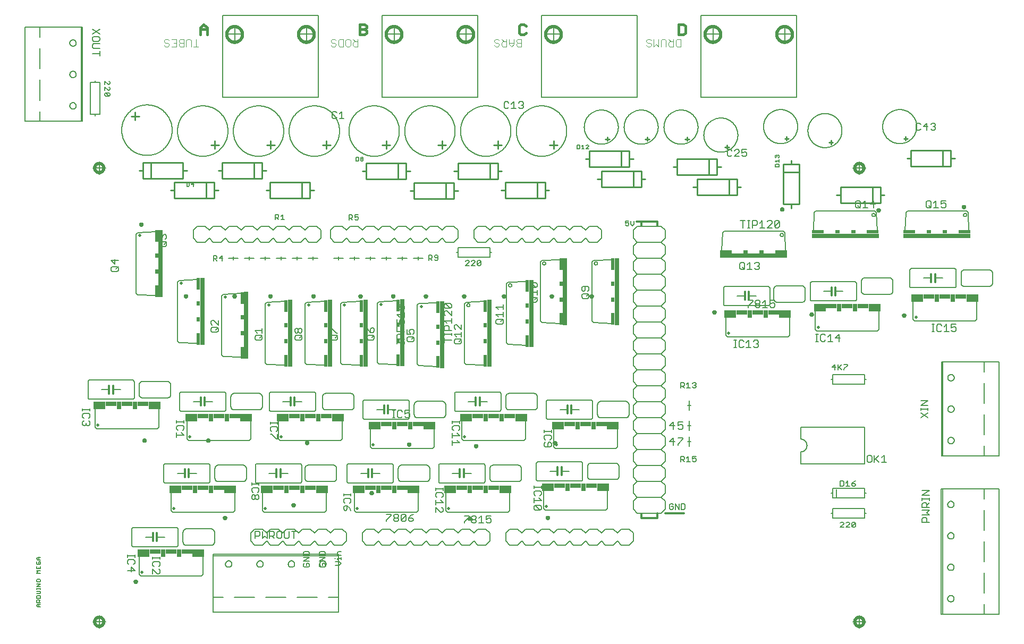
<source format=gto>
G75*
%MOIN*%
%OFA0B0*%
%FSLAX25Y25*%
%IPPOS*%
%LPD*%
%AMOC8*
5,1,8,0,0,1.08239X$1,22.5*
%
%ADD10C,0.01300*%
%ADD11C,0.02000*%
%ADD12C,0.00787*%
%ADD13C,0.00400*%
%ADD14C,0.00800*%
%ADD15C,0.01600*%
%ADD16C,0.00600*%
%ADD17C,0.01200*%
%ADD18C,0.00500*%
%ADD19C,0.01000*%
%ADD20C,0.00700*%
%ADD21C,0.02000*%
%ADD22R,0.07500X0.05000*%
%ADD23R,0.07000X0.03000*%
%ADD24R,0.03000X0.05000*%
%ADD25R,0.03000X0.42000*%
%ADD26R,0.02000X0.07500*%
%ADD27R,0.02000X0.03000*%
%ADD28R,0.42000X0.03000*%
%ADD29R,0.07500X0.02000*%
%ADD30R,0.03000X0.02000*%
D10*
X0199265Y0151100D02*
X0199267Y0151152D01*
X0199273Y0151204D01*
X0199283Y0151256D01*
X0199296Y0151306D01*
X0199313Y0151356D01*
X0199334Y0151404D01*
X0199359Y0151450D01*
X0199387Y0151494D01*
X0199418Y0151536D01*
X0199452Y0151576D01*
X0199489Y0151613D01*
X0199529Y0151647D01*
X0199571Y0151678D01*
X0199615Y0151706D01*
X0199661Y0151731D01*
X0199709Y0151752D01*
X0199759Y0151769D01*
X0199809Y0151782D01*
X0199861Y0151792D01*
X0199913Y0151798D01*
X0199965Y0151800D01*
X0200017Y0151798D01*
X0200069Y0151792D01*
X0200121Y0151782D01*
X0200171Y0151769D01*
X0200221Y0151752D01*
X0200269Y0151731D01*
X0200315Y0151706D01*
X0200359Y0151678D01*
X0200401Y0151647D01*
X0200441Y0151613D01*
X0200478Y0151576D01*
X0200512Y0151536D01*
X0200543Y0151494D01*
X0200571Y0151450D01*
X0200596Y0151404D01*
X0200617Y0151356D01*
X0200634Y0151306D01*
X0200647Y0151256D01*
X0200657Y0151204D01*
X0200663Y0151152D01*
X0200665Y0151100D01*
X0200663Y0151048D01*
X0200657Y0150996D01*
X0200647Y0150944D01*
X0200634Y0150894D01*
X0200617Y0150844D01*
X0200596Y0150796D01*
X0200571Y0150750D01*
X0200543Y0150706D01*
X0200512Y0150664D01*
X0200478Y0150624D01*
X0200441Y0150587D01*
X0200401Y0150553D01*
X0200359Y0150522D01*
X0200315Y0150494D01*
X0200269Y0150469D01*
X0200221Y0150448D01*
X0200171Y0150431D01*
X0200121Y0150418D01*
X0200069Y0150408D01*
X0200017Y0150402D01*
X0199965Y0150400D01*
X0199913Y0150402D01*
X0199861Y0150408D01*
X0199809Y0150418D01*
X0199759Y0150431D01*
X0199709Y0150448D01*
X0199661Y0150469D01*
X0199615Y0150494D01*
X0199571Y0150522D01*
X0199529Y0150553D01*
X0199489Y0150587D01*
X0199452Y0150624D01*
X0199418Y0150664D01*
X0199387Y0150706D01*
X0199359Y0150750D01*
X0199334Y0150796D01*
X0199313Y0150844D01*
X0199296Y0150894D01*
X0199283Y0150944D01*
X0199273Y0150996D01*
X0199267Y0151048D01*
X0199265Y0151100D01*
X0255265Y0191100D02*
X0255267Y0191152D01*
X0255273Y0191204D01*
X0255283Y0191256D01*
X0255296Y0191306D01*
X0255313Y0191356D01*
X0255334Y0191404D01*
X0255359Y0191450D01*
X0255387Y0191494D01*
X0255418Y0191536D01*
X0255452Y0191576D01*
X0255489Y0191613D01*
X0255529Y0191647D01*
X0255571Y0191678D01*
X0255615Y0191706D01*
X0255661Y0191731D01*
X0255709Y0191752D01*
X0255759Y0191769D01*
X0255809Y0191782D01*
X0255861Y0191792D01*
X0255913Y0191798D01*
X0255965Y0191800D01*
X0256017Y0191798D01*
X0256069Y0191792D01*
X0256121Y0191782D01*
X0256171Y0191769D01*
X0256221Y0191752D01*
X0256269Y0191731D01*
X0256315Y0191706D01*
X0256359Y0191678D01*
X0256401Y0191647D01*
X0256441Y0191613D01*
X0256478Y0191576D01*
X0256512Y0191536D01*
X0256543Y0191494D01*
X0256571Y0191450D01*
X0256596Y0191404D01*
X0256617Y0191356D01*
X0256634Y0191306D01*
X0256647Y0191256D01*
X0256657Y0191204D01*
X0256663Y0191152D01*
X0256665Y0191100D01*
X0256663Y0191048D01*
X0256657Y0190996D01*
X0256647Y0190944D01*
X0256634Y0190894D01*
X0256617Y0190844D01*
X0256596Y0190796D01*
X0256571Y0190750D01*
X0256543Y0190706D01*
X0256512Y0190664D01*
X0256478Y0190624D01*
X0256441Y0190587D01*
X0256401Y0190553D01*
X0256359Y0190522D01*
X0256315Y0190494D01*
X0256269Y0190469D01*
X0256221Y0190448D01*
X0256171Y0190431D01*
X0256121Y0190418D01*
X0256069Y0190408D01*
X0256017Y0190402D01*
X0255965Y0190400D01*
X0255913Y0190402D01*
X0255861Y0190408D01*
X0255809Y0190418D01*
X0255759Y0190431D01*
X0255709Y0190448D01*
X0255661Y0190469D01*
X0255615Y0190494D01*
X0255571Y0190522D01*
X0255529Y0190553D01*
X0255489Y0190587D01*
X0255452Y0190624D01*
X0255418Y0190664D01*
X0255387Y0190706D01*
X0255359Y0190750D01*
X0255334Y0190796D01*
X0255313Y0190844D01*
X0255296Y0190894D01*
X0255283Y0190944D01*
X0255273Y0190996D01*
X0255267Y0191048D01*
X0255265Y0191100D01*
X0298265Y0199100D02*
X0298267Y0199152D01*
X0298273Y0199204D01*
X0298283Y0199256D01*
X0298296Y0199306D01*
X0298313Y0199356D01*
X0298334Y0199404D01*
X0298359Y0199450D01*
X0298387Y0199494D01*
X0298418Y0199536D01*
X0298452Y0199576D01*
X0298489Y0199613D01*
X0298529Y0199647D01*
X0298571Y0199678D01*
X0298615Y0199706D01*
X0298661Y0199731D01*
X0298709Y0199752D01*
X0298759Y0199769D01*
X0298809Y0199782D01*
X0298861Y0199792D01*
X0298913Y0199798D01*
X0298965Y0199800D01*
X0299017Y0199798D01*
X0299069Y0199792D01*
X0299121Y0199782D01*
X0299171Y0199769D01*
X0299221Y0199752D01*
X0299269Y0199731D01*
X0299315Y0199706D01*
X0299359Y0199678D01*
X0299401Y0199647D01*
X0299441Y0199613D01*
X0299478Y0199576D01*
X0299512Y0199536D01*
X0299543Y0199494D01*
X0299571Y0199450D01*
X0299596Y0199404D01*
X0299617Y0199356D01*
X0299634Y0199306D01*
X0299647Y0199256D01*
X0299657Y0199204D01*
X0299663Y0199152D01*
X0299665Y0199100D01*
X0299663Y0199048D01*
X0299657Y0198996D01*
X0299647Y0198944D01*
X0299634Y0198894D01*
X0299617Y0198844D01*
X0299596Y0198796D01*
X0299571Y0198750D01*
X0299543Y0198706D01*
X0299512Y0198664D01*
X0299478Y0198624D01*
X0299441Y0198587D01*
X0299401Y0198553D01*
X0299359Y0198522D01*
X0299315Y0198494D01*
X0299269Y0198469D01*
X0299221Y0198448D01*
X0299171Y0198431D01*
X0299121Y0198418D01*
X0299069Y0198408D01*
X0299017Y0198402D01*
X0298965Y0198400D01*
X0298913Y0198402D01*
X0298861Y0198408D01*
X0298809Y0198418D01*
X0298759Y0198431D01*
X0298709Y0198448D01*
X0298661Y0198469D01*
X0298615Y0198494D01*
X0298571Y0198522D01*
X0298529Y0198553D01*
X0298489Y0198587D01*
X0298452Y0198624D01*
X0298418Y0198664D01*
X0298387Y0198706D01*
X0298359Y0198750D01*
X0298334Y0198796D01*
X0298313Y0198844D01*
X0298296Y0198894D01*
X0298283Y0198944D01*
X0298273Y0198996D01*
X0298267Y0199048D01*
X0298265Y0199100D01*
X0306765Y0238100D02*
X0306767Y0238152D01*
X0306773Y0238204D01*
X0306783Y0238256D01*
X0306796Y0238306D01*
X0306813Y0238356D01*
X0306834Y0238404D01*
X0306859Y0238450D01*
X0306887Y0238494D01*
X0306918Y0238536D01*
X0306952Y0238576D01*
X0306989Y0238613D01*
X0307029Y0238647D01*
X0307071Y0238678D01*
X0307115Y0238706D01*
X0307161Y0238731D01*
X0307209Y0238752D01*
X0307259Y0238769D01*
X0307309Y0238782D01*
X0307361Y0238792D01*
X0307413Y0238798D01*
X0307465Y0238800D01*
X0307517Y0238798D01*
X0307569Y0238792D01*
X0307621Y0238782D01*
X0307671Y0238769D01*
X0307721Y0238752D01*
X0307769Y0238731D01*
X0307815Y0238706D01*
X0307859Y0238678D01*
X0307901Y0238647D01*
X0307941Y0238613D01*
X0307978Y0238576D01*
X0308012Y0238536D01*
X0308043Y0238494D01*
X0308071Y0238450D01*
X0308096Y0238404D01*
X0308117Y0238356D01*
X0308134Y0238306D01*
X0308147Y0238256D01*
X0308157Y0238204D01*
X0308163Y0238152D01*
X0308165Y0238100D01*
X0308163Y0238048D01*
X0308157Y0237996D01*
X0308147Y0237944D01*
X0308134Y0237894D01*
X0308117Y0237844D01*
X0308096Y0237796D01*
X0308071Y0237750D01*
X0308043Y0237706D01*
X0308012Y0237664D01*
X0307978Y0237624D01*
X0307941Y0237587D01*
X0307901Y0237553D01*
X0307859Y0237522D01*
X0307815Y0237494D01*
X0307769Y0237469D01*
X0307721Y0237448D01*
X0307671Y0237431D01*
X0307621Y0237418D01*
X0307569Y0237408D01*
X0307517Y0237402D01*
X0307465Y0237400D01*
X0307413Y0237402D01*
X0307361Y0237408D01*
X0307309Y0237418D01*
X0307259Y0237431D01*
X0307209Y0237448D01*
X0307161Y0237469D01*
X0307115Y0237494D01*
X0307071Y0237522D01*
X0307029Y0237553D01*
X0306989Y0237587D01*
X0306952Y0237624D01*
X0306918Y0237664D01*
X0306887Y0237706D01*
X0306859Y0237750D01*
X0306834Y0237796D01*
X0306813Y0237844D01*
X0306796Y0237894D01*
X0306783Y0237944D01*
X0306773Y0237996D01*
X0306767Y0238048D01*
X0306765Y0238100D01*
X0347265Y0206600D02*
X0347267Y0206652D01*
X0347273Y0206704D01*
X0347283Y0206756D01*
X0347296Y0206806D01*
X0347313Y0206856D01*
X0347334Y0206904D01*
X0347359Y0206950D01*
X0347387Y0206994D01*
X0347418Y0207036D01*
X0347452Y0207076D01*
X0347489Y0207113D01*
X0347529Y0207147D01*
X0347571Y0207178D01*
X0347615Y0207206D01*
X0347661Y0207231D01*
X0347709Y0207252D01*
X0347759Y0207269D01*
X0347809Y0207282D01*
X0347861Y0207292D01*
X0347913Y0207298D01*
X0347965Y0207300D01*
X0348017Y0207298D01*
X0348069Y0207292D01*
X0348121Y0207282D01*
X0348171Y0207269D01*
X0348221Y0207252D01*
X0348269Y0207231D01*
X0348315Y0207206D01*
X0348359Y0207178D01*
X0348401Y0207147D01*
X0348441Y0207113D01*
X0348478Y0207076D01*
X0348512Y0207036D01*
X0348543Y0206994D01*
X0348571Y0206950D01*
X0348596Y0206904D01*
X0348617Y0206856D01*
X0348634Y0206806D01*
X0348647Y0206756D01*
X0348657Y0206704D01*
X0348663Y0206652D01*
X0348665Y0206600D01*
X0348663Y0206548D01*
X0348657Y0206496D01*
X0348647Y0206444D01*
X0348634Y0206394D01*
X0348617Y0206344D01*
X0348596Y0206296D01*
X0348571Y0206250D01*
X0348543Y0206206D01*
X0348512Y0206164D01*
X0348478Y0206124D01*
X0348441Y0206087D01*
X0348401Y0206053D01*
X0348359Y0206022D01*
X0348315Y0205994D01*
X0348269Y0205969D01*
X0348221Y0205948D01*
X0348171Y0205931D01*
X0348121Y0205918D01*
X0348069Y0205908D01*
X0348017Y0205902D01*
X0347965Y0205900D01*
X0347913Y0205902D01*
X0347861Y0205908D01*
X0347809Y0205918D01*
X0347759Y0205931D01*
X0347709Y0205948D01*
X0347661Y0205969D01*
X0347615Y0205994D01*
X0347571Y0206022D01*
X0347529Y0206053D01*
X0347489Y0206087D01*
X0347452Y0206124D01*
X0347418Y0206164D01*
X0347387Y0206206D01*
X0347359Y0206250D01*
X0347334Y0206296D01*
X0347313Y0206344D01*
X0347296Y0206394D01*
X0347283Y0206444D01*
X0347273Y0206496D01*
X0347267Y0206548D01*
X0347265Y0206600D01*
X0370765Y0237100D02*
X0370767Y0237152D01*
X0370773Y0237204D01*
X0370783Y0237256D01*
X0370796Y0237306D01*
X0370813Y0237356D01*
X0370834Y0237404D01*
X0370859Y0237450D01*
X0370887Y0237494D01*
X0370918Y0237536D01*
X0370952Y0237576D01*
X0370989Y0237613D01*
X0371029Y0237647D01*
X0371071Y0237678D01*
X0371115Y0237706D01*
X0371161Y0237731D01*
X0371209Y0237752D01*
X0371259Y0237769D01*
X0371309Y0237782D01*
X0371361Y0237792D01*
X0371413Y0237798D01*
X0371465Y0237800D01*
X0371517Y0237798D01*
X0371569Y0237792D01*
X0371621Y0237782D01*
X0371671Y0237769D01*
X0371721Y0237752D01*
X0371769Y0237731D01*
X0371815Y0237706D01*
X0371859Y0237678D01*
X0371901Y0237647D01*
X0371941Y0237613D01*
X0371978Y0237576D01*
X0372012Y0237536D01*
X0372043Y0237494D01*
X0372071Y0237450D01*
X0372096Y0237404D01*
X0372117Y0237356D01*
X0372134Y0237306D01*
X0372147Y0237256D01*
X0372157Y0237204D01*
X0372163Y0237152D01*
X0372165Y0237100D01*
X0372163Y0237048D01*
X0372157Y0236996D01*
X0372147Y0236944D01*
X0372134Y0236894D01*
X0372117Y0236844D01*
X0372096Y0236796D01*
X0372071Y0236750D01*
X0372043Y0236706D01*
X0372012Y0236664D01*
X0371978Y0236624D01*
X0371941Y0236587D01*
X0371901Y0236553D01*
X0371859Y0236522D01*
X0371815Y0236494D01*
X0371769Y0236469D01*
X0371721Y0236448D01*
X0371671Y0236431D01*
X0371621Y0236418D01*
X0371569Y0236408D01*
X0371517Y0236402D01*
X0371465Y0236400D01*
X0371413Y0236402D01*
X0371361Y0236408D01*
X0371309Y0236418D01*
X0371259Y0236431D01*
X0371209Y0236448D01*
X0371161Y0236469D01*
X0371115Y0236494D01*
X0371071Y0236522D01*
X0371029Y0236553D01*
X0370989Y0236587D01*
X0370952Y0236624D01*
X0370918Y0236664D01*
X0370887Y0236706D01*
X0370859Y0236750D01*
X0370834Y0236796D01*
X0370813Y0236844D01*
X0370796Y0236894D01*
X0370783Y0236944D01*
X0370773Y0236996D01*
X0370767Y0237048D01*
X0370765Y0237100D01*
X0412765Y0236100D02*
X0412767Y0236152D01*
X0412773Y0236204D01*
X0412783Y0236256D01*
X0412796Y0236306D01*
X0412813Y0236356D01*
X0412834Y0236404D01*
X0412859Y0236450D01*
X0412887Y0236494D01*
X0412918Y0236536D01*
X0412952Y0236576D01*
X0412989Y0236613D01*
X0413029Y0236647D01*
X0413071Y0236678D01*
X0413115Y0236706D01*
X0413161Y0236731D01*
X0413209Y0236752D01*
X0413259Y0236769D01*
X0413309Y0236782D01*
X0413361Y0236792D01*
X0413413Y0236798D01*
X0413465Y0236800D01*
X0413517Y0236798D01*
X0413569Y0236792D01*
X0413621Y0236782D01*
X0413671Y0236769D01*
X0413721Y0236752D01*
X0413769Y0236731D01*
X0413815Y0236706D01*
X0413859Y0236678D01*
X0413901Y0236647D01*
X0413941Y0236613D01*
X0413978Y0236576D01*
X0414012Y0236536D01*
X0414043Y0236494D01*
X0414071Y0236450D01*
X0414096Y0236404D01*
X0414117Y0236356D01*
X0414134Y0236306D01*
X0414147Y0236256D01*
X0414157Y0236204D01*
X0414163Y0236152D01*
X0414165Y0236100D01*
X0414163Y0236048D01*
X0414157Y0235996D01*
X0414147Y0235944D01*
X0414134Y0235894D01*
X0414117Y0235844D01*
X0414096Y0235796D01*
X0414071Y0235750D01*
X0414043Y0235706D01*
X0414012Y0235664D01*
X0413978Y0235624D01*
X0413941Y0235587D01*
X0413901Y0235553D01*
X0413859Y0235522D01*
X0413815Y0235494D01*
X0413769Y0235469D01*
X0413721Y0235448D01*
X0413671Y0235431D01*
X0413621Y0235418D01*
X0413569Y0235408D01*
X0413517Y0235402D01*
X0413465Y0235400D01*
X0413413Y0235402D01*
X0413361Y0235408D01*
X0413309Y0235418D01*
X0413259Y0235431D01*
X0413209Y0235448D01*
X0413161Y0235469D01*
X0413115Y0235494D01*
X0413071Y0235522D01*
X0413029Y0235553D01*
X0412989Y0235587D01*
X0412952Y0235624D01*
X0412918Y0235664D01*
X0412887Y0235706D01*
X0412859Y0235750D01*
X0412834Y0235796D01*
X0412813Y0235844D01*
X0412796Y0235894D01*
X0412783Y0235944D01*
X0412773Y0235996D01*
X0412767Y0236048D01*
X0412765Y0236100D01*
X0462265Y0238100D02*
X0462267Y0238152D01*
X0462273Y0238204D01*
X0462283Y0238256D01*
X0462296Y0238306D01*
X0462313Y0238356D01*
X0462334Y0238404D01*
X0462359Y0238450D01*
X0462387Y0238494D01*
X0462418Y0238536D01*
X0462452Y0238576D01*
X0462489Y0238613D01*
X0462529Y0238647D01*
X0462571Y0238678D01*
X0462615Y0238706D01*
X0462661Y0238731D01*
X0462709Y0238752D01*
X0462759Y0238769D01*
X0462809Y0238782D01*
X0462861Y0238792D01*
X0462913Y0238798D01*
X0462965Y0238800D01*
X0463017Y0238798D01*
X0463069Y0238792D01*
X0463121Y0238782D01*
X0463171Y0238769D01*
X0463221Y0238752D01*
X0463269Y0238731D01*
X0463315Y0238706D01*
X0463359Y0238678D01*
X0463401Y0238647D01*
X0463441Y0238613D01*
X0463478Y0238576D01*
X0463512Y0238536D01*
X0463543Y0238494D01*
X0463571Y0238450D01*
X0463596Y0238404D01*
X0463617Y0238356D01*
X0463634Y0238306D01*
X0463647Y0238256D01*
X0463657Y0238204D01*
X0463663Y0238152D01*
X0463665Y0238100D01*
X0463663Y0238048D01*
X0463657Y0237996D01*
X0463647Y0237944D01*
X0463634Y0237894D01*
X0463617Y0237844D01*
X0463596Y0237796D01*
X0463571Y0237750D01*
X0463543Y0237706D01*
X0463512Y0237664D01*
X0463478Y0237624D01*
X0463441Y0237587D01*
X0463401Y0237553D01*
X0463359Y0237522D01*
X0463315Y0237494D01*
X0463269Y0237469D01*
X0463221Y0237448D01*
X0463171Y0237431D01*
X0463121Y0237418D01*
X0463069Y0237408D01*
X0463017Y0237402D01*
X0462965Y0237400D01*
X0462913Y0237402D01*
X0462861Y0237408D01*
X0462809Y0237418D01*
X0462759Y0237431D01*
X0462709Y0237448D01*
X0462661Y0237469D01*
X0462615Y0237494D01*
X0462571Y0237522D01*
X0462529Y0237553D01*
X0462489Y0237587D01*
X0462452Y0237624D01*
X0462418Y0237664D01*
X0462387Y0237706D01*
X0462359Y0237750D01*
X0462334Y0237796D01*
X0462313Y0237844D01*
X0462296Y0237894D01*
X0462283Y0237944D01*
X0462273Y0237996D01*
X0462267Y0238048D01*
X0462265Y0238100D01*
X0457765Y0191100D02*
X0457767Y0191152D01*
X0457773Y0191204D01*
X0457783Y0191256D01*
X0457796Y0191306D01*
X0457813Y0191356D01*
X0457834Y0191404D01*
X0457859Y0191450D01*
X0457887Y0191494D01*
X0457918Y0191536D01*
X0457952Y0191576D01*
X0457989Y0191613D01*
X0458029Y0191647D01*
X0458071Y0191678D01*
X0458115Y0191706D01*
X0458161Y0191731D01*
X0458209Y0191752D01*
X0458259Y0191769D01*
X0458309Y0191782D01*
X0458361Y0191792D01*
X0458413Y0191798D01*
X0458465Y0191800D01*
X0458517Y0191798D01*
X0458569Y0191792D01*
X0458621Y0191782D01*
X0458671Y0191769D01*
X0458721Y0191752D01*
X0458769Y0191731D01*
X0458815Y0191706D01*
X0458859Y0191678D01*
X0458901Y0191647D01*
X0458941Y0191613D01*
X0458978Y0191576D01*
X0459012Y0191536D01*
X0459043Y0191494D01*
X0459071Y0191450D01*
X0459096Y0191404D01*
X0459117Y0191356D01*
X0459134Y0191306D01*
X0459147Y0191256D01*
X0459157Y0191204D01*
X0459163Y0191152D01*
X0459165Y0191100D01*
X0459163Y0191048D01*
X0459157Y0190996D01*
X0459147Y0190944D01*
X0459134Y0190894D01*
X0459117Y0190844D01*
X0459096Y0190796D01*
X0459071Y0190750D01*
X0459043Y0190706D01*
X0459012Y0190664D01*
X0458978Y0190624D01*
X0458941Y0190587D01*
X0458901Y0190553D01*
X0458859Y0190522D01*
X0458815Y0190494D01*
X0458769Y0190469D01*
X0458721Y0190448D01*
X0458671Y0190431D01*
X0458621Y0190418D01*
X0458569Y0190408D01*
X0458517Y0190402D01*
X0458465Y0190400D01*
X0458413Y0190402D01*
X0458361Y0190408D01*
X0458309Y0190418D01*
X0458259Y0190431D01*
X0458209Y0190448D01*
X0458161Y0190469D01*
X0458115Y0190494D01*
X0458071Y0190522D01*
X0458029Y0190553D01*
X0457989Y0190587D01*
X0457952Y0190624D01*
X0457918Y0190664D01*
X0457887Y0190706D01*
X0457859Y0190750D01*
X0457834Y0190796D01*
X0457813Y0190844D01*
X0457796Y0190894D01*
X0457783Y0190944D01*
X0457773Y0190996D01*
X0457767Y0191048D01*
X0457765Y0191100D01*
X0408765Y0190600D02*
X0408767Y0190652D01*
X0408773Y0190704D01*
X0408783Y0190756D01*
X0408796Y0190806D01*
X0408813Y0190856D01*
X0408834Y0190904D01*
X0408859Y0190950D01*
X0408887Y0190994D01*
X0408918Y0191036D01*
X0408952Y0191076D01*
X0408989Y0191113D01*
X0409029Y0191147D01*
X0409071Y0191178D01*
X0409115Y0191206D01*
X0409161Y0191231D01*
X0409209Y0191252D01*
X0409259Y0191269D01*
X0409309Y0191282D01*
X0409361Y0191292D01*
X0409413Y0191298D01*
X0409465Y0191300D01*
X0409517Y0191298D01*
X0409569Y0191292D01*
X0409621Y0191282D01*
X0409671Y0191269D01*
X0409721Y0191252D01*
X0409769Y0191231D01*
X0409815Y0191206D01*
X0409859Y0191178D01*
X0409901Y0191147D01*
X0409941Y0191113D01*
X0409978Y0191076D01*
X0410012Y0191036D01*
X0410043Y0190994D01*
X0410071Y0190950D01*
X0410096Y0190904D01*
X0410117Y0190856D01*
X0410134Y0190806D01*
X0410147Y0190756D01*
X0410157Y0190704D01*
X0410163Y0190652D01*
X0410165Y0190600D01*
X0410163Y0190548D01*
X0410157Y0190496D01*
X0410147Y0190444D01*
X0410134Y0190394D01*
X0410117Y0190344D01*
X0410096Y0190296D01*
X0410071Y0190250D01*
X0410043Y0190206D01*
X0410012Y0190164D01*
X0409978Y0190124D01*
X0409941Y0190087D01*
X0409901Y0190053D01*
X0409859Y0190022D01*
X0409815Y0189994D01*
X0409769Y0189969D01*
X0409721Y0189948D01*
X0409671Y0189931D01*
X0409621Y0189918D01*
X0409569Y0189908D01*
X0409517Y0189902D01*
X0409465Y0189900D01*
X0409413Y0189902D01*
X0409361Y0189908D01*
X0409309Y0189918D01*
X0409259Y0189931D01*
X0409209Y0189948D01*
X0409161Y0189969D01*
X0409115Y0189994D01*
X0409071Y0190022D01*
X0409029Y0190053D01*
X0408989Y0190087D01*
X0408952Y0190124D01*
X0408918Y0190164D01*
X0408887Y0190206D01*
X0408859Y0190250D01*
X0408834Y0190296D01*
X0408813Y0190344D01*
X0408796Y0190394D01*
X0408783Y0190444D01*
X0408773Y0190496D01*
X0408767Y0190548D01*
X0408765Y0190600D01*
X0244765Y0239600D02*
X0244767Y0239652D01*
X0244773Y0239704D01*
X0244783Y0239756D01*
X0244796Y0239806D01*
X0244813Y0239856D01*
X0244834Y0239904D01*
X0244859Y0239950D01*
X0244887Y0239994D01*
X0244918Y0240036D01*
X0244952Y0240076D01*
X0244989Y0240113D01*
X0245029Y0240147D01*
X0245071Y0240178D01*
X0245115Y0240206D01*
X0245161Y0240231D01*
X0245209Y0240252D01*
X0245259Y0240269D01*
X0245309Y0240282D01*
X0245361Y0240292D01*
X0245413Y0240298D01*
X0245465Y0240300D01*
X0245517Y0240298D01*
X0245569Y0240292D01*
X0245621Y0240282D01*
X0245671Y0240269D01*
X0245721Y0240252D01*
X0245769Y0240231D01*
X0245815Y0240206D01*
X0245859Y0240178D01*
X0245901Y0240147D01*
X0245941Y0240113D01*
X0245978Y0240076D01*
X0246012Y0240036D01*
X0246043Y0239994D01*
X0246071Y0239950D01*
X0246096Y0239904D01*
X0246117Y0239856D01*
X0246134Y0239806D01*
X0246147Y0239756D01*
X0246157Y0239704D01*
X0246163Y0239652D01*
X0246165Y0239600D01*
X0246163Y0239548D01*
X0246157Y0239496D01*
X0246147Y0239444D01*
X0246134Y0239394D01*
X0246117Y0239344D01*
X0246096Y0239296D01*
X0246071Y0239250D01*
X0246043Y0239206D01*
X0246012Y0239164D01*
X0245978Y0239124D01*
X0245941Y0239087D01*
X0245901Y0239053D01*
X0245859Y0239022D01*
X0245815Y0238994D01*
X0245769Y0238969D01*
X0245721Y0238948D01*
X0245671Y0238931D01*
X0245621Y0238918D01*
X0245569Y0238908D01*
X0245517Y0238902D01*
X0245465Y0238900D01*
X0245413Y0238902D01*
X0245361Y0238908D01*
X0245309Y0238918D01*
X0245259Y0238931D01*
X0245209Y0238948D01*
X0245161Y0238969D01*
X0245115Y0238994D01*
X0245071Y0239022D01*
X0245029Y0239053D01*
X0244989Y0239087D01*
X0244952Y0239124D01*
X0244918Y0239164D01*
X0244887Y0239206D01*
X0244859Y0239250D01*
X0244834Y0239296D01*
X0244813Y0239344D01*
X0244796Y0239394D01*
X0244783Y0239444D01*
X0244773Y0239496D01*
X0244767Y0239548D01*
X0244765Y0239600D01*
X0204765Y0239600D02*
X0204767Y0239652D01*
X0204773Y0239704D01*
X0204783Y0239756D01*
X0204796Y0239806D01*
X0204813Y0239856D01*
X0204834Y0239904D01*
X0204859Y0239950D01*
X0204887Y0239994D01*
X0204918Y0240036D01*
X0204952Y0240076D01*
X0204989Y0240113D01*
X0205029Y0240147D01*
X0205071Y0240178D01*
X0205115Y0240206D01*
X0205161Y0240231D01*
X0205209Y0240252D01*
X0205259Y0240269D01*
X0205309Y0240282D01*
X0205361Y0240292D01*
X0205413Y0240298D01*
X0205465Y0240300D01*
X0205517Y0240298D01*
X0205569Y0240292D01*
X0205621Y0240282D01*
X0205671Y0240269D01*
X0205721Y0240252D01*
X0205769Y0240231D01*
X0205815Y0240206D01*
X0205859Y0240178D01*
X0205901Y0240147D01*
X0205941Y0240113D01*
X0205978Y0240076D01*
X0206012Y0240036D01*
X0206043Y0239994D01*
X0206071Y0239950D01*
X0206096Y0239904D01*
X0206117Y0239856D01*
X0206134Y0239806D01*
X0206147Y0239756D01*
X0206157Y0239704D01*
X0206163Y0239652D01*
X0206165Y0239600D01*
X0206163Y0239548D01*
X0206157Y0239496D01*
X0206147Y0239444D01*
X0206134Y0239394D01*
X0206117Y0239344D01*
X0206096Y0239296D01*
X0206071Y0239250D01*
X0206043Y0239206D01*
X0206012Y0239164D01*
X0205978Y0239124D01*
X0205941Y0239087D01*
X0205901Y0239053D01*
X0205859Y0239022D01*
X0205815Y0238994D01*
X0205769Y0238969D01*
X0205721Y0238948D01*
X0205671Y0238931D01*
X0205621Y0238918D01*
X0205569Y0238908D01*
X0205517Y0238902D01*
X0205465Y0238900D01*
X0205413Y0238902D01*
X0205361Y0238908D01*
X0205309Y0238918D01*
X0205259Y0238931D01*
X0205209Y0238948D01*
X0205161Y0238969D01*
X0205115Y0238994D01*
X0205071Y0239022D01*
X0205029Y0239053D01*
X0204989Y0239087D01*
X0204952Y0239124D01*
X0204918Y0239164D01*
X0204887Y0239206D01*
X0204859Y0239250D01*
X0204834Y0239296D01*
X0204813Y0239344D01*
X0204796Y0239394D01*
X0204783Y0239444D01*
X0204773Y0239496D01*
X0204767Y0239548D01*
X0204765Y0239600D01*
X0230765Y0330100D02*
X0230767Y0330152D01*
X0230773Y0330204D01*
X0230783Y0330256D01*
X0230796Y0330306D01*
X0230813Y0330356D01*
X0230834Y0330404D01*
X0230859Y0330450D01*
X0230887Y0330494D01*
X0230918Y0330536D01*
X0230952Y0330576D01*
X0230989Y0330613D01*
X0231029Y0330647D01*
X0231071Y0330678D01*
X0231115Y0330706D01*
X0231161Y0330731D01*
X0231209Y0330752D01*
X0231259Y0330769D01*
X0231309Y0330782D01*
X0231361Y0330792D01*
X0231413Y0330798D01*
X0231465Y0330800D01*
X0231517Y0330798D01*
X0231569Y0330792D01*
X0231621Y0330782D01*
X0231671Y0330769D01*
X0231721Y0330752D01*
X0231769Y0330731D01*
X0231815Y0330706D01*
X0231859Y0330678D01*
X0231901Y0330647D01*
X0231941Y0330613D01*
X0231978Y0330576D01*
X0232012Y0330536D01*
X0232043Y0330494D01*
X0232071Y0330450D01*
X0232096Y0330404D01*
X0232117Y0330356D01*
X0232134Y0330306D01*
X0232147Y0330256D01*
X0232157Y0330204D01*
X0232163Y0330152D01*
X0232165Y0330100D01*
X0232163Y0330048D01*
X0232157Y0329996D01*
X0232147Y0329944D01*
X0232134Y0329894D01*
X0232117Y0329844D01*
X0232096Y0329796D01*
X0232071Y0329750D01*
X0232043Y0329706D01*
X0232012Y0329664D01*
X0231978Y0329624D01*
X0231941Y0329587D01*
X0231901Y0329553D01*
X0231859Y0329522D01*
X0231815Y0329494D01*
X0231769Y0329469D01*
X0231721Y0329448D01*
X0231671Y0329431D01*
X0231621Y0329418D01*
X0231569Y0329408D01*
X0231517Y0329402D01*
X0231465Y0329400D01*
X0231413Y0329402D01*
X0231361Y0329408D01*
X0231309Y0329418D01*
X0231259Y0329431D01*
X0231209Y0329448D01*
X0231161Y0329469D01*
X0231115Y0329494D01*
X0231071Y0329522D01*
X0231029Y0329553D01*
X0230989Y0329587D01*
X0230952Y0329624D01*
X0230918Y0329664D01*
X0230887Y0329706D01*
X0230859Y0329750D01*
X0230834Y0329796D01*
X0230813Y0329844D01*
X0230796Y0329894D01*
X0230783Y0329944D01*
X0230773Y0329996D01*
X0230767Y0330048D01*
X0230765Y0330100D01*
X0261265Y0330100D02*
X0261267Y0330152D01*
X0261273Y0330204D01*
X0261283Y0330256D01*
X0261296Y0330306D01*
X0261313Y0330356D01*
X0261334Y0330404D01*
X0261359Y0330450D01*
X0261387Y0330494D01*
X0261418Y0330536D01*
X0261452Y0330576D01*
X0261489Y0330613D01*
X0261529Y0330647D01*
X0261571Y0330678D01*
X0261615Y0330706D01*
X0261661Y0330731D01*
X0261709Y0330752D01*
X0261759Y0330769D01*
X0261809Y0330782D01*
X0261861Y0330792D01*
X0261913Y0330798D01*
X0261965Y0330800D01*
X0262017Y0330798D01*
X0262069Y0330792D01*
X0262121Y0330782D01*
X0262171Y0330769D01*
X0262221Y0330752D01*
X0262269Y0330731D01*
X0262315Y0330706D01*
X0262359Y0330678D01*
X0262401Y0330647D01*
X0262441Y0330613D01*
X0262478Y0330576D01*
X0262512Y0330536D01*
X0262543Y0330494D01*
X0262571Y0330450D01*
X0262596Y0330404D01*
X0262617Y0330356D01*
X0262634Y0330306D01*
X0262647Y0330256D01*
X0262657Y0330204D01*
X0262663Y0330152D01*
X0262665Y0330100D01*
X0262663Y0330048D01*
X0262657Y0329996D01*
X0262647Y0329944D01*
X0262634Y0329894D01*
X0262617Y0329844D01*
X0262596Y0329796D01*
X0262571Y0329750D01*
X0262543Y0329706D01*
X0262512Y0329664D01*
X0262478Y0329624D01*
X0262441Y0329587D01*
X0262401Y0329553D01*
X0262359Y0329522D01*
X0262315Y0329494D01*
X0262269Y0329469D01*
X0262221Y0329448D01*
X0262171Y0329431D01*
X0262121Y0329418D01*
X0262069Y0329408D01*
X0262017Y0329402D01*
X0261965Y0329400D01*
X0261913Y0329402D01*
X0261861Y0329408D01*
X0261809Y0329418D01*
X0261759Y0329431D01*
X0261709Y0329448D01*
X0261661Y0329469D01*
X0261615Y0329494D01*
X0261571Y0329522D01*
X0261529Y0329553D01*
X0261489Y0329587D01*
X0261452Y0329624D01*
X0261418Y0329664D01*
X0261387Y0329706D01*
X0261359Y0329750D01*
X0261334Y0329796D01*
X0261313Y0329844D01*
X0261296Y0329894D01*
X0261283Y0329944D01*
X0261273Y0329996D01*
X0261267Y0330048D01*
X0261265Y0330100D01*
X0283765Y0330100D02*
X0283767Y0330152D01*
X0283773Y0330204D01*
X0283783Y0330256D01*
X0283796Y0330306D01*
X0283813Y0330356D01*
X0283834Y0330404D01*
X0283859Y0330450D01*
X0283887Y0330494D01*
X0283918Y0330536D01*
X0283952Y0330576D01*
X0283989Y0330613D01*
X0284029Y0330647D01*
X0284071Y0330678D01*
X0284115Y0330706D01*
X0284161Y0330731D01*
X0284209Y0330752D01*
X0284259Y0330769D01*
X0284309Y0330782D01*
X0284361Y0330792D01*
X0284413Y0330798D01*
X0284465Y0330800D01*
X0284517Y0330798D01*
X0284569Y0330792D01*
X0284621Y0330782D01*
X0284671Y0330769D01*
X0284721Y0330752D01*
X0284769Y0330731D01*
X0284815Y0330706D01*
X0284859Y0330678D01*
X0284901Y0330647D01*
X0284941Y0330613D01*
X0284978Y0330576D01*
X0285012Y0330536D01*
X0285043Y0330494D01*
X0285071Y0330450D01*
X0285096Y0330404D01*
X0285117Y0330356D01*
X0285134Y0330306D01*
X0285147Y0330256D01*
X0285157Y0330204D01*
X0285163Y0330152D01*
X0285165Y0330100D01*
X0285163Y0330048D01*
X0285157Y0329996D01*
X0285147Y0329944D01*
X0285134Y0329894D01*
X0285117Y0329844D01*
X0285096Y0329796D01*
X0285071Y0329750D01*
X0285043Y0329706D01*
X0285012Y0329664D01*
X0284978Y0329624D01*
X0284941Y0329587D01*
X0284901Y0329553D01*
X0284859Y0329522D01*
X0284815Y0329494D01*
X0284769Y0329469D01*
X0284721Y0329448D01*
X0284671Y0329431D01*
X0284621Y0329418D01*
X0284569Y0329408D01*
X0284517Y0329402D01*
X0284465Y0329400D01*
X0284413Y0329402D01*
X0284361Y0329408D01*
X0284309Y0329418D01*
X0284259Y0329431D01*
X0284209Y0329448D01*
X0284161Y0329469D01*
X0284115Y0329494D01*
X0284071Y0329522D01*
X0284029Y0329553D01*
X0283989Y0329587D01*
X0283952Y0329624D01*
X0283918Y0329664D01*
X0283887Y0329706D01*
X0283859Y0329750D01*
X0283834Y0329796D01*
X0283813Y0329844D01*
X0283796Y0329894D01*
X0283783Y0329944D01*
X0283773Y0329996D01*
X0283767Y0330048D01*
X0283765Y0330100D01*
X0310765Y0330100D02*
X0310767Y0330152D01*
X0310773Y0330204D01*
X0310783Y0330256D01*
X0310796Y0330306D01*
X0310813Y0330356D01*
X0310834Y0330404D01*
X0310859Y0330450D01*
X0310887Y0330494D01*
X0310918Y0330536D01*
X0310952Y0330576D01*
X0310989Y0330613D01*
X0311029Y0330647D01*
X0311071Y0330678D01*
X0311115Y0330706D01*
X0311161Y0330731D01*
X0311209Y0330752D01*
X0311259Y0330769D01*
X0311309Y0330782D01*
X0311361Y0330792D01*
X0311413Y0330798D01*
X0311465Y0330800D01*
X0311517Y0330798D01*
X0311569Y0330792D01*
X0311621Y0330782D01*
X0311671Y0330769D01*
X0311721Y0330752D01*
X0311769Y0330731D01*
X0311815Y0330706D01*
X0311859Y0330678D01*
X0311901Y0330647D01*
X0311941Y0330613D01*
X0311978Y0330576D01*
X0312012Y0330536D01*
X0312043Y0330494D01*
X0312071Y0330450D01*
X0312096Y0330404D01*
X0312117Y0330356D01*
X0312134Y0330306D01*
X0312147Y0330256D01*
X0312157Y0330204D01*
X0312163Y0330152D01*
X0312165Y0330100D01*
X0312163Y0330048D01*
X0312157Y0329996D01*
X0312147Y0329944D01*
X0312134Y0329894D01*
X0312117Y0329844D01*
X0312096Y0329796D01*
X0312071Y0329750D01*
X0312043Y0329706D01*
X0312012Y0329664D01*
X0311978Y0329624D01*
X0311941Y0329587D01*
X0311901Y0329553D01*
X0311859Y0329522D01*
X0311815Y0329494D01*
X0311769Y0329469D01*
X0311721Y0329448D01*
X0311671Y0329431D01*
X0311621Y0329418D01*
X0311569Y0329408D01*
X0311517Y0329402D01*
X0311465Y0329400D01*
X0311413Y0329402D01*
X0311361Y0329408D01*
X0311309Y0329418D01*
X0311259Y0329431D01*
X0311209Y0329448D01*
X0311161Y0329469D01*
X0311115Y0329494D01*
X0311071Y0329522D01*
X0311029Y0329553D01*
X0310989Y0329587D01*
X0310952Y0329624D01*
X0310918Y0329664D01*
X0310887Y0329706D01*
X0310859Y0329750D01*
X0310834Y0329796D01*
X0310813Y0329844D01*
X0310796Y0329894D01*
X0310783Y0329944D01*
X0310773Y0329996D01*
X0310767Y0330048D01*
X0310765Y0330100D01*
X0340265Y0330100D02*
X0340267Y0330152D01*
X0340273Y0330204D01*
X0340283Y0330256D01*
X0340296Y0330306D01*
X0340313Y0330356D01*
X0340334Y0330404D01*
X0340359Y0330450D01*
X0340387Y0330494D01*
X0340418Y0330536D01*
X0340452Y0330576D01*
X0340489Y0330613D01*
X0340529Y0330647D01*
X0340571Y0330678D01*
X0340615Y0330706D01*
X0340661Y0330731D01*
X0340709Y0330752D01*
X0340759Y0330769D01*
X0340809Y0330782D01*
X0340861Y0330792D01*
X0340913Y0330798D01*
X0340965Y0330800D01*
X0341017Y0330798D01*
X0341069Y0330792D01*
X0341121Y0330782D01*
X0341171Y0330769D01*
X0341221Y0330752D01*
X0341269Y0330731D01*
X0341315Y0330706D01*
X0341359Y0330678D01*
X0341401Y0330647D01*
X0341441Y0330613D01*
X0341478Y0330576D01*
X0341512Y0330536D01*
X0341543Y0330494D01*
X0341571Y0330450D01*
X0341596Y0330404D01*
X0341617Y0330356D01*
X0341634Y0330306D01*
X0341647Y0330256D01*
X0341657Y0330204D01*
X0341663Y0330152D01*
X0341665Y0330100D01*
X0341663Y0330048D01*
X0341657Y0329996D01*
X0341647Y0329944D01*
X0341634Y0329894D01*
X0341617Y0329844D01*
X0341596Y0329796D01*
X0341571Y0329750D01*
X0341543Y0329706D01*
X0341512Y0329664D01*
X0341478Y0329624D01*
X0341441Y0329587D01*
X0341401Y0329553D01*
X0341359Y0329522D01*
X0341315Y0329494D01*
X0341269Y0329469D01*
X0341221Y0329448D01*
X0341171Y0329431D01*
X0341121Y0329418D01*
X0341069Y0329408D01*
X0341017Y0329402D01*
X0340965Y0329400D01*
X0340913Y0329402D01*
X0340861Y0329408D01*
X0340809Y0329418D01*
X0340759Y0329431D01*
X0340709Y0329448D01*
X0340661Y0329469D01*
X0340615Y0329494D01*
X0340571Y0329522D01*
X0340529Y0329553D01*
X0340489Y0329587D01*
X0340452Y0329624D01*
X0340418Y0329664D01*
X0340387Y0329706D01*
X0340359Y0329750D01*
X0340334Y0329796D01*
X0340313Y0329844D01*
X0340296Y0329894D01*
X0340283Y0329944D01*
X0340273Y0329996D01*
X0340267Y0330048D01*
X0340265Y0330100D01*
X0360765Y0330100D02*
X0360767Y0330152D01*
X0360773Y0330204D01*
X0360783Y0330256D01*
X0360796Y0330306D01*
X0360813Y0330356D01*
X0360834Y0330404D01*
X0360859Y0330450D01*
X0360887Y0330494D01*
X0360918Y0330536D01*
X0360952Y0330576D01*
X0360989Y0330613D01*
X0361029Y0330647D01*
X0361071Y0330678D01*
X0361115Y0330706D01*
X0361161Y0330731D01*
X0361209Y0330752D01*
X0361259Y0330769D01*
X0361309Y0330782D01*
X0361361Y0330792D01*
X0361413Y0330798D01*
X0361465Y0330800D01*
X0361517Y0330798D01*
X0361569Y0330792D01*
X0361621Y0330782D01*
X0361671Y0330769D01*
X0361721Y0330752D01*
X0361769Y0330731D01*
X0361815Y0330706D01*
X0361859Y0330678D01*
X0361901Y0330647D01*
X0361941Y0330613D01*
X0361978Y0330576D01*
X0362012Y0330536D01*
X0362043Y0330494D01*
X0362071Y0330450D01*
X0362096Y0330404D01*
X0362117Y0330356D01*
X0362134Y0330306D01*
X0362147Y0330256D01*
X0362157Y0330204D01*
X0362163Y0330152D01*
X0362165Y0330100D01*
X0362163Y0330048D01*
X0362157Y0329996D01*
X0362147Y0329944D01*
X0362134Y0329894D01*
X0362117Y0329844D01*
X0362096Y0329796D01*
X0362071Y0329750D01*
X0362043Y0329706D01*
X0362012Y0329664D01*
X0361978Y0329624D01*
X0361941Y0329587D01*
X0361901Y0329553D01*
X0361859Y0329522D01*
X0361815Y0329494D01*
X0361769Y0329469D01*
X0361721Y0329448D01*
X0361671Y0329431D01*
X0361621Y0329418D01*
X0361569Y0329408D01*
X0361517Y0329402D01*
X0361465Y0329400D01*
X0361413Y0329402D01*
X0361361Y0329408D01*
X0361309Y0329418D01*
X0361259Y0329431D01*
X0361209Y0329448D01*
X0361161Y0329469D01*
X0361115Y0329494D01*
X0361071Y0329522D01*
X0361029Y0329553D01*
X0360989Y0329587D01*
X0360952Y0329624D01*
X0360918Y0329664D01*
X0360887Y0329706D01*
X0360859Y0329750D01*
X0360834Y0329796D01*
X0360813Y0329844D01*
X0360796Y0329894D01*
X0360783Y0329944D01*
X0360773Y0329996D01*
X0360767Y0330048D01*
X0360765Y0330100D01*
X0381265Y0330100D02*
X0381267Y0330152D01*
X0381273Y0330204D01*
X0381283Y0330256D01*
X0381296Y0330306D01*
X0381313Y0330356D01*
X0381334Y0330404D01*
X0381359Y0330450D01*
X0381387Y0330494D01*
X0381418Y0330536D01*
X0381452Y0330576D01*
X0381489Y0330613D01*
X0381529Y0330647D01*
X0381571Y0330678D01*
X0381615Y0330706D01*
X0381661Y0330731D01*
X0381709Y0330752D01*
X0381759Y0330769D01*
X0381809Y0330782D01*
X0381861Y0330792D01*
X0381913Y0330798D01*
X0381965Y0330800D01*
X0382017Y0330798D01*
X0382069Y0330792D01*
X0382121Y0330782D01*
X0382171Y0330769D01*
X0382221Y0330752D01*
X0382269Y0330731D01*
X0382315Y0330706D01*
X0382359Y0330678D01*
X0382401Y0330647D01*
X0382441Y0330613D01*
X0382478Y0330576D01*
X0382512Y0330536D01*
X0382543Y0330494D01*
X0382571Y0330450D01*
X0382596Y0330404D01*
X0382617Y0330356D01*
X0382634Y0330306D01*
X0382647Y0330256D01*
X0382657Y0330204D01*
X0382663Y0330152D01*
X0382665Y0330100D01*
X0382663Y0330048D01*
X0382657Y0329996D01*
X0382647Y0329944D01*
X0382634Y0329894D01*
X0382617Y0329844D01*
X0382596Y0329796D01*
X0382571Y0329750D01*
X0382543Y0329706D01*
X0382512Y0329664D01*
X0382478Y0329624D01*
X0382441Y0329587D01*
X0382401Y0329553D01*
X0382359Y0329522D01*
X0382315Y0329494D01*
X0382269Y0329469D01*
X0382221Y0329448D01*
X0382171Y0329431D01*
X0382121Y0329418D01*
X0382069Y0329408D01*
X0382017Y0329402D01*
X0381965Y0329400D01*
X0381913Y0329402D01*
X0381861Y0329408D01*
X0381809Y0329418D01*
X0381759Y0329431D01*
X0381709Y0329448D01*
X0381661Y0329469D01*
X0381615Y0329494D01*
X0381571Y0329522D01*
X0381529Y0329553D01*
X0381489Y0329587D01*
X0381452Y0329624D01*
X0381418Y0329664D01*
X0381387Y0329706D01*
X0381359Y0329750D01*
X0381334Y0329796D01*
X0381313Y0329844D01*
X0381296Y0329894D01*
X0381283Y0329944D01*
X0381273Y0329996D01*
X0381267Y0330048D01*
X0381265Y0330100D01*
X0405265Y0330100D02*
X0405267Y0330152D01*
X0405273Y0330204D01*
X0405283Y0330256D01*
X0405296Y0330306D01*
X0405313Y0330356D01*
X0405334Y0330404D01*
X0405359Y0330450D01*
X0405387Y0330494D01*
X0405418Y0330536D01*
X0405452Y0330576D01*
X0405489Y0330613D01*
X0405529Y0330647D01*
X0405571Y0330678D01*
X0405615Y0330706D01*
X0405661Y0330731D01*
X0405709Y0330752D01*
X0405759Y0330769D01*
X0405809Y0330782D01*
X0405861Y0330792D01*
X0405913Y0330798D01*
X0405965Y0330800D01*
X0406017Y0330798D01*
X0406069Y0330792D01*
X0406121Y0330782D01*
X0406171Y0330769D01*
X0406221Y0330752D01*
X0406269Y0330731D01*
X0406315Y0330706D01*
X0406359Y0330678D01*
X0406401Y0330647D01*
X0406441Y0330613D01*
X0406478Y0330576D01*
X0406512Y0330536D01*
X0406543Y0330494D01*
X0406571Y0330450D01*
X0406596Y0330404D01*
X0406617Y0330356D01*
X0406634Y0330306D01*
X0406647Y0330256D01*
X0406657Y0330204D01*
X0406663Y0330152D01*
X0406665Y0330100D01*
X0406663Y0330048D01*
X0406657Y0329996D01*
X0406647Y0329944D01*
X0406634Y0329894D01*
X0406617Y0329844D01*
X0406596Y0329796D01*
X0406571Y0329750D01*
X0406543Y0329706D01*
X0406512Y0329664D01*
X0406478Y0329624D01*
X0406441Y0329587D01*
X0406401Y0329553D01*
X0406359Y0329522D01*
X0406315Y0329494D01*
X0406269Y0329469D01*
X0406221Y0329448D01*
X0406171Y0329431D01*
X0406121Y0329418D01*
X0406069Y0329408D01*
X0406017Y0329402D01*
X0405965Y0329400D01*
X0405913Y0329402D01*
X0405861Y0329408D01*
X0405809Y0329418D01*
X0405759Y0329431D01*
X0405709Y0329448D01*
X0405661Y0329469D01*
X0405615Y0329494D01*
X0405571Y0329522D01*
X0405529Y0329553D01*
X0405489Y0329587D01*
X0405452Y0329624D01*
X0405418Y0329664D01*
X0405387Y0329706D01*
X0405359Y0329750D01*
X0405334Y0329796D01*
X0405313Y0329844D01*
X0405296Y0329894D01*
X0405283Y0329944D01*
X0405273Y0329996D01*
X0405267Y0330048D01*
X0405265Y0330100D01*
X0430265Y0330100D02*
X0430267Y0330152D01*
X0430273Y0330204D01*
X0430283Y0330256D01*
X0430296Y0330306D01*
X0430313Y0330356D01*
X0430334Y0330404D01*
X0430359Y0330450D01*
X0430387Y0330494D01*
X0430418Y0330536D01*
X0430452Y0330576D01*
X0430489Y0330613D01*
X0430529Y0330647D01*
X0430571Y0330678D01*
X0430615Y0330706D01*
X0430661Y0330731D01*
X0430709Y0330752D01*
X0430759Y0330769D01*
X0430809Y0330782D01*
X0430861Y0330792D01*
X0430913Y0330798D01*
X0430965Y0330800D01*
X0431017Y0330798D01*
X0431069Y0330792D01*
X0431121Y0330782D01*
X0431171Y0330769D01*
X0431221Y0330752D01*
X0431269Y0330731D01*
X0431315Y0330706D01*
X0431359Y0330678D01*
X0431401Y0330647D01*
X0431441Y0330613D01*
X0431478Y0330576D01*
X0431512Y0330536D01*
X0431543Y0330494D01*
X0431571Y0330450D01*
X0431596Y0330404D01*
X0431617Y0330356D01*
X0431634Y0330306D01*
X0431647Y0330256D01*
X0431657Y0330204D01*
X0431663Y0330152D01*
X0431665Y0330100D01*
X0431663Y0330048D01*
X0431657Y0329996D01*
X0431647Y0329944D01*
X0431634Y0329894D01*
X0431617Y0329844D01*
X0431596Y0329796D01*
X0431571Y0329750D01*
X0431543Y0329706D01*
X0431512Y0329664D01*
X0431478Y0329624D01*
X0431441Y0329587D01*
X0431401Y0329553D01*
X0431359Y0329522D01*
X0431315Y0329494D01*
X0431269Y0329469D01*
X0431221Y0329448D01*
X0431171Y0329431D01*
X0431121Y0329418D01*
X0431069Y0329408D01*
X0431017Y0329402D01*
X0430965Y0329400D01*
X0430913Y0329402D01*
X0430861Y0329408D01*
X0430809Y0329418D01*
X0430759Y0329431D01*
X0430709Y0329448D01*
X0430661Y0329469D01*
X0430615Y0329494D01*
X0430571Y0329522D01*
X0430529Y0329553D01*
X0430489Y0329587D01*
X0430452Y0329624D01*
X0430418Y0329664D01*
X0430387Y0329706D01*
X0430359Y0329750D01*
X0430334Y0329796D01*
X0430313Y0329844D01*
X0430296Y0329894D01*
X0430283Y0329944D01*
X0430273Y0329996D01*
X0430267Y0330048D01*
X0430265Y0330100D01*
X0460265Y0330100D02*
X0460267Y0330152D01*
X0460273Y0330204D01*
X0460283Y0330256D01*
X0460296Y0330306D01*
X0460313Y0330356D01*
X0460334Y0330404D01*
X0460359Y0330450D01*
X0460387Y0330494D01*
X0460418Y0330536D01*
X0460452Y0330576D01*
X0460489Y0330613D01*
X0460529Y0330647D01*
X0460571Y0330678D01*
X0460615Y0330706D01*
X0460661Y0330731D01*
X0460709Y0330752D01*
X0460759Y0330769D01*
X0460809Y0330782D01*
X0460861Y0330792D01*
X0460913Y0330798D01*
X0460965Y0330800D01*
X0461017Y0330798D01*
X0461069Y0330792D01*
X0461121Y0330782D01*
X0461171Y0330769D01*
X0461221Y0330752D01*
X0461269Y0330731D01*
X0461315Y0330706D01*
X0461359Y0330678D01*
X0461401Y0330647D01*
X0461441Y0330613D01*
X0461478Y0330576D01*
X0461512Y0330536D01*
X0461543Y0330494D01*
X0461571Y0330450D01*
X0461596Y0330404D01*
X0461617Y0330356D01*
X0461634Y0330306D01*
X0461647Y0330256D01*
X0461657Y0330204D01*
X0461663Y0330152D01*
X0461665Y0330100D01*
X0461663Y0330048D01*
X0461657Y0329996D01*
X0461647Y0329944D01*
X0461634Y0329894D01*
X0461617Y0329844D01*
X0461596Y0329796D01*
X0461571Y0329750D01*
X0461543Y0329706D01*
X0461512Y0329664D01*
X0461478Y0329624D01*
X0461441Y0329587D01*
X0461401Y0329553D01*
X0461359Y0329522D01*
X0461315Y0329494D01*
X0461269Y0329469D01*
X0461221Y0329448D01*
X0461171Y0329431D01*
X0461121Y0329418D01*
X0461069Y0329408D01*
X0461017Y0329402D01*
X0460965Y0329400D01*
X0460913Y0329402D01*
X0460861Y0329408D01*
X0460809Y0329418D01*
X0460759Y0329431D01*
X0460709Y0329448D01*
X0460661Y0329469D01*
X0460615Y0329494D01*
X0460571Y0329522D01*
X0460529Y0329553D01*
X0460489Y0329587D01*
X0460452Y0329624D01*
X0460418Y0329664D01*
X0460387Y0329706D01*
X0460359Y0329750D01*
X0460334Y0329796D01*
X0460313Y0329844D01*
X0460296Y0329894D01*
X0460283Y0329944D01*
X0460273Y0329996D01*
X0460267Y0330048D01*
X0460265Y0330100D01*
X0485265Y0330100D02*
X0485267Y0330152D01*
X0485273Y0330204D01*
X0485283Y0330256D01*
X0485296Y0330306D01*
X0485313Y0330356D01*
X0485334Y0330404D01*
X0485359Y0330450D01*
X0485387Y0330494D01*
X0485418Y0330536D01*
X0485452Y0330576D01*
X0485489Y0330613D01*
X0485529Y0330647D01*
X0485571Y0330678D01*
X0485615Y0330706D01*
X0485661Y0330731D01*
X0485709Y0330752D01*
X0485759Y0330769D01*
X0485809Y0330782D01*
X0485861Y0330792D01*
X0485913Y0330798D01*
X0485965Y0330800D01*
X0486017Y0330798D01*
X0486069Y0330792D01*
X0486121Y0330782D01*
X0486171Y0330769D01*
X0486221Y0330752D01*
X0486269Y0330731D01*
X0486315Y0330706D01*
X0486359Y0330678D01*
X0486401Y0330647D01*
X0486441Y0330613D01*
X0486478Y0330576D01*
X0486512Y0330536D01*
X0486543Y0330494D01*
X0486571Y0330450D01*
X0486596Y0330404D01*
X0486617Y0330356D01*
X0486634Y0330306D01*
X0486647Y0330256D01*
X0486657Y0330204D01*
X0486663Y0330152D01*
X0486665Y0330100D01*
X0486663Y0330048D01*
X0486657Y0329996D01*
X0486647Y0329944D01*
X0486634Y0329894D01*
X0486617Y0329844D01*
X0486596Y0329796D01*
X0486571Y0329750D01*
X0486543Y0329706D01*
X0486512Y0329664D01*
X0486478Y0329624D01*
X0486441Y0329587D01*
X0486401Y0329553D01*
X0486359Y0329522D01*
X0486315Y0329494D01*
X0486269Y0329469D01*
X0486221Y0329448D01*
X0486171Y0329431D01*
X0486121Y0329418D01*
X0486069Y0329408D01*
X0486017Y0329402D01*
X0485965Y0329400D01*
X0485913Y0329402D01*
X0485861Y0329408D01*
X0485809Y0329418D01*
X0485759Y0329431D01*
X0485709Y0329448D01*
X0485661Y0329469D01*
X0485615Y0329494D01*
X0485571Y0329522D01*
X0485529Y0329553D01*
X0485489Y0329587D01*
X0485452Y0329624D01*
X0485418Y0329664D01*
X0485387Y0329706D01*
X0485359Y0329750D01*
X0485334Y0329796D01*
X0485313Y0329844D01*
X0485296Y0329894D01*
X0485283Y0329944D01*
X0485273Y0329996D01*
X0485267Y0330048D01*
X0485265Y0330100D01*
X0562265Y0320100D02*
X0562267Y0320152D01*
X0562273Y0320204D01*
X0562283Y0320256D01*
X0562296Y0320306D01*
X0562313Y0320356D01*
X0562334Y0320404D01*
X0562359Y0320450D01*
X0562387Y0320494D01*
X0562418Y0320536D01*
X0562452Y0320576D01*
X0562489Y0320613D01*
X0562529Y0320647D01*
X0562571Y0320678D01*
X0562615Y0320706D01*
X0562661Y0320731D01*
X0562709Y0320752D01*
X0562759Y0320769D01*
X0562809Y0320782D01*
X0562861Y0320792D01*
X0562913Y0320798D01*
X0562965Y0320800D01*
X0563017Y0320798D01*
X0563069Y0320792D01*
X0563121Y0320782D01*
X0563171Y0320769D01*
X0563221Y0320752D01*
X0563269Y0320731D01*
X0563315Y0320706D01*
X0563359Y0320678D01*
X0563401Y0320647D01*
X0563441Y0320613D01*
X0563478Y0320576D01*
X0563512Y0320536D01*
X0563543Y0320494D01*
X0563571Y0320450D01*
X0563596Y0320404D01*
X0563617Y0320356D01*
X0563634Y0320306D01*
X0563647Y0320256D01*
X0563657Y0320204D01*
X0563663Y0320152D01*
X0563665Y0320100D01*
X0563663Y0320048D01*
X0563657Y0319996D01*
X0563647Y0319944D01*
X0563634Y0319894D01*
X0563617Y0319844D01*
X0563596Y0319796D01*
X0563571Y0319750D01*
X0563543Y0319706D01*
X0563512Y0319664D01*
X0563478Y0319624D01*
X0563441Y0319587D01*
X0563401Y0319553D01*
X0563359Y0319522D01*
X0563315Y0319494D01*
X0563269Y0319469D01*
X0563221Y0319448D01*
X0563171Y0319431D01*
X0563121Y0319418D01*
X0563069Y0319408D01*
X0563017Y0319402D01*
X0562965Y0319400D01*
X0562913Y0319402D01*
X0562861Y0319408D01*
X0562809Y0319418D01*
X0562759Y0319431D01*
X0562709Y0319448D01*
X0562661Y0319469D01*
X0562615Y0319494D01*
X0562571Y0319522D01*
X0562529Y0319553D01*
X0562489Y0319587D01*
X0562452Y0319624D01*
X0562418Y0319664D01*
X0562387Y0319706D01*
X0562359Y0319750D01*
X0562334Y0319796D01*
X0562313Y0319844D01*
X0562296Y0319894D01*
X0562283Y0319944D01*
X0562273Y0319996D01*
X0562267Y0320048D01*
X0562265Y0320100D01*
X0623265Y0318600D02*
X0623267Y0318652D01*
X0623273Y0318704D01*
X0623283Y0318756D01*
X0623296Y0318806D01*
X0623313Y0318856D01*
X0623334Y0318904D01*
X0623359Y0318950D01*
X0623387Y0318994D01*
X0623418Y0319036D01*
X0623452Y0319076D01*
X0623489Y0319113D01*
X0623529Y0319147D01*
X0623571Y0319178D01*
X0623615Y0319206D01*
X0623661Y0319231D01*
X0623709Y0319252D01*
X0623759Y0319269D01*
X0623809Y0319282D01*
X0623861Y0319292D01*
X0623913Y0319298D01*
X0623965Y0319300D01*
X0624017Y0319298D01*
X0624069Y0319292D01*
X0624121Y0319282D01*
X0624171Y0319269D01*
X0624221Y0319252D01*
X0624269Y0319231D01*
X0624315Y0319206D01*
X0624359Y0319178D01*
X0624401Y0319147D01*
X0624441Y0319113D01*
X0624478Y0319076D01*
X0624512Y0319036D01*
X0624543Y0318994D01*
X0624571Y0318950D01*
X0624596Y0318904D01*
X0624617Y0318856D01*
X0624634Y0318806D01*
X0624647Y0318756D01*
X0624657Y0318704D01*
X0624663Y0318652D01*
X0624665Y0318600D01*
X0624663Y0318548D01*
X0624657Y0318496D01*
X0624647Y0318444D01*
X0624634Y0318394D01*
X0624617Y0318344D01*
X0624596Y0318296D01*
X0624571Y0318250D01*
X0624543Y0318206D01*
X0624512Y0318164D01*
X0624478Y0318124D01*
X0624441Y0318087D01*
X0624401Y0318053D01*
X0624359Y0318022D01*
X0624315Y0317994D01*
X0624269Y0317969D01*
X0624221Y0317948D01*
X0624171Y0317931D01*
X0624121Y0317918D01*
X0624069Y0317908D01*
X0624017Y0317902D01*
X0623965Y0317900D01*
X0623913Y0317902D01*
X0623861Y0317908D01*
X0623809Y0317918D01*
X0623759Y0317931D01*
X0623709Y0317948D01*
X0623661Y0317969D01*
X0623615Y0317994D01*
X0623571Y0318022D01*
X0623529Y0318053D01*
X0623489Y0318087D01*
X0623452Y0318124D01*
X0623418Y0318164D01*
X0623387Y0318206D01*
X0623359Y0318250D01*
X0623334Y0318296D01*
X0623313Y0318344D01*
X0623296Y0318394D01*
X0623283Y0318444D01*
X0623273Y0318496D01*
X0623267Y0318548D01*
X0623265Y0318600D01*
X0681265Y0318100D02*
X0681267Y0318152D01*
X0681273Y0318204D01*
X0681283Y0318256D01*
X0681296Y0318306D01*
X0681313Y0318356D01*
X0681334Y0318404D01*
X0681359Y0318450D01*
X0681387Y0318494D01*
X0681418Y0318536D01*
X0681452Y0318576D01*
X0681489Y0318613D01*
X0681529Y0318647D01*
X0681571Y0318678D01*
X0681615Y0318706D01*
X0681661Y0318731D01*
X0681709Y0318752D01*
X0681759Y0318769D01*
X0681809Y0318782D01*
X0681861Y0318792D01*
X0681913Y0318798D01*
X0681965Y0318800D01*
X0682017Y0318798D01*
X0682069Y0318792D01*
X0682121Y0318782D01*
X0682171Y0318769D01*
X0682221Y0318752D01*
X0682269Y0318731D01*
X0682315Y0318706D01*
X0682359Y0318678D01*
X0682401Y0318647D01*
X0682441Y0318613D01*
X0682478Y0318576D01*
X0682512Y0318536D01*
X0682543Y0318494D01*
X0682571Y0318450D01*
X0682596Y0318404D01*
X0682617Y0318356D01*
X0682634Y0318306D01*
X0682647Y0318256D01*
X0682657Y0318204D01*
X0682663Y0318152D01*
X0682665Y0318100D01*
X0682663Y0318048D01*
X0682657Y0317996D01*
X0682647Y0317944D01*
X0682634Y0317894D01*
X0682617Y0317844D01*
X0682596Y0317796D01*
X0682571Y0317750D01*
X0682543Y0317706D01*
X0682512Y0317664D01*
X0682478Y0317624D01*
X0682441Y0317587D01*
X0682401Y0317553D01*
X0682359Y0317522D01*
X0682315Y0317494D01*
X0682269Y0317469D01*
X0682221Y0317448D01*
X0682171Y0317431D01*
X0682121Y0317418D01*
X0682069Y0317408D01*
X0682017Y0317402D01*
X0681965Y0317400D01*
X0681913Y0317402D01*
X0681861Y0317408D01*
X0681809Y0317418D01*
X0681759Y0317431D01*
X0681709Y0317448D01*
X0681661Y0317469D01*
X0681615Y0317494D01*
X0681571Y0317522D01*
X0681529Y0317553D01*
X0681489Y0317587D01*
X0681452Y0317624D01*
X0681418Y0317664D01*
X0681387Y0317706D01*
X0681359Y0317750D01*
X0681334Y0317796D01*
X0681313Y0317844D01*
X0681296Y0317894D01*
X0681283Y0317944D01*
X0681273Y0317996D01*
X0681267Y0318048D01*
X0681265Y0318100D01*
X0665265Y0384100D02*
X0665267Y0384152D01*
X0665273Y0384204D01*
X0665283Y0384256D01*
X0665296Y0384306D01*
X0665313Y0384356D01*
X0665334Y0384404D01*
X0665359Y0384450D01*
X0665387Y0384494D01*
X0665418Y0384536D01*
X0665452Y0384576D01*
X0665489Y0384613D01*
X0665529Y0384647D01*
X0665571Y0384678D01*
X0665615Y0384706D01*
X0665661Y0384731D01*
X0665709Y0384752D01*
X0665759Y0384769D01*
X0665809Y0384782D01*
X0665861Y0384792D01*
X0665913Y0384798D01*
X0665965Y0384800D01*
X0666017Y0384798D01*
X0666069Y0384792D01*
X0666121Y0384782D01*
X0666171Y0384769D01*
X0666221Y0384752D01*
X0666269Y0384731D01*
X0666315Y0384706D01*
X0666359Y0384678D01*
X0666401Y0384647D01*
X0666441Y0384613D01*
X0666478Y0384576D01*
X0666512Y0384536D01*
X0666543Y0384494D01*
X0666571Y0384450D01*
X0666596Y0384404D01*
X0666617Y0384356D01*
X0666634Y0384306D01*
X0666647Y0384256D01*
X0666657Y0384204D01*
X0666663Y0384152D01*
X0666665Y0384100D01*
X0666663Y0384048D01*
X0666657Y0383996D01*
X0666647Y0383944D01*
X0666634Y0383894D01*
X0666617Y0383844D01*
X0666596Y0383796D01*
X0666571Y0383750D01*
X0666543Y0383706D01*
X0666512Y0383664D01*
X0666478Y0383624D01*
X0666441Y0383587D01*
X0666401Y0383553D01*
X0666359Y0383522D01*
X0666315Y0383494D01*
X0666269Y0383469D01*
X0666221Y0383448D01*
X0666171Y0383431D01*
X0666121Y0383418D01*
X0666069Y0383408D01*
X0666017Y0383402D01*
X0665965Y0383400D01*
X0665913Y0383402D01*
X0665861Y0383408D01*
X0665809Y0383418D01*
X0665759Y0383431D01*
X0665709Y0383448D01*
X0665661Y0383469D01*
X0665615Y0383494D01*
X0665571Y0383522D01*
X0665529Y0383553D01*
X0665489Y0383587D01*
X0665452Y0383624D01*
X0665418Y0383664D01*
X0665387Y0383706D01*
X0665359Y0383750D01*
X0665334Y0383796D01*
X0665313Y0383844D01*
X0665296Y0383894D01*
X0665283Y0383944D01*
X0665273Y0383996D01*
X0665267Y0384048D01*
X0665265Y0384100D01*
X0718765Y0386100D02*
X0718767Y0386152D01*
X0718773Y0386204D01*
X0718783Y0386256D01*
X0718796Y0386306D01*
X0718813Y0386356D01*
X0718834Y0386404D01*
X0718859Y0386450D01*
X0718887Y0386494D01*
X0718918Y0386536D01*
X0718952Y0386576D01*
X0718989Y0386613D01*
X0719029Y0386647D01*
X0719071Y0386678D01*
X0719115Y0386706D01*
X0719161Y0386731D01*
X0719209Y0386752D01*
X0719259Y0386769D01*
X0719309Y0386782D01*
X0719361Y0386792D01*
X0719413Y0386798D01*
X0719465Y0386800D01*
X0719517Y0386798D01*
X0719569Y0386792D01*
X0719621Y0386782D01*
X0719671Y0386769D01*
X0719721Y0386752D01*
X0719769Y0386731D01*
X0719815Y0386706D01*
X0719859Y0386678D01*
X0719901Y0386647D01*
X0719941Y0386613D01*
X0719978Y0386576D01*
X0720012Y0386536D01*
X0720043Y0386494D01*
X0720071Y0386450D01*
X0720096Y0386404D01*
X0720117Y0386356D01*
X0720134Y0386306D01*
X0720147Y0386256D01*
X0720157Y0386204D01*
X0720163Y0386152D01*
X0720165Y0386100D01*
X0720163Y0386048D01*
X0720157Y0385996D01*
X0720147Y0385944D01*
X0720134Y0385894D01*
X0720117Y0385844D01*
X0720096Y0385796D01*
X0720071Y0385750D01*
X0720043Y0385706D01*
X0720012Y0385664D01*
X0719978Y0385624D01*
X0719941Y0385587D01*
X0719901Y0385553D01*
X0719859Y0385522D01*
X0719815Y0385494D01*
X0719769Y0385469D01*
X0719721Y0385448D01*
X0719671Y0385431D01*
X0719621Y0385418D01*
X0719569Y0385408D01*
X0719517Y0385402D01*
X0719465Y0385400D01*
X0719413Y0385402D01*
X0719361Y0385408D01*
X0719309Y0385418D01*
X0719259Y0385431D01*
X0719209Y0385448D01*
X0719161Y0385469D01*
X0719115Y0385494D01*
X0719071Y0385522D01*
X0719029Y0385553D01*
X0718989Y0385587D01*
X0718952Y0385624D01*
X0718918Y0385664D01*
X0718887Y0385706D01*
X0718859Y0385750D01*
X0718834Y0385796D01*
X0718813Y0385844D01*
X0718796Y0385894D01*
X0718783Y0385944D01*
X0718773Y0385996D01*
X0718767Y0386048D01*
X0718765Y0386100D01*
X0604765Y0384600D02*
X0604767Y0384652D01*
X0604773Y0384704D01*
X0604783Y0384756D01*
X0604796Y0384806D01*
X0604813Y0384856D01*
X0604834Y0384904D01*
X0604859Y0384950D01*
X0604887Y0384994D01*
X0604918Y0385036D01*
X0604952Y0385076D01*
X0604989Y0385113D01*
X0605029Y0385147D01*
X0605071Y0385178D01*
X0605115Y0385206D01*
X0605161Y0385231D01*
X0605209Y0385252D01*
X0605259Y0385269D01*
X0605309Y0385282D01*
X0605361Y0385292D01*
X0605413Y0385298D01*
X0605465Y0385300D01*
X0605517Y0385298D01*
X0605569Y0385292D01*
X0605621Y0385282D01*
X0605671Y0385269D01*
X0605721Y0385252D01*
X0605769Y0385231D01*
X0605815Y0385206D01*
X0605859Y0385178D01*
X0605901Y0385147D01*
X0605941Y0385113D01*
X0605978Y0385076D01*
X0606012Y0385036D01*
X0606043Y0384994D01*
X0606071Y0384950D01*
X0606096Y0384904D01*
X0606117Y0384856D01*
X0606134Y0384806D01*
X0606147Y0384756D01*
X0606157Y0384704D01*
X0606163Y0384652D01*
X0606165Y0384600D01*
X0606163Y0384548D01*
X0606157Y0384496D01*
X0606147Y0384444D01*
X0606134Y0384394D01*
X0606117Y0384344D01*
X0606096Y0384296D01*
X0606071Y0384250D01*
X0606043Y0384206D01*
X0606012Y0384164D01*
X0605978Y0384124D01*
X0605941Y0384087D01*
X0605901Y0384053D01*
X0605859Y0384022D01*
X0605815Y0383994D01*
X0605769Y0383969D01*
X0605721Y0383948D01*
X0605671Y0383931D01*
X0605621Y0383918D01*
X0605569Y0383908D01*
X0605517Y0383902D01*
X0605465Y0383900D01*
X0605413Y0383902D01*
X0605361Y0383908D01*
X0605309Y0383918D01*
X0605259Y0383931D01*
X0605209Y0383948D01*
X0605161Y0383969D01*
X0605115Y0383994D01*
X0605071Y0384022D01*
X0605029Y0384053D01*
X0604989Y0384087D01*
X0604952Y0384124D01*
X0604918Y0384164D01*
X0604887Y0384206D01*
X0604859Y0384250D01*
X0604834Y0384296D01*
X0604813Y0384344D01*
X0604796Y0384394D01*
X0604783Y0384444D01*
X0604773Y0384496D01*
X0604767Y0384548D01*
X0604765Y0384600D01*
X0202765Y0375100D02*
X0202767Y0375152D01*
X0202773Y0375204D01*
X0202783Y0375256D01*
X0202796Y0375306D01*
X0202813Y0375356D01*
X0202834Y0375404D01*
X0202859Y0375450D01*
X0202887Y0375494D01*
X0202918Y0375536D01*
X0202952Y0375576D01*
X0202989Y0375613D01*
X0203029Y0375647D01*
X0203071Y0375678D01*
X0203115Y0375706D01*
X0203161Y0375731D01*
X0203209Y0375752D01*
X0203259Y0375769D01*
X0203309Y0375782D01*
X0203361Y0375792D01*
X0203413Y0375798D01*
X0203465Y0375800D01*
X0203517Y0375798D01*
X0203569Y0375792D01*
X0203621Y0375782D01*
X0203671Y0375769D01*
X0203721Y0375752D01*
X0203769Y0375731D01*
X0203815Y0375706D01*
X0203859Y0375678D01*
X0203901Y0375647D01*
X0203941Y0375613D01*
X0203978Y0375576D01*
X0204012Y0375536D01*
X0204043Y0375494D01*
X0204071Y0375450D01*
X0204096Y0375404D01*
X0204117Y0375356D01*
X0204134Y0375306D01*
X0204147Y0375256D01*
X0204157Y0375204D01*
X0204163Y0375152D01*
X0204165Y0375100D01*
X0204163Y0375048D01*
X0204157Y0374996D01*
X0204147Y0374944D01*
X0204134Y0374894D01*
X0204117Y0374844D01*
X0204096Y0374796D01*
X0204071Y0374750D01*
X0204043Y0374706D01*
X0204012Y0374664D01*
X0203978Y0374624D01*
X0203941Y0374587D01*
X0203901Y0374553D01*
X0203859Y0374522D01*
X0203815Y0374494D01*
X0203769Y0374469D01*
X0203721Y0374448D01*
X0203671Y0374431D01*
X0203621Y0374418D01*
X0203569Y0374408D01*
X0203517Y0374402D01*
X0203465Y0374400D01*
X0203413Y0374402D01*
X0203361Y0374408D01*
X0203309Y0374418D01*
X0203259Y0374431D01*
X0203209Y0374448D01*
X0203161Y0374469D01*
X0203115Y0374494D01*
X0203071Y0374522D01*
X0203029Y0374553D01*
X0202989Y0374587D01*
X0202952Y0374624D01*
X0202918Y0374664D01*
X0202887Y0374706D01*
X0202859Y0374750D01*
X0202834Y0374796D01*
X0202813Y0374844D01*
X0202796Y0374894D01*
X0202783Y0374944D01*
X0202773Y0374996D01*
X0202767Y0375048D01*
X0202765Y0375100D01*
D11*
X0174178Y0410616D02*
X0174180Y0410723D01*
X0174186Y0410829D01*
X0174196Y0410935D01*
X0174210Y0411041D01*
X0174227Y0411146D01*
X0174249Y0411250D01*
X0174275Y0411353D01*
X0174304Y0411456D01*
X0174337Y0411557D01*
X0174374Y0411657D01*
X0174414Y0411756D01*
X0174459Y0411853D01*
X0174506Y0411948D01*
X0174558Y0412041D01*
X0174612Y0412133D01*
X0174670Y0412222D01*
X0174732Y0412309D01*
X0174796Y0412394D01*
X0174864Y0412476D01*
X0174934Y0412556D01*
X0175008Y0412633D01*
X0175084Y0412707D01*
X0175164Y0412779D01*
X0175245Y0412847D01*
X0175329Y0412913D01*
X0175416Y0412975D01*
X0175505Y0413034D01*
X0175596Y0413089D01*
X0175689Y0413141D01*
X0175783Y0413190D01*
X0175880Y0413235D01*
X0175978Y0413276D01*
X0176078Y0413314D01*
X0176179Y0413348D01*
X0176281Y0413379D01*
X0176384Y0413405D01*
X0176488Y0413428D01*
X0176593Y0413446D01*
X0176699Y0413461D01*
X0176805Y0413472D01*
X0176911Y0413479D01*
X0177017Y0413482D01*
X0177124Y0413481D01*
X0177230Y0413476D01*
X0177337Y0413467D01*
X0177442Y0413454D01*
X0177548Y0413437D01*
X0177652Y0413417D01*
X0177756Y0413392D01*
X0177858Y0413364D01*
X0177960Y0413332D01*
X0178060Y0413296D01*
X0178159Y0413256D01*
X0178257Y0413213D01*
X0178352Y0413166D01*
X0178446Y0413116D01*
X0178538Y0413062D01*
X0178628Y0413005D01*
X0178716Y0412944D01*
X0178801Y0412880D01*
X0178884Y0412813D01*
X0178964Y0412743D01*
X0179042Y0412671D01*
X0179117Y0412595D01*
X0179189Y0412517D01*
X0179258Y0412435D01*
X0179324Y0412352D01*
X0179387Y0412266D01*
X0179447Y0412178D01*
X0179504Y0412087D01*
X0179557Y0411995D01*
X0179606Y0411900D01*
X0179652Y0411804D01*
X0179694Y0411707D01*
X0179733Y0411607D01*
X0179768Y0411507D01*
X0179799Y0411405D01*
X0179827Y0411302D01*
X0179850Y0411198D01*
X0179870Y0411093D01*
X0179886Y0410988D01*
X0179898Y0410882D01*
X0179906Y0410776D01*
X0179910Y0410669D01*
X0179910Y0410563D01*
X0179906Y0410456D01*
X0179898Y0410350D01*
X0179886Y0410244D01*
X0179870Y0410139D01*
X0179850Y0410034D01*
X0179827Y0409930D01*
X0179799Y0409827D01*
X0179768Y0409725D01*
X0179733Y0409625D01*
X0179694Y0409525D01*
X0179652Y0409428D01*
X0179606Y0409332D01*
X0179557Y0409237D01*
X0179504Y0409145D01*
X0179447Y0409054D01*
X0179387Y0408966D01*
X0179324Y0408880D01*
X0179258Y0408797D01*
X0179189Y0408715D01*
X0179117Y0408637D01*
X0179042Y0408561D01*
X0178964Y0408489D01*
X0178884Y0408419D01*
X0178801Y0408352D01*
X0178716Y0408288D01*
X0178628Y0408227D01*
X0178538Y0408170D01*
X0178446Y0408116D01*
X0178352Y0408066D01*
X0178257Y0408019D01*
X0178159Y0407976D01*
X0178060Y0407936D01*
X0177960Y0407900D01*
X0177858Y0407868D01*
X0177756Y0407840D01*
X0177652Y0407815D01*
X0177548Y0407795D01*
X0177442Y0407778D01*
X0177337Y0407765D01*
X0177230Y0407756D01*
X0177124Y0407751D01*
X0177017Y0407750D01*
X0176911Y0407753D01*
X0176805Y0407760D01*
X0176699Y0407771D01*
X0176593Y0407786D01*
X0176488Y0407804D01*
X0176384Y0407827D01*
X0176281Y0407853D01*
X0176179Y0407884D01*
X0176078Y0407918D01*
X0175978Y0407956D01*
X0175880Y0407997D01*
X0175783Y0408042D01*
X0175689Y0408091D01*
X0175596Y0408143D01*
X0175505Y0408198D01*
X0175416Y0408257D01*
X0175329Y0408319D01*
X0175245Y0408385D01*
X0175164Y0408453D01*
X0175084Y0408525D01*
X0175008Y0408599D01*
X0174934Y0408676D01*
X0174864Y0408756D01*
X0174796Y0408838D01*
X0174732Y0408923D01*
X0174670Y0409010D01*
X0174612Y0409099D01*
X0174558Y0409191D01*
X0174506Y0409284D01*
X0174459Y0409379D01*
X0174414Y0409476D01*
X0174374Y0409575D01*
X0174337Y0409675D01*
X0174304Y0409776D01*
X0174275Y0409879D01*
X0174249Y0409982D01*
X0174227Y0410086D01*
X0174210Y0410191D01*
X0174196Y0410297D01*
X0174186Y0410403D01*
X0174180Y0410509D01*
X0174178Y0410616D01*
X0257044Y0494400D02*
X0257046Y0494540D01*
X0257052Y0494680D01*
X0257062Y0494819D01*
X0257076Y0494958D01*
X0257094Y0495097D01*
X0257115Y0495235D01*
X0257141Y0495373D01*
X0257171Y0495510D01*
X0257204Y0495645D01*
X0257242Y0495780D01*
X0257283Y0495914D01*
X0257328Y0496047D01*
X0257376Y0496178D01*
X0257429Y0496307D01*
X0257485Y0496436D01*
X0257544Y0496562D01*
X0257608Y0496687D01*
X0257674Y0496810D01*
X0257745Y0496931D01*
X0257818Y0497050D01*
X0257895Y0497167D01*
X0257976Y0497281D01*
X0258059Y0497393D01*
X0258146Y0497503D01*
X0258236Y0497611D01*
X0258328Y0497715D01*
X0258424Y0497817D01*
X0258523Y0497917D01*
X0258624Y0498013D01*
X0258728Y0498107D01*
X0258835Y0498197D01*
X0258944Y0498284D01*
X0259056Y0498369D01*
X0259170Y0498450D01*
X0259286Y0498528D01*
X0259404Y0498602D01*
X0259525Y0498673D01*
X0259647Y0498741D01*
X0259772Y0498805D01*
X0259898Y0498866D01*
X0260025Y0498923D01*
X0260155Y0498976D01*
X0260286Y0499026D01*
X0260418Y0499071D01*
X0260551Y0499114D01*
X0260686Y0499152D01*
X0260821Y0499186D01*
X0260958Y0499217D01*
X0261095Y0499244D01*
X0261233Y0499266D01*
X0261372Y0499285D01*
X0261511Y0499300D01*
X0261650Y0499311D01*
X0261790Y0499318D01*
X0261930Y0499321D01*
X0262070Y0499320D01*
X0262210Y0499315D01*
X0262349Y0499306D01*
X0262489Y0499293D01*
X0262628Y0499276D01*
X0262766Y0499255D01*
X0262904Y0499231D01*
X0263041Y0499202D01*
X0263177Y0499170D01*
X0263312Y0499133D01*
X0263446Y0499093D01*
X0263579Y0499049D01*
X0263710Y0499001D01*
X0263840Y0498950D01*
X0263969Y0498895D01*
X0264096Y0498836D01*
X0264221Y0498773D01*
X0264344Y0498708D01*
X0264466Y0498638D01*
X0264585Y0498565D01*
X0264703Y0498489D01*
X0264818Y0498410D01*
X0264931Y0498327D01*
X0265041Y0498241D01*
X0265149Y0498152D01*
X0265254Y0498060D01*
X0265357Y0497965D01*
X0265457Y0497867D01*
X0265554Y0497767D01*
X0265648Y0497663D01*
X0265740Y0497557D01*
X0265828Y0497449D01*
X0265913Y0497338D01*
X0265995Y0497224D01*
X0266074Y0497108D01*
X0266149Y0496991D01*
X0266221Y0496871D01*
X0266289Y0496749D01*
X0266354Y0496625D01*
X0266416Y0496499D01*
X0266474Y0496372D01*
X0266528Y0496243D01*
X0266579Y0496112D01*
X0266625Y0495980D01*
X0266668Y0495847D01*
X0266708Y0495713D01*
X0266743Y0495578D01*
X0266775Y0495441D01*
X0266802Y0495304D01*
X0266826Y0495166D01*
X0266846Y0495028D01*
X0266862Y0494889D01*
X0266874Y0494749D01*
X0266882Y0494610D01*
X0266886Y0494470D01*
X0266886Y0494330D01*
X0266882Y0494190D01*
X0266874Y0494051D01*
X0266862Y0493911D01*
X0266846Y0493772D01*
X0266826Y0493634D01*
X0266802Y0493496D01*
X0266775Y0493359D01*
X0266743Y0493222D01*
X0266708Y0493087D01*
X0266668Y0492953D01*
X0266625Y0492820D01*
X0266579Y0492688D01*
X0266528Y0492557D01*
X0266474Y0492428D01*
X0266416Y0492301D01*
X0266354Y0492175D01*
X0266289Y0492051D01*
X0266221Y0491929D01*
X0266149Y0491809D01*
X0266074Y0491692D01*
X0265995Y0491576D01*
X0265913Y0491462D01*
X0265828Y0491351D01*
X0265740Y0491243D01*
X0265648Y0491137D01*
X0265554Y0491033D01*
X0265457Y0490933D01*
X0265357Y0490835D01*
X0265254Y0490740D01*
X0265149Y0490648D01*
X0265041Y0490559D01*
X0264931Y0490473D01*
X0264818Y0490390D01*
X0264703Y0490311D01*
X0264585Y0490235D01*
X0264466Y0490162D01*
X0264344Y0490092D01*
X0264221Y0490027D01*
X0264096Y0489964D01*
X0263969Y0489905D01*
X0263840Y0489850D01*
X0263710Y0489799D01*
X0263579Y0489751D01*
X0263446Y0489707D01*
X0263312Y0489667D01*
X0263177Y0489630D01*
X0263041Y0489598D01*
X0262904Y0489569D01*
X0262766Y0489545D01*
X0262628Y0489524D01*
X0262489Y0489507D01*
X0262349Y0489494D01*
X0262210Y0489485D01*
X0262070Y0489480D01*
X0261930Y0489479D01*
X0261790Y0489482D01*
X0261650Y0489489D01*
X0261511Y0489500D01*
X0261372Y0489515D01*
X0261233Y0489534D01*
X0261095Y0489556D01*
X0260958Y0489583D01*
X0260821Y0489614D01*
X0260686Y0489648D01*
X0260551Y0489686D01*
X0260418Y0489729D01*
X0260286Y0489774D01*
X0260155Y0489824D01*
X0260025Y0489877D01*
X0259898Y0489934D01*
X0259772Y0489995D01*
X0259647Y0490059D01*
X0259525Y0490127D01*
X0259404Y0490198D01*
X0259286Y0490272D01*
X0259170Y0490350D01*
X0259056Y0490431D01*
X0258944Y0490516D01*
X0258835Y0490603D01*
X0258728Y0490693D01*
X0258624Y0490787D01*
X0258523Y0490883D01*
X0258424Y0490983D01*
X0258328Y0491085D01*
X0258236Y0491189D01*
X0258146Y0491297D01*
X0258059Y0491407D01*
X0257976Y0491519D01*
X0257895Y0491633D01*
X0257818Y0491750D01*
X0257745Y0491869D01*
X0257674Y0491990D01*
X0257608Y0492113D01*
X0257544Y0492238D01*
X0257485Y0492364D01*
X0257429Y0492493D01*
X0257376Y0492622D01*
X0257328Y0492753D01*
X0257283Y0492886D01*
X0257242Y0493020D01*
X0257204Y0493155D01*
X0257171Y0493290D01*
X0257141Y0493427D01*
X0257115Y0493565D01*
X0257094Y0493703D01*
X0257076Y0493842D01*
X0257062Y0493981D01*
X0257052Y0494120D01*
X0257046Y0494260D01*
X0257044Y0494400D01*
X0302044Y0494400D02*
X0302046Y0494540D01*
X0302052Y0494680D01*
X0302062Y0494819D01*
X0302076Y0494958D01*
X0302094Y0495097D01*
X0302115Y0495235D01*
X0302141Y0495373D01*
X0302171Y0495510D01*
X0302204Y0495645D01*
X0302242Y0495780D01*
X0302283Y0495914D01*
X0302328Y0496047D01*
X0302376Y0496178D01*
X0302429Y0496307D01*
X0302485Y0496436D01*
X0302544Y0496562D01*
X0302608Y0496687D01*
X0302674Y0496810D01*
X0302745Y0496931D01*
X0302818Y0497050D01*
X0302895Y0497167D01*
X0302976Y0497281D01*
X0303059Y0497393D01*
X0303146Y0497503D01*
X0303236Y0497611D01*
X0303328Y0497715D01*
X0303424Y0497817D01*
X0303523Y0497917D01*
X0303624Y0498013D01*
X0303728Y0498107D01*
X0303835Y0498197D01*
X0303944Y0498284D01*
X0304056Y0498369D01*
X0304170Y0498450D01*
X0304286Y0498528D01*
X0304404Y0498602D01*
X0304525Y0498673D01*
X0304647Y0498741D01*
X0304772Y0498805D01*
X0304898Y0498866D01*
X0305025Y0498923D01*
X0305155Y0498976D01*
X0305286Y0499026D01*
X0305418Y0499071D01*
X0305551Y0499114D01*
X0305686Y0499152D01*
X0305821Y0499186D01*
X0305958Y0499217D01*
X0306095Y0499244D01*
X0306233Y0499266D01*
X0306372Y0499285D01*
X0306511Y0499300D01*
X0306650Y0499311D01*
X0306790Y0499318D01*
X0306930Y0499321D01*
X0307070Y0499320D01*
X0307210Y0499315D01*
X0307349Y0499306D01*
X0307489Y0499293D01*
X0307628Y0499276D01*
X0307766Y0499255D01*
X0307904Y0499231D01*
X0308041Y0499202D01*
X0308177Y0499170D01*
X0308312Y0499133D01*
X0308446Y0499093D01*
X0308579Y0499049D01*
X0308710Y0499001D01*
X0308840Y0498950D01*
X0308969Y0498895D01*
X0309096Y0498836D01*
X0309221Y0498773D01*
X0309344Y0498708D01*
X0309466Y0498638D01*
X0309585Y0498565D01*
X0309703Y0498489D01*
X0309818Y0498410D01*
X0309931Y0498327D01*
X0310041Y0498241D01*
X0310149Y0498152D01*
X0310254Y0498060D01*
X0310357Y0497965D01*
X0310457Y0497867D01*
X0310554Y0497767D01*
X0310648Y0497663D01*
X0310740Y0497557D01*
X0310828Y0497449D01*
X0310913Y0497338D01*
X0310995Y0497224D01*
X0311074Y0497108D01*
X0311149Y0496991D01*
X0311221Y0496871D01*
X0311289Y0496749D01*
X0311354Y0496625D01*
X0311416Y0496499D01*
X0311474Y0496372D01*
X0311528Y0496243D01*
X0311579Y0496112D01*
X0311625Y0495980D01*
X0311668Y0495847D01*
X0311708Y0495713D01*
X0311743Y0495578D01*
X0311775Y0495441D01*
X0311802Y0495304D01*
X0311826Y0495166D01*
X0311846Y0495028D01*
X0311862Y0494889D01*
X0311874Y0494749D01*
X0311882Y0494610D01*
X0311886Y0494470D01*
X0311886Y0494330D01*
X0311882Y0494190D01*
X0311874Y0494051D01*
X0311862Y0493911D01*
X0311846Y0493772D01*
X0311826Y0493634D01*
X0311802Y0493496D01*
X0311775Y0493359D01*
X0311743Y0493222D01*
X0311708Y0493087D01*
X0311668Y0492953D01*
X0311625Y0492820D01*
X0311579Y0492688D01*
X0311528Y0492557D01*
X0311474Y0492428D01*
X0311416Y0492301D01*
X0311354Y0492175D01*
X0311289Y0492051D01*
X0311221Y0491929D01*
X0311149Y0491809D01*
X0311074Y0491692D01*
X0310995Y0491576D01*
X0310913Y0491462D01*
X0310828Y0491351D01*
X0310740Y0491243D01*
X0310648Y0491137D01*
X0310554Y0491033D01*
X0310457Y0490933D01*
X0310357Y0490835D01*
X0310254Y0490740D01*
X0310149Y0490648D01*
X0310041Y0490559D01*
X0309931Y0490473D01*
X0309818Y0490390D01*
X0309703Y0490311D01*
X0309585Y0490235D01*
X0309466Y0490162D01*
X0309344Y0490092D01*
X0309221Y0490027D01*
X0309096Y0489964D01*
X0308969Y0489905D01*
X0308840Y0489850D01*
X0308710Y0489799D01*
X0308579Y0489751D01*
X0308446Y0489707D01*
X0308312Y0489667D01*
X0308177Y0489630D01*
X0308041Y0489598D01*
X0307904Y0489569D01*
X0307766Y0489545D01*
X0307628Y0489524D01*
X0307489Y0489507D01*
X0307349Y0489494D01*
X0307210Y0489485D01*
X0307070Y0489480D01*
X0306930Y0489479D01*
X0306790Y0489482D01*
X0306650Y0489489D01*
X0306511Y0489500D01*
X0306372Y0489515D01*
X0306233Y0489534D01*
X0306095Y0489556D01*
X0305958Y0489583D01*
X0305821Y0489614D01*
X0305686Y0489648D01*
X0305551Y0489686D01*
X0305418Y0489729D01*
X0305286Y0489774D01*
X0305155Y0489824D01*
X0305025Y0489877D01*
X0304898Y0489934D01*
X0304772Y0489995D01*
X0304647Y0490059D01*
X0304525Y0490127D01*
X0304404Y0490198D01*
X0304286Y0490272D01*
X0304170Y0490350D01*
X0304056Y0490431D01*
X0303944Y0490516D01*
X0303835Y0490603D01*
X0303728Y0490693D01*
X0303624Y0490787D01*
X0303523Y0490883D01*
X0303424Y0490983D01*
X0303328Y0491085D01*
X0303236Y0491189D01*
X0303146Y0491297D01*
X0303059Y0491407D01*
X0302976Y0491519D01*
X0302895Y0491633D01*
X0302818Y0491750D01*
X0302745Y0491869D01*
X0302674Y0491990D01*
X0302608Y0492113D01*
X0302544Y0492238D01*
X0302485Y0492364D01*
X0302429Y0492493D01*
X0302376Y0492622D01*
X0302328Y0492753D01*
X0302283Y0492886D01*
X0302242Y0493020D01*
X0302204Y0493155D01*
X0302171Y0493290D01*
X0302141Y0493427D01*
X0302115Y0493565D01*
X0302094Y0493703D01*
X0302076Y0493842D01*
X0302062Y0493981D01*
X0302052Y0494120D01*
X0302046Y0494260D01*
X0302044Y0494400D01*
X0357044Y0494400D02*
X0357046Y0494540D01*
X0357052Y0494680D01*
X0357062Y0494819D01*
X0357076Y0494958D01*
X0357094Y0495097D01*
X0357115Y0495235D01*
X0357141Y0495373D01*
X0357171Y0495510D01*
X0357204Y0495645D01*
X0357242Y0495780D01*
X0357283Y0495914D01*
X0357328Y0496047D01*
X0357376Y0496178D01*
X0357429Y0496307D01*
X0357485Y0496436D01*
X0357544Y0496562D01*
X0357608Y0496687D01*
X0357674Y0496810D01*
X0357745Y0496931D01*
X0357818Y0497050D01*
X0357895Y0497167D01*
X0357976Y0497281D01*
X0358059Y0497393D01*
X0358146Y0497503D01*
X0358236Y0497611D01*
X0358328Y0497715D01*
X0358424Y0497817D01*
X0358523Y0497917D01*
X0358624Y0498013D01*
X0358728Y0498107D01*
X0358835Y0498197D01*
X0358944Y0498284D01*
X0359056Y0498369D01*
X0359170Y0498450D01*
X0359286Y0498528D01*
X0359404Y0498602D01*
X0359525Y0498673D01*
X0359647Y0498741D01*
X0359772Y0498805D01*
X0359898Y0498866D01*
X0360025Y0498923D01*
X0360155Y0498976D01*
X0360286Y0499026D01*
X0360418Y0499071D01*
X0360551Y0499114D01*
X0360686Y0499152D01*
X0360821Y0499186D01*
X0360958Y0499217D01*
X0361095Y0499244D01*
X0361233Y0499266D01*
X0361372Y0499285D01*
X0361511Y0499300D01*
X0361650Y0499311D01*
X0361790Y0499318D01*
X0361930Y0499321D01*
X0362070Y0499320D01*
X0362210Y0499315D01*
X0362349Y0499306D01*
X0362489Y0499293D01*
X0362628Y0499276D01*
X0362766Y0499255D01*
X0362904Y0499231D01*
X0363041Y0499202D01*
X0363177Y0499170D01*
X0363312Y0499133D01*
X0363446Y0499093D01*
X0363579Y0499049D01*
X0363710Y0499001D01*
X0363840Y0498950D01*
X0363969Y0498895D01*
X0364096Y0498836D01*
X0364221Y0498773D01*
X0364344Y0498708D01*
X0364466Y0498638D01*
X0364585Y0498565D01*
X0364703Y0498489D01*
X0364818Y0498410D01*
X0364931Y0498327D01*
X0365041Y0498241D01*
X0365149Y0498152D01*
X0365254Y0498060D01*
X0365357Y0497965D01*
X0365457Y0497867D01*
X0365554Y0497767D01*
X0365648Y0497663D01*
X0365740Y0497557D01*
X0365828Y0497449D01*
X0365913Y0497338D01*
X0365995Y0497224D01*
X0366074Y0497108D01*
X0366149Y0496991D01*
X0366221Y0496871D01*
X0366289Y0496749D01*
X0366354Y0496625D01*
X0366416Y0496499D01*
X0366474Y0496372D01*
X0366528Y0496243D01*
X0366579Y0496112D01*
X0366625Y0495980D01*
X0366668Y0495847D01*
X0366708Y0495713D01*
X0366743Y0495578D01*
X0366775Y0495441D01*
X0366802Y0495304D01*
X0366826Y0495166D01*
X0366846Y0495028D01*
X0366862Y0494889D01*
X0366874Y0494749D01*
X0366882Y0494610D01*
X0366886Y0494470D01*
X0366886Y0494330D01*
X0366882Y0494190D01*
X0366874Y0494051D01*
X0366862Y0493911D01*
X0366846Y0493772D01*
X0366826Y0493634D01*
X0366802Y0493496D01*
X0366775Y0493359D01*
X0366743Y0493222D01*
X0366708Y0493087D01*
X0366668Y0492953D01*
X0366625Y0492820D01*
X0366579Y0492688D01*
X0366528Y0492557D01*
X0366474Y0492428D01*
X0366416Y0492301D01*
X0366354Y0492175D01*
X0366289Y0492051D01*
X0366221Y0491929D01*
X0366149Y0491809D01*
X0366074Y0491692D01*
X0365995Y0491576D01*
X0365913Y0491462D01*
X0365828Y0491351D01*
X0365740Y0491243D01*
X0365648Y0491137D01*
X0365554Y0491033D01*
X0365457Y0490933D01*
X0365357Y0490835D01*
X0365254Y0490740D01*
X0365149Y0490648D01*
X0365041Y0490559D01*
X0364931Y0490473D01*
X0364818Y0490390D01*
X0364703Y0490311D01*
X0364585Y0490235D01*
X0364466Y0490162D01*
X0364344Y0490092D01*
X0364221Y0490027D01*
X0364096Y0489964D01*
X0363969Y0489905D01*
X0363840Y0489850D01*
X0363710Y0489799D01*
X0363579Y0489751D01*
X0363446Y0489707D01*
X0363312Y0489667D01*
X0363177Y0489630D01*
X0363041Y0489598D01*
X0362904Y0489569D01*
X0362766Y0489545D01*
X0362628Y0489524D01*
X0362489Y0489507D01*
X0362349Y0489494D01*
X0362210Y0489485D01*
X0362070Y0489480D01*
X0361930Y0489479D01*
X0361790Y0489482D01*
X0361650Y0489489D01*
X0361511Y0489500D01*
X0361372Y0489515D01*
X0361233Y0489534D01*
X0361095Y0489556D01*
X0360958Y0489583D01*
X0360821Y0489614D01*
X0360686Y0489648D01*
X0360551Y0489686D01*
X0360418Y0489729D01*
X0360286Y0489774D01*
X0360155Y0489824D01*
X0360025Y0489877D01*
X0359898Y0489934D01*
X0359772Y0489995D01*
X0359647Y0490059D01*
X0359525Y0490127D01*
X0359404Y0490198D01*
X0359286Y0490272D01*
X0359170Y0490350D01*
X0359056Y0490431D01*
X0358944Y0490516D01*
X0358835Y0490603D01*
X0358728Y0490693D01*
X0358624Y0490787D01*
X0358523Y0490883D01*
X0358424Y0490983D01*
X0358328Y0491085D01*
X0358236Y0491189D01*
X0358146Y0491297D01*
X0358059Y0491407D01*
X0357976Y0491519D01*
X0357895Y0491633D01*
X0357818Y0491750D01*
X0357745Y0491869D01*
X0357674Y0491990D01*
X0357608Y0492113D01*
X0357544Y0492238D01*
X0357485Y0492364D01*
X0357429Y0492493D01*
X0357376Y0492622D01*
X0357328Y0492753D01*
X0357283Y0492886D01*
X0357242Y0493020D01*
X0357204Y0493155D01*
X0357171Y0493290D01*
X0357141Y0493427D01*
X0357115Y0493565D01*
X0357094Y0493703D01*
X0357076Y0493842D01*
X0357062Y0493981D01*
X0357052Y0494120D01*
X0357046Y0494260D01*
X0357044Y0494400D01*
X0402044Y0494400D02*
X0402046Y0494540D01*
X0402052Y0494680D01*
X0402062Y0494819D01*
X0402076Y0494958D01*
X0402094Y0495097D01*
X0402115Y0495235D01*
X0402141Y0495373D01*
X0402171Y0495510D01*
X0402204Y0495645D01*
X0402242Y0495780D01*
X0402283Y0495914D01*
X0402328Y0496047D01*
X0402376Y0496178D01*
X0402429Y0496307D01*
X0402485Y0496436D01*
X0402544Y0496562D01*
X0402608Y0496687D01*
X0402674Y0496810D01*
X0402745Y0496931D01*
X0402818Y0497050D01*
X0402895Y0497167D01*
X0402976Y0497281D01*
X0403059Y0497393D01*
X0403146Y0497503D01*
X0403236Y0497611D01*
X0403328Y0497715D01*
X0403424Y0497817D01*
X0403523Y0497917D01*
X0403624Y0498013D01*
X0403728Y0498107D01*
X0403835Y0498197D01*
X0403944Y0498284D01*
X0404056Y0498369D01*
X0404170Y0498450D01*
X0404286Y0498528D01*
X0404404Y0498602D01*
X0404525Y0498673D01*
X0404647Y0498741D01*
X0404772Y0498805D01*
X0404898Y0498866D01*
X0405025Y0498923D01*
X0405155Y0498976D01*
X0405286Y0499026D01*
X0405418Y0499071D01*
X0405551Y0499114D01*
X0405686Y0499152D01*
X0405821Y0499186D01*
X0405958Y0499217D01*
X0406095Y0499244D01*
X0406233Y0499266D01*
X0406372Y0499285D01*
X0406511Y0499300D01*
X0406650Y0499311D01*
X0406790Y0499318D01*
X0406930Y0499321D01*
X0407070Y0499320D01*
X0407210Y0499315D01*
X0407349Y0499306D01*
X0407489Y0499293D01*
X0407628Y0499276D01*
X0407766Y0499255D01*
X0407904Y0499231D01*
X0408041Y0499202D01*
X0408177Y0499170D01*
X0408312Y0499133D01*
X0408446Y0499093D01*
X0408579Y0499049D01*
X0408710Y0499001D01*
X0408840Y0498950D01*
X0408969Y0498895D01*
X0409096Y0498836D01*
X0409221Y0498773D01*
X0409344Y0498708D01*
X0409466Y0498638D01*
X0409585Y0498565D01*
X0409703Y0498489D01*
X0409818Y0498410D01*
X0409931Y0498327D01*
X0410041Y0498241D01*
X0410149Y0498152D01*
X0410254Y0498060D01*
X0410357Y0497965D01*
X0410457Y0497867D01*
X0410554Y0497767D01*
X0410648Y0497663D01*
X0410740Y0497557D01*
X0410828Y0497449D01*
X0410913Y0497338D01*
X0410995Y0497224D01*
X0411074Y0497108D01*
X0411149Y0496991D01*
X0411221Y0496871D01*
X0411289Y0496749D01*
X0411354Y0496625D01*
X0411416Y0496499D01*
X0411474Y0496372D01*
X0411528Y0496243D01*
X0411579Y0496112D01*
X0411625Y0495980D01*
X0411668Y0495847D01*
X0411708Y0495713D01*
X0411743Y0495578D01*
X0411775Y0495441D01*
X0411802Y0495304D01*
X0411826Y0495166D01*
X0411846Y0495028D01*
X0411862Y0494889D01*
X0411874Y0494749D01*
X0411882Y0494610D01*
X0411886Y0494470D01*
X0411886Y0494330D01*
X0411882Y0494190D01*
X0411874Y0494051D01*
X0411862Y0493911D01*
X0411846Y0493772D01*
X0411826Y0493634D01*
X0411802Y0493496D01*
X0411775Y0493359D01*
X0411743Y0493222D01*
X0411708Y0493087D01*
X0411668Y0492953D01*
X0411625Y0492820D01*
X0411579Y0492688D01*
X0411528Y0492557D01*
X0411474Y0492428D01*
X0411416Y0492301D01*
X0411354Y0492175D01*
X0411289Y0492051D01*
X0411221Y0491929D01*
X0411149Y0491809D01*
X0411074Y0491692D01*
X0410995Y0491576D01*
X0410913Y0491462D01*
X0410828Y0491351D01*
X0410740Y0491243D01*
X0410648Y0491137D01*
X0410554Y0491033D01*
X0410457Y0490933D01*
X0410357Y0490835D01*
X0410254Y0490740D01*
X0410149Y0490648D01*
X0410041Y0490559D01*
X0409931Y0490473D01*
X0409818Y0490390D01*
X0409703Y0490311D01*
X0409585Y0490235D01*
X0409466Y0490162D01*
X0409344Y0490092D01*
X0409221Y0490027D01*
X0409096Y0489964D01*
X0408969Y0489905D01*
X0408840Y0489850D01*
X0408710Y0489799D01*
X0408579Y0489751D01*
X0408446Y0489707D01*
X0408312Y0489667D01*
X0408177Y0489630D01*
X0408041Y0489598D01*
X0407904Y0489569D01*
X0407766Y0489545D01*
X0407628Y0489524D01*
X0407489Y0489507D01*
X0407349Y0489494D01*
X0407210Y0489485D01*
X0407070Y0489480D01*
X0406930Y0489479D01*
X0406790Y0489482D01*
X0406650Y0489489D01*
X0406511Y0489500D01*
X0406372Y0489515D01*
X0406233Y0489534D01*
X0406095Y0489556D01*
X0405958Y0489583D01*
X0405821Y0489614D01*
X0405686Y0489648D01*
X0405551Y0489686D01*
X0405418Y0489729D01*
X0405286Y0489774D01*
X0405155Y0489824D01*
X0405025Y0489877D01*
X0404898Y0489934D01*
X0404772Y0489995D01*
X0404647Y0490059D01*
X0404525Y0490127D01*
X0404404Y0490198D01*
X0404286Y0490272D01*
X0404170Y0490350D01*
X0404056Y0490431D01*
X0403944Y0490516D01*
X0403835Y0490603D01*
X0403728Y0490693D01*
X0403624Y0490787D01*
X0403523Y0490883D01*
X0403424Y0490983D01*
X0403328Y0491085D01*
X0403236Y0491189D01*
X0403146Y0491297D01*
X0403059Y0491407D01*
X0402976Y0491519D01*
X0402895Y0491633D01*
X0402818Y0491750D01*
X0402745Y0491869D01*
X0402674Y0491990D01*
X0402608Y0492113D01*
X0402544Y0492238D01*
X0402485Y0492364D01*
X0402429Y0492493D01*
X0402376Y0492622D01*
X0402328Y0492753D01*
X0402283Y0492886D01*
X0402242Y0493020D01*
X0402204Y0493155D01*
X0402171Y0493290D01*
X0402141Y0493427D01*
X0402115Y0493565D01*
X0402094Y0493703D01*
X0402076Y0493842D01*
X0402062Y0493981D01*
X0402052Y0494120D01*
X0402046Y0494260D01*
X0402044Y0494400D01*
X0457044Y0494400D02*
X0457046Y0494540D01*
X0457052Y0494680D01*
X0457062Y0494819D01*
X0457076Y0494958D01*
X0457094Y0495097D01*
X0457115Y0495235D01*
X0457141Y0495373D01*
X0457171Y0495510D01*
X0457204Y0495645D01*
X0457242Y0495780D01*
X0457283Y0495914D01*
X0457328Y0496047D01*
X0457376Y0496178D01*
X0457429Y0496307D01*
X0457485Y0496436D01*
X0457544Y0496562D01*
X0457608Y0496687D01*
X0457674Y0496810D01*
X0457745Y0496931D01*
X0457818Y0497050D01*
X0457895Y0497167D01*
X0457976Y0497281D01*
X0458059Y0497393D01*
X0458146Y0497503D01*
X0458236Y0497611D01*
X0458328Y0497715D01*
X0458424Y0497817D01*
X0458523Y0497917D01*
X0458624Y0498013D01*
X0458728Y0498107D01*
X0458835Y0498197D01*
X0458944Y0498284D01*
X0459056Y0498369D01*
X0459170Y0498450D01*
X0459286Y0498528D01*
X0459404Y0498602D01*
X0459525Y0498673D01*
X0459647Y0498741D01*
X0459772Y0498805D01*
X0459898Y0498866D01*
X0460025Y0498923D01*
X0460155Y0498976D01*
X0460286Y0499026D01*
X0460418Y0499071D01*
X0460551Y0499114D01*
X0460686Y0499152D01*
X0460821Y0499186D01*
X0460958Y0499217D01*
X0461095Y0499244D01*
X0461233Y0499266D01*
X0461372Y0499285D01*
X0461511Y0499300D01*
X0461650Y0499311D01*
X0461790Y0499318D01*
X0461930Y0499321D01*
X0462070Y0499320D01*
X0462210Y0499315D01*
X0462349Y0499306D01*
X0462489Y0499293D01*
X0462628Y0499276D01*
X0462766Y0499255D01*
X0462904Y0499231D01*
X0463041Y0499202D01*
X0463177Y0499170D01*
X0463312Y0499133D01*
X0463446Y0499093D01*
X0463579Y0499049D01*
X0463710Y0499001D01*
X0463840Y0498950D01*
X0463969Y0498895D01*
X0464096Y0498836D01*
X0464221Y0498773D01*
X0464344Y0498708D01*
X0464466Y0498638D01*
X0464585Y0498565D01*
X0464703Y0498489D01*
X0464818Y0498410D01*
X0464931Y0498327D01*
X0465041Y0498241D01*
X0465149Y0498152D01*
X0465254Y0498060D01*
X0465357Y0497965D01*
X0465457Y0497867D01*
X0465554Y0497767D01*
X0465648Y0497663D01*
X0465740Y0497557D01*
X0465828Y0497449D01*
X0465913Y0497338D01*
X0465995Y0497224D01*
X0466074Y0497108D01*
X0466149Y0496991D01*
X0466221Y0496871D01*
X0466289Y0496749D01*
X0466354Y0496625D01*
X0466416Y0496499D01*
X0466474Y0496372D01*
X0466528Y0496243D01*
X0466579Y0496112D01*
X0466625Y0495980D01*
X0466668Y0495847D01*
X0466708Y0495713D01*
X0466743Y0495578D01*
X0466775Y0495441D01*
X0466802Y0495304D01*
X0466826Y0495166D01*
X0466846Y0495028D01*
X0466862Y0494889D01*
X0466874Y0494749D01*
X0466882Y0494610D01*
X0466886Y0494470D01*
X0466886Y0494330D01*
X0466882Y0494190D01*
X0466874Y0494051D01*
X0466862Y0493911D01*
X0466846Y0493772D01*
X0466826Y0493634D01*
X0466802Y0493496D01*
X0466775Y0493359D01*
X0466743Y0493222D01*
X0466708Y0493087D01*
X0466668Y0492953D01*
X0466625Y0492820D01*
X0466579Y0492688D01*
X0466528Y0492557D01*
X0466474Y0492428D01*
X0466416Y0492301D01*
X0466354Y0492175D01*
X0466289Y0492051D01*
X0466221Y0491929D01*
X0466149Y0491809D01*
X0466074Y0491692D01*
X0465995Y0491576D01*
X0465913Y0491462D01*
X0465828Y0491351D01*
X0465740Y0491243D01*
X0465648Y0491137D01*
X0465554Y0491033D01*
X0465457Y0490933D01*
X0465357Y0490835D01*
X0465254Y0490740D01*
X0465149Y0490648D01*
X0465041Y0490559D01*
X0464931Y0490473D01*
X0464818Y0490390D01*
X0464703Y0490311D01*
X0464585Y0490235D01*
X0464466Y0490162D01*
X0464344Y0490092D01*
X0464221Y0490027D01*
X0464096Y0489964D01*
X0463969Y0489905D01*
X0463840Y0489850D01*
X0463710Y0489799D01*
X0463579Y0489751D01*
X0463446Y0489707D01*
X0463312Y0489667D01*
X0463177Y0489630D01*
X0463041Y0489598D01*
X0462904Y0489569D01*
X0462766Y0489545D01*
X0462628Y0489524D01*
X0462489Y0489507D01*
X0462349Y0489494D01*
X0462210Y0489485D01*
X0462070Y0489480D01*
X0461930Y0489479D01*
X0461790Y0489482D01*
X0461650Y0489489D01*
X0461511Y0489500D01*
X0461372Y0489515D01*
X0461233Y0489534D01*
X0461095Y0489556D01*
X0460958Y0489583D01*
X0460821Y0489614D01*
X0460686Y0489648D01*
X0460551Y0489686D01*
X0460418Y0489729D01*
X0460286Y0489774D01*
X0460155Y0489824D01*
X0460025Y0489877D01*
X0459898Y0489934D01*
X0459772Y0489995D01*
X0459647Y0490059D01*
X0459525Y0490127D01*
X0459404Y0490198D01*
X0459286Y0490272D01*
X0459170Y0490350D01*
X0459056Y0490431D01*
X0458944Y0490516D01*
X0458835Y0490603D01*
X0458728Y0490693D01*
X0458624Y0490787D01*
X0458523Y0490883D01*
X0458424Y0490983D01*
X0458328Y0491085D01*
X0458236Y0491189D01*
X0458146Y0491297D01*
X0458059Y0491407D01*
X0457976Y0491519D01*
X0457895Y0491633D01*
X0457818Y0491750D01*
X0457745Y0491869D01*
X0457674Y0491990D01*
X0457608Y0492113D01*
X0457544Y0492238D01*
X0457485Y0492364D01*
X0457429Y0492493D01*
X0457376Y0492622D01*
X0457328Y0492753D01*
X0457283Y0492886D01*
X0457242Y0493020D01*
X0457204Y0493155D01*
X0457171Y0493290D01*
X0457141Y0493427D01*
X0457115Y0493565D01*
X0457094Y0493703D01*
X0457076Y0493842D01*
X0457062Y0493981D01*
X0457052Y0494120D01*
X0457046Y0494260D01*
X0457044Y0494400D01*
X0557044Y0494400D02*
X0557046Y0494540D01*
X0557052Y0494680D01*
X0557062Y0494819D01*
X0557076Y0494958D01*
X0557094Y0495097D01*
X0557115Y0495235D01*
X0557141Y0495373D01*
X0557171Y0495510D01*
X0557204Y0495645D01*
X0557242Y0495780D01*
X0557283Y0495914D01*
X0557328Y0496047D01*
X0557376Y0496178D01*
X0557429Y0496307D01*
X0557485Y0496436D01*
X0557544Y0496562D01*
X0557608Y0496687D01*
X0557674Y0496810D01*
X0557745Y0496931D01*
X0557818Y0497050D01*
X0557895Y0497167D01*
X0557976Y0497281D01*
X0558059Y0497393D01*
X0558146Y0497503D01*
X0558236Y0497611D01*
X0558328Y0497715D01*
X0558424Y0497817D01*
X0558523Y0497917D01*
X0558624Y0498013D01*
X0558728Y0498107D01*
X0558835Y0498197D01*
X0558944Y0498284D01*
X0559056Y0498369D01*
X0559170Y0498450D01*
X0559286Y0498528D01*
X0559404Y0498602D01*
X0559525Y0498673D01*
X0559647Y0498741D01*
X0559772Y0498805D01*
X0559898Y0498866D01*
X0560025Y0498923D01*
X0560155Y0498976D01*
X0560286Y0499026D01*
X0560418Y0499071D01*
X0560551Y0499114D01*
X0560686Y0499152D01*
X0560821Y0499186D01*
X0560958Y0499217D01*
X0561095Y0499244D01*
X0561233Y0499266D01*
X0561372Y0499285D01*
X0561511Y0499300D01*
X0561650Y0499311D01*
X0561790Y0499318D01*
X0561930Y0499321D01*
X0562070Y0499320D01*
X0562210Y0499315D01*
X0562349Y0499306D01*
X0562489Y0499293D01*
X0562628Y0499276D01*
X0562766Y0499255D01*
X0562904Y0499231D01*
X0563041Y0499202D01*
X0563177Y0499170D01*
X0563312Y0499133D01*
X0563446Y0499093D01*
X0563579Y0499049D01*
X0563710Y0499001D01*
X0563840Y0498950D01*
X0563969Y0498895D01*
X0564096Y0498836D01*
X0564221Y0498773D01*
X0564344Y0498708D01*
X0564466Y0498638D01*
X0564585Y0498565D01*
X0564703Y0498489D01*
X0564818Y0498410D01*
X0564931Y0498327D01*
X0565041Y0498241D01*
X0565149Y0498152D01*
X0565254Y0498060D01*
X0565357Y0497965D01*
X0565457Y0497867D01*
X0565554Y0497767D01*
X0565648Y0497663D01*
X0565740Y0497557D01*
X0565828Y0497449D01*
X0565913Y0497338D01*
X0565995Y0497224D01*
X0566074Y0497108D01*
X0566149Y0496991D01*
X0566221Y0496871D01*
X0566289Y0496749D01*
X0566354Y0496625D01*
X0566416Y0496499D01*
X0566474Y0496372D01*
X0566528Y0496243D01*
X0566579Y0496112D01*
X0566625Y0495980D01*
X0566668Y0495847D01*
X0566708Y0495713D01*
X0566743Y0495578D01*
X0566775Y0495441D01*
X0566802Y0495304D01*
X0566826Y0495166D01*
X0566846Y0495028D01*
X0566862Y0494889D01*
X0566874Y0494749D01*
X0566882Y0494610D01*
X0566886Y0494470D01*
X0566886Y0494330D01*
X0566882Y0494190D01*
X0566874Y0494051D01*
X0566862Y0493911D01*
X0566846Y0493772D01*
X0566826Y0493634D01*
X0566802Y0493496D01*
X0566775Y0493359D01*
X0566743Y0493222D01*
X0566708Y0493087D01*
X0566668Y0492953D01*
X0566625Y0492820D01*
X0566579Y0492688D01*
X0566528Y0492557D01*
X0566474Y0492428D01*
X0566416Y0492301D01*
X0566354Y0492175D01*
X0566289Y0492051D01*
X0566221Y0491929D01*
X0566149Y0491809D01*
X0566074Y0491692D01*
X0565995Y0491576D01*
X0565913Y0491462D01*
X0565828Y0491351D01*
X0565740Y0491243D01*
X0565648Y0491137D01*
X0565554Y0491033D01*
X0565457Y0490933D01*
X0565357Y0490835D01*
X0565254Y0490740D01*
X0565149Y0490648D01*
X0565041Y0490559D01*
X0564931Y0490473D01*
X0564818Y0490390D01*
X0564703Y0490311D01*
X0564585Y0490235D01*
X0564466Y0490162D01*
X0564344Y0490092D01*
X0564221Y0490027D01*
X0564096Y0489964D01*
X0563969Y0489905D01*
X0563840Y0489850D01*
X0563710Y0489799D01*
X0563579Y0489751D01*
X0563446Y0489707D01*
X0563312Y0489667D01*
X0563177Y0489630D01*
X0563041Y0489598D01*
X0562904Y0489569D01*
X0562766Y0489545D01*
X0562628Y0489524D01*
X0562489Y0489507D01*
X0562349Y0489494D01*
X0562210Y0489485D01*
X0562070Y0489480D01*
X0561930Y0489479D01*
X0561790Y0489482D01*
X0561650Y0489489D01*
X0561511Y0489500D01*
X0561372Y0489515D01*
X0561233Y0489534D01*
X0561095Y0489556D01*
X0560958Y0489583D01*
X0560821Y0489614D01*
X0560686Y0489648D01*
X0560551Y0489686D01*
X0560418Y0489729D01*
X0560286Y0489774D01*
X0560155Y0489824D01*
X0560025Y0489877D01*
X0559898Y0489934D01*
X0559772Y0489995D01*
X0559647Y0490059D01*
X0559525Y0490127D01*
X0559404Y0490198D01*
X0559286Y0490272D01*
X0559170Y0490350D01*
X0559056Y0490431D01*
X0558944Y0490516D01*
X0558835Y0490603D01*
X0558728Y0490693D01*
X0558624Y0490787D01*
X0558523Y0490883D01*
X0558424Y0490983D01*
X0558328Y0491085D01*
X0558236Y0491189D01*
X0558146Y0491297D01*
X0558059Y0491407D01*
X0557976Y0491519D01*
X0557895Y0491633D01*
X0557818Y0491750D01*
X0557745Y0491869D01*
X0557674Y0491990D01*
X0557608Y0492113D01*
X0557544Y0492238D01*
X0557485Y0492364D01*
X0557429Y0492493D01*
X0557376Y0492622D01*
X0557328Y0492753D01*
X0557283Y0492886D01*
X0557242Y0493020D01*
X0557204Y0493155D01*
X0557171Y0493290D01*
X0557141Y0493427D01*
X0557115Y0493565D01*
X0557094Y0493703D01*
X0557076Y0493842D01*
X0557062Y0493981D01*
X0557052Y0494120D01*
X0557046Y0494260D01*
X0557044Y0494400D01*
X0602044Y0494400D02*
X0602046Y0494540D01*
X0602052Y0494680D01*
X0602062Y0494819D01*
X0602076Y0494958D01*
X0602094Y0495097D01*
X0602115Y0495235D01*
X0602141Y0495373D01*
X0602171Y0495510D01*
X0602204Y0495645D01*
X0602242Y0495780D01*
X0602283Y0495914D01*
X0602328Y0496047D01*
X0602376Y0496178D01*
X0602429Y0496307D01*
X0602485Y0496436D01*
X0602544Y0496562D01*
X0602608Y0496687D01*
X0602674Y0496810D01*
X0602745Y0496931D01*
X0602818Y0497050D01*
X0602895Y0497167D01*
X0602976Y0497281D01*
X0603059Y0497393D01*
X0603146Y0497503D01*
X0603236Y0497611D01*
X0603328Y0497715D01*
X0603424Y0497817D01*
X0603523Y0497917D01*
X0603624Y0498013D01*
X0603728Y0498107D01*
X0603835Y0498197D01*
X0603944Y0498284D01*
X0604056Y0498369D01*
X0604170Y0498450D01*
X0604286Y0498528D01*
X0604404Y0498602D01*
X0604525Y0498673D01*
X0604647Y0498741D01*
X0604772Y0498805D01*
X0604898Y0498866D01*
X0605025Y0498923D01*
X0605155Y0498976D01*
X0605286Y0499026D01*
X0605418Y0499071D01*
X0605551Y0499114D01*
X0605686Y0499152D01*
X0605821Y0499186D01*
X0605958Y0499217D01*
X0606095Y0499244D01*
X0606233Y0499266D01*
X0606372Y0499285D01*
X0606511Y0499300D01*
X0606650Y0499311D01*
X0606790Y0499318D01*
X0606930Y0499321D01*
X0607070Y0499320D01*
X0607210Y0499315D01*
X0607349Y0499306D01*
X0607489Y0499293D01*
X0607628Y0499276D01*
X0607766Y0499255D01*
X0607904Y0499231D01*
X0608041Y0499202D01*
X0608177Y0499170D01*
X0608312Y0499133D01*
X0608446Y0499093D01*
X0608579Y0499049D01*
X0608710Y0499001D01*
X0608840Y0498950D01*
X0608969Y0498895D01*
X0609096Y0498836D01*
X0609221Y0498773D01*
X0609344Y0498708D01*
X0609466Y0498638D01*
X0609585Y0498565D01*
X0609703Y0498489D01*
X0609818Y0498410D01*
X0609931Y0498327D01*
X0610041Y0498241D01*
X0610149Y0498152D01*
X0610254Y0498060D01*
X0610357Y0497965D01*
X0610457Y0497867D01*
X0610554Y0497767D01*
X0610648Y0497663D01*
X0610740Y0497557D01*
X0610828Y0497449D01*
X0610913Y0497338D01*
X0610995Y0497224D01*
X0611074Y0497108D01*
X0611149Y0496991D01*
X0611221Y0496871D01*
X0611289Y0496749D01*
X0611354Y0496625D01*
X0611416Y0496499D01*
X0611474Y0496372D01*
X0611528Y0496243D01*
X0611579Y0496112D01*
X0611625Y0495980D01*
X0611668Y0495847D01*
X0611708Y0495713D01*
X0611743Y0495578D01*
X0611775Y0495441D01*
X0611802Y0495304D01*
X0611826Y0495166D01*
X0611846Y0495028D01*
X0611862Y0494889D01*
X0611874Y0494749D01*
X0611882Y0494610D01*
X0611886Y0494470D01*
X0611886Y0494330D01*
X0611882Y0494190D01*
X0611874Y0494051D01*
X0611862Y0493911D01*
X0611846Y0493772D01*
X0611826Y0493634D01*
X0611802Y0493496D01*
X0611775Y0493359D01*
X0611743Y0493222D01*
X0611708Y0493087D01*
X0611668Y0492953D01*
X0611625Y0492820D01*
X0611579Y0492688D01*
X0611528Y0492557D01*
X0611474Y0492428D01*
X0611416Y0492301D01*
X0611354Y0492175D01*
X0611289Y0492051D01*
X0611221Y0491929D01*
X0611149Y0491809D01*
X0611074Y0491692D01*
X0610995Y0491576D01*
X0610913Y0491462D01*
X0610828Y0491351D01*
X0610740Y0491243D01*
X0610648Y0491137D01*
X0610554Y0491033D01*
X0610457Y0490933D01*
X0610357Y0490835D01*
X0610254Y0490740D01*
X0610149Y0490648D01*
X0610041Y0490559D01*
X0609931Y0490473D01*
X0609818Y0490390D01*
X0609703Y0490311D01*
X0609585Y0490235D01*
X0609466Y0490162D01*
X0609344Y0490092D01*
X0609221Y0490027D01*
X0609096Y0489964D01*
X0608969Y0489905D01*
X0608840Y0489850D01*
X0608710Y0489799D01*
X0608579Y0489751D01*
X0608446Y0489707D01*
X0608312Y0489667D01*
X0608177Y0489630D01*
X0608041Y0489598D01*
X0607904Y0489569D01*
X0607766Y0489545D01*
X0607628Y0489524D01*
X0607489Y0489507D01*
X0607349Y0489494D01*
X0607210Y0489485D01*
X0607070Y0489480D01*
X0606930Y0489479D01*
X0606790Y0489482D01*
X0606650Y0489489D01*
X0606511Y0489500D01*
X0606372Y0489515D01*
X0606233Y0489534D01*
X0606095Y0489556D01*
X0605958Y0489583D01*
X0605821Y0489614D01*
X0605686Y0489648D01*
X0605551Y0489686D01*
X0605418Y0489729D01*
X0605286Y0489774D01*
X0605155Y0489824D01*
X0605025Y0489877D01*
X0604898Y0489934D01*
X0604772Y0489995D01*
X0604647Y0490059D01*
X0604525Y0490127D01*
X0604404Y0490198D01*
X0604286Y0490272D01*
X0604170Y0490350D01*
X0604056Y0490431D01*
X0603944Y0490516D01*
X0603835Y0490603D01*
X0603728Y0490693D01*
X0603624Y0490787D01*
X0603523Y0490883D01*
X0603424Y0490983D01*
X0603328Y0491085D01*
X0603236Y0491189D01*
X0603146Y0491297D01*
X0603059Y0491407D01*
X0602976Y0491519D01*
X0602895Y0491633D01*
X0602818Y0491750D01*
X0602745Y0491869D01*
X0602674Y0491990D01*
X0602608Y0492113D01*
X0602544Y0492238D01*
X0602485Y0492364D01*
X0602429Y0492493D01*
X0602376Y0492622D01*
X0602328Y0492753D01*
X0602283Y0492886D01*
X0602242Y0493020D01*
X0602204Y0493155D01*
X0602171Y0493290D01*
X0602141Y0493427D01*
X0602115Y0493565D01*
X0602094Y0493703D01*
X0602076Y0493842D01*
X0602062Y0493981D01*
X0602052Y0494120D01*
X0602046Y0494260D01*
X0602044Y0494400D01*
X0650950Y0410616D02*
X0650952Y0410723D01*
X0650958Y0410829D01*
X0650968Y0410935D01*
X0650982Y0411041D01*
X0650999Y0411146D01*
X0651021Y0411250D01*
X0651047Y0411353D01*
X0651076Y0411456D01*
X0651109Y0411557D01*
X0651146Y0411657D01*
X0651186Y0411756D01*
X0651231Y0411853D01*
X0651278Y0411948D01*
X0651330Y0412041D01*
X0651384Y0412133D01*
X0651442Y0412222D01*
X0651504Y0412309D01*
X0651568Y0412394D01*
X0651636Y0412476D01*
X0651706Y0412556D01*
X0651780Y0412633D01*
X0651856Y0412707D01*
X0651936Y0412779D01*
X0652017Y0412847D01*
X0652101Y0412913D01*
X0652188Y0412975D01*
X0652277Y0413034D01*
X0652368Y0413089D01*
X0652461Y0413141D01*
X0652555Y0413190D01*
X0652652Y0413235D01*
X0652750Y0413276D01*
X0652850Y0413314D01*
X0652951Y0413348D01*
X0653053Y0413379D01*
X0653156Y0413405D01*
X0653260Y0413428D01*
X0653365Y0413446D01*
X0653471Y0413461D01*
X0653577Y0413472D01*
X0653683Y0413479D01*
X0653789Y0413482D01*
X0653896Y0413481D01*
X0654002Y0413476D01*
X0654109Y0413467D01*
X0654214Y0413454D01*
X0654320Y0413437D01*
X0654424Y0413417D01*
X0654528Y0413392D01*
X0654630Y0413364D01*
X0654732Y0413332D01*
X0654832Y0413296D01*
X0654931Y0413256D01*
X0655029Y0413213D01*
X0655124Y0413166D01*
X0655218Y0413116D01*
X0655310Y0413062D01*
X0655400Y0413005D01*
X0655488Y0412944D01*
X0655573Y0412880D01*
X0655656Y0412813D01*
X0655736Y0412743D01*
X0655814Y0412671D01*
X0655889Y0412595D01*
X0655961Y0412517D01*
X0656030Y0412435D01*
X0656096Y0412352D01*
X0656159Y0412266D01*
X0656219Y0412178D01*
X0656276Y0412087D01*
X0656329Y0411995D01*
X0656378Y0411900D01*
X0656424Y0411804D01*
X0656466Y0411707D01*
X0656505Y0411607D01*
X0656540Y0411507D01*
X0656571Y0411405D01*
X0656599Y0411302D01*
X0656622Y0411198D01*
X0656642Y0411093D01*
X0656658Y0410988D01*
X0656670Y0410882D01*
X0656678Y0410776D01*
X0656682Y0410669D01*
X0656682Y0410563D01*
X0656678Y0410456D01*
X0656670Y0410350D01*
X0656658Y0410244D01*
X0656642Y0410139D01*
X0656622Y0410034D01*
X0656599Y0409930D01*
X0656571Y0409827D01*
X0656540Y0409725D01*
X0656505Y0409625D01*
X0656466Y0409525D01*
X0656424Y0409428D01*
X0656378Y0409332D01*
X0656329Y0409237D01*
X0656276Y0409145D01*
X0656219Y0409054D01*
X0656159Y0408966D01*
X0656096Y0408880D01*
X0656030Y0408797D01*
X0655961Y0408715D01*
X0655889Y0408637D01*
X0655814Y0408561D01*
X0655736Y0408489D01*
X0655656Y0408419D01*
X0655573Y0408352D01*
X0655488Y0408288D01*
X0655400Y0408227D01*
X0655310Y0408170D01*
X0655218Y0408116D01*
X0655124Y0408066D01*
X0655029Y0408019D01*
X0654931Y0407976D01*
X0654832Y0407936D01*
X0654732Y0407900D01*
X0654630Y0407868D01*
X0654528Y0407840D01*
X0654424Y0407815D01*
X0654320Y0407795D01*
X0654214Y0407778D01*
X0654109Y0407765D01*
X0654002Y0407756D01*
X0653896Y0407751D01*
X0653789Y0407750D01*
X0653683Y0407753D01*
X0653577Y0407760D01*
X0653471Y0407771D01*
X0653365Y0407786D01*
X0653260Y0407804D01*
X0653156Y0407827D01*
X0653053Y0407853D01*
X0652951Y0407884D01*
X0652850Y0407918D01*
X0652750Y0407956D01*
X0652652Y0407997D01*
X0652555Y0408042D01*
X0652461Y0408091D01*
X0652368Y0408143D01*
X0652277Y0408198D01*
X0652188Y0408257D01*
X0652101Y0408319D01*
X0652017Y0408385D01*
X0651936Y0408453D01*
X0651856Y0408525D01*
X0651780Y0408599D01*
X0651706Y0408676D01*
X0651636Y0408756D01*
X0651568Y0408838D01*
X0651504Y0408923D01*
X0651442Y0409010D01*
X0651384Y0409099D01*
X0651330Y0409191D01*
X0651278Y0409284D01*
X0651231Y0409379D01*
X0651186Y0409476D01*
X0651146Y0409575D01*
X0651109Y0409675D01*
X0651076Y0409776D01*
X0651047Y0409879D01*
X0651021Y0409982D01*
X0650999Y0410086D01*
X0650982Y0410191D01*
X0650968Y0410297D01*
X0650958Y0410403D01*
X0650952Y0410509D01*
X0650950Y0410616D01*
X0650950Y0125970D02*
X0650952Y0126077D01*
X0650958Y0126183D01*
X0650968Y0126289D01*
X0650982Y0126395D01*
X0650999Y0126500D01*
X0651021Y0126604D01*
X0651047Y0126707D01*
X0651076Y0126810D01*
X0651109Y0126911D01*
X0651146Y0127011D01*
X0651186Y0127110D01*
X0651231Y0127207D01*
X0651278Y0127302D01*
X0651330Y0127395D01*
X0651384Y0127487D01*
X0651442Y0127576D01*
X0651504Y0127663D01*
X0651568Y0127748D01*
X0651636Y0127830D01*
X0651706Y0127910D01*
X0651780Y0127987D01*
X0651856Y0128061D01*
X0651936Y0128133D01*
X0652017Y0128201D01*
X0652101Y0128267D01*
X0652188Y0128329D01*
X0652277Y0128388D01*
X0652368Y0128443D01*
X0652461Y0128495D01*
X0652555Y0128544D01*
X0652652Y0128589D01*
X0652750Y0128630D01*
X0652850Y0128668D01*
X0652951Y0128702D01*
X0653053Y0128733D01*
X0653156Y0128759D01*
X0653260Y0128782D01*
X0653365Y0128800D01*
X0653471Y0128815D01*
X0653577Y0128826D01*
X0653683Y0128833D01*
X0653789Y0128836D01*
X0653896Y0128835D01*
X0654002Y0128830D01*
X0654109Y0128821D01*
X0654214Y0128808D01*
X0654320Y0128791D01*
X0654424Y0128771D01*
X0654528Y0128746D01*
X0654630Y0128718D01*
X0654732Y0128686D01*
X0654832Y0128650D01*
X0654931Y0128610D01*
X0655029Y0128567D01*
X0655124Y0128520D01*
X0655218Y0128470D01*
X0655310Y0128416D01*
X0655400Y0128359D01*
X0655488Y0128298D01*
X0655573Y0128234D01*
X0655656Y0128167D01*
X0655736Y0128097D01*
X0655814Y0128025D01*
X0655889Y0127949D01*
X0655961Y0127871D01*
X0656030Y0127789D01*
X0656096Y0127706D01*
X0656159Y0127620D01*
X0656219Y0127532D01*
X0656276Y0127441D01*
X0656329Y0127349D01*
X0656378Y0127254D01*
X0656424Y0127158D01*
X0656466Y0127061D01*
X0656505Y0126961D01*
X0656540Y0126861D01*
X0656571Y0126759D01*
X0656599Y0126656D01*
X0656622Y0126552D01*
X0656642Y0126447D01*
X0656658Y0126342D01*
X0656670Y0126236D01*
X0656678Y0126130D01*
X0656682Y0126023D01*
X0656682Y0125917D01*
X0656678Y0125810D01*
X0656670Y0125704D01*
X0656658Y0125598D01*
X0656642Y0125493D01*
X0656622Y0125388D01*
X0656599Y0125284D01*
X0656571Y0125181D01*
X0656540Y0125079D01*
X0656505Y0124979D01*
X0656466Y0124879D01*
X0656424Y0124782D01*
X0656378Y0124686D01*
X0656329Y0124591D01*
X0656276Y0124499D01*
X0656219Y0124408D01*
X0656159Y0124320D01*
X0656096Y0124234D01*
X0656030Y0124151D01*
X0655961Y0124069D01*
X0655889Y0123991D01*
X0655814Y0123915D01*
X0655736Y0123843D01*
X0655656Y0123773D01*
X0655573Y0123706D01*
X0655488Y0123642D01*
X0655400Y0123581D01*
X0655310Y0123524D01*
X0655218Y0123470D01*
X0655124Y0123420D01*
X0655029Y0123373D01*
X0654931Y0123330D01*
X0654832Y0123290D01*
X0654732Y0123254D01*
X0654630Y0123222D01*
X0654528Y0123194D01*
X0654424Y0123169D01*
X0654320Y0123149D01*
X0654214Y0123132D01*
X0654109Y0123119D01*
X0654002Y0123110D01*
X0653896Y0123105D01*
X0653789Y0123104D01*
X0653683Y0123107D01*
X0653577Y0123114D01*
X0653471Y0123125D01*
X0653365Y0123140D01*
X0653260Y0123158D01*
X0653156Y0123181D01*
X0653053Y0123207D01*
X0652951Y0123238D01*
X0652850Y0123272D01*
X0652750Y0123310D01*
X0652652Y0123351D01*
X0652555Y0123396D01*
X0652461Y0123445D01*
X0652368Y0123497D01*
X0652277Y0123552D01*
X0652188Y0123611D01*
X0652101Y0123673D01*
X0652017Y0123739D01*
X0651936Y0123807D01*
X0651856Y0123879D01*
X0651780Y0123953D01*
X0651706Y0124030D01*
X0651636Y0124110D01*
X0651568Y0124192D01*
X0651504Y0124277D01*
X0651442Y0124364D01*
X0651384Y0124453D01*
X0651330Y0124545D01*
X0651278Y0124638D01*
X0651231Y0124733D01*
X0651186Y0124830D01*
X0651146Y0124929D01*
X0651109Y0125029D01*
X0651076Y0125130D01*
X0651047Y0125233D01*
X0651021Y0125336D01*
X0650999Y0125440D01*
X0650982Y0125545D01*
X0650968Y0125651D01*
X0650958Y0125757D01*
X0650952Y0125863D01*
X0650950Y0125970D01*
X0174178Y0125970D02*
X0174180Y0126077D01*
X0174186Y0126183D01*
X0174196Y0126289D01*
X0174210Y0126395D01*
X0174227Y0126500D01*
X0174249Y0126604D01*
X0174275Y0126707D01*
X0174304Y0126810D01*
X0174337Y0126911D01*
X0174374Y0127011D01*
X0174414Y0127110D01*
X0174459Y0127207D01*
X0174506Y0127302D01*
X0174558Y0127395D01*
X0174612Y0127487D01*
X0174670Y0127576D01*
X0174732Y0127663D01*
X0174796Y0127748D01*
X0174864Y0127830D01*
X0174934Y0127910D01*
X0175008Y0127987D01*
X0175084Y0128061D01*
X0175164Y0128133D01*
X0175245Y0128201D01*
X0175329Y0128267D01*
X0175416Y0128329D01*
X0175505Y0128388D01*
X0175596Y0128443D01*
X0175689Y0128495D01*
X0175783Y0128544D01*
X0175880Y0128589D01*
X0175978Y0128630D01*
X0176078Y0128668D01*
X0176179Y0128702D01*
X0176281Y0128733D01*
X0176384Y0128759D01*
X0176488Y0128782D01*
X0176593Y0128800D01*
X0176699Y0128815D01*
X0176805Y0128826D01*
X0176911Y0128833D01*
X0177017Y0128836D01*
X0177124Y0128835D01*
X0177230Y0128830D01*
X0177337Y0128821D01*
X0177442Y0128808D01*
X0177548Y0128791D01*
X0177652Y0128771D01*
X0177756Y0128746D01*
X0177858Y0128718D01*
X0177960Y0128686D01*
X0178060Y0128650D01*
X0178159Y0128610D01*
X0178257Y0128567D01*
X0178352Y0128520D01*
X0178446Y0128470D01*
X0178538Y0128416D01*
X0178628Y0128359D01*
X0178716Y0128298D01*
X0178801Y0128234D01*
X0178884Y0128167D01*
X0178964Y0128097D01*
X0179042Y0128025D01*
X0179117Y0127949D01*
X0179189Y0127871D01*
X0179258Y0127789D01*
X0179324Y0127706D01*
X0179387Y0127620D01*
X0179447Y0127532D01*
X0179504Y0127441D01*
X0179557Y0127349D01*
X0179606Y0127254D01*
X0179652Y0127158D01*
X0179694Y0127061D01*
X0179733Y0126961D01*
X0179768Y0126861D01*
X0179799Y0126759D01*
X0179827Y0126656D01*
X0179850Y0126552D01*
X0179870Y0126447D01*
X0179886Y0126342D01*
X0179898Y0126236D01*
X0179906Y0126130D01*
X0179910Y0126023D01*
X0179910Y0125917D01*
X0179906Y0125810D01*
X0179898Y0125704D01*
X0179886Y0125598D01*
X0179870Y0125493D01*
X0179850Y0125388D01*
X0179827Y0125284D01*
X0179799Y0125181D01*
X0179768Y0125079D01*
X0179733Y0124979D01*
X0179694Y0124879D01*
X0179652Y0124782D01*
X0179606Y0124686D01*
X0179557Y0124591D01*
X0179504Y0124499D01*
X0179447Y0124408D01*
X0179387Y0124320D01*
X0179324Y0124234D01*
X0179258Y0124151D01*
X0179189Y0124069D01*
X0179117Y0123991D01*
X0179042Y0123915D01*
X0178964Y0123843D01*
X0178884Y0123773D01*
X0178801Y0123706D01*
X0178716Y0123642D01*
X0178628Y0123581D01*
X0178538Y0123524D01*
X0178446Y0123470D01*
X0178352Y0123420D01*
X0178257Y0123373D01*
X0178159Y0123330D01*
X0178060Y0123290D01*
X0177960Y0123254D01*
X0177858Y0123222D01*
X0177756Y0123194D01*
X0177652Y0123169D01*
X0177548Y0123149D01*
X0177442Y0123132D01*
X0177337Y0123119D01*
X0177230Y0123110D01*
X0177124Y0123105D01*
X0177017Y0123104D01*
X0176911Y0123107D01*
X0176805Y0123114D01*
X0176699Y0123125D01*
X0176593Y0123140D01*
X0176488Y0123158D01*
X0176384Y0123181D01*
X0176281Y0123207D01*
X0176179Y0123238D01*
X0176078Y0123272D01*
X0175978Y0123310D01*
X0175880Y0123351D01*
X0175783Y0123396D01*
X0175689Y0123445D01*
X0175596Y0123497D01*
X0175505Y0123552D01*
X0175416Y0123611D01*
X0175329Y0123673D01*
X0175245Y0123739D01*
X0175164Y0123807D01*
X0175084Y0123879D01*
X0175008Y0123953D01*
X0174934Y0124030D01*
X0174864Y0124110D01*
X0174796Y0124192D01*
X0174732Y0124277D01*
X0174670Y0124364D01*
X0174612Y0124453D01*
X0174558Y0124545D01*
X0174506Y0124638D01*
X0174459Y0124733D01*
X0174414Y0124830D01*
X0174374Y0124929D01*
X0174337Y0125029D01*
X0174304Y0125130D01*
X0174275Y0125233D01*
X0174249Y0125336D01*
X0174227Y0125440D01*
X0174210Y0125545D01*
X0174196Y0125651D01*
X0174186Y0125757D01*
X0174180Y0125863D01*
X0174178Y0125970D01*
D12*
X0177044Y0129907D02*
X0177044Y0122033D01*
X0173107Y0125970D02*
X0180981Y0125970D01*
X0177044Y0406679D02*
X0177044Y0414553D01*
X0173107Y0410616D02*
X0180981Y0410616D01*
X0262016Y0489079D02*
X0262016Y0499453D01*
X0257279Y0494616D02*
X0267053Y0494616D01*
X0302279Y0494616D02*
X0312053Y0494616D01*
X0307016Y0499453D02*
X0307016Y0489079D01*
X0357279Y0494616D02*
X0367053Y0494616D01*
X0362016Y0499453D02*
X0362016Y0489079D01*
X0402279Y0494616D02*
X0412053Y0494616D01*
X0407016Y0499453D02*
X0407016Y0489079D01*
X0457279Y0494616D02*
X0467053Y0494616D01*
X0462016Y0499453D02*
X0462016Y0489079D01*
X0557279Y0494616D02*
X0567053Y0494616D01*
X0562016Y0499453D02*
X0562016Y0489079D01*
X0602279Y0494616D02*
X0612053Y0494616D01*
X0607016Y0499453D02*
X0607016Y0489079D01*
X0653816Y0414553D02*
X0653816Y0406679D01*
X0649879Y0410616D02*
X0657753Y0410616D01*
X0653816Y0129907D02*
X0653816Y0122033D01*
X0649879Y0125970D02*
X0657753Y0125970D01*
D13*
X0541765Y0486796D02*
X0539463Y0486796D01*
X0538696Y0487563D01*
X0538696Y0490633D01*
X0539463Y0491400D01*
X0541765Y0491400D01*
X0541765Y0486796D01*
X0537161Y0486796D02*
X0534859Y0486796D01*
X0534092Y0487563D01*
X0534092Y0489098D01*
X0534859Y0489865D01*
X0537161Y0489865D01*
X0535627Y0489865D02*
X0534092Y0491400D01*
X0532557Y0490633D02*
X0531790Y0491400D01*
X0530255Y0491400D01*
X0529488Y0490633D01*
X0529488Y0486796D01*
X0527953Y0486796D02*
X0526419Y0488331D01*
X0524884Y0486796D01*
X0524884Y0491400D01*
X0523350Y0490633D02*
X0522582Y0491400D01*
X0521048Y0491400D01*
X0520280Y0490633D01*
X0520280Y0489865D01*
X0521048Y0489098D01*
X0522582Y0489098D01*
X0523350Y0488331D01*
X0523350Y0487563D01*
X0522582Y0486796D01*
X0521048Y0486796D01*
X0520280Y0487563D01*
X0527953Y0486796D02*
X0527953Y0491400D01*
X0532557Y0490633D02*
X0532557Y0486796D01*
X0537161Y0486796D02*
X0537161Y0491400D01*
X0441765Y0491400D02*
X0441765Y0486796D01*
X0439463Y0486796D01*
X0438696Y0487563D01*
X0438696Y0488331D01*
X0439463Y0489098D01*
X0441765Y0489098D01*
X0439463Y0489098D02*
X0438696Y0489865D01*
X0438696Y0490633D01*
X0439463Y0491400D01*
X0441765Y0491400D01*
X0437161Y0491400D02*
X0437161Y0488331D01*
X0435627Y0486796D01*
X0434092Y0488331D01*
X0434092Y0491400D01*
X0432557Y0491400D02*
X0432557Y0486796D01*
X0430255Y0486796D01*
X0429488Y0487563D01*
X0429488Y0489098D01*
X0430255Y0489865D01*
X0432557Y0489865D01*
X0431023Y0489865D02*
X0429488Y0491400D01*
X0427953Y0490633D02*
X0427186Y0491400D01*
X0425651Y0491400D01*
X0424884Y0490633D01*
X0424884Y0489865D01*
X0425651Y0489098D01*
X0427186Y0489098D01*
X0427953Y0488331D01*
X0427953Y0487563D01*
X0427186Y0486796D01*
X0425651Y0486796D01*
X0424884Y0487563D01*
X0434092Y0489098D02*
X0437161Y0489098D01*
X0339265Y0489865D02*
X0336963Y0489865D01*
X0336196Y0489098D01*
X0336196Y0487563D01*
X0336963Y0486796D01*
X0339265Y0486796D01*
X0339265Y0491400D01*
X0337731Y0489865D02*
X0336196Y0491400D01*
X0334661Y0490633D02*
X0333894Y0491400D01*
X0332359Y0491400D01*
X0331592Y0490633D01*
X0331592Y0487563D01*
X0332359Y0486796D01*
X0333894Y0486796D01*
X0334661Y0487563D01*
X0334661Y0490633D01*
X0330057Y0491400D02*
X0327755Y0491400D01*
X0326988Y0490633D01*
X0326988Y0487563D01*
X0327755Y0486796D01*
X0330057Y0486796D01*
X0330057Y0491400D01*
X0325453Y0490633D02*
X0324686Y0491400D01*
X0323151Y0491400D01*
X0322384Y0490633D01*
X0322384Y0489865D01*
X0323151Y0489098D01*
X0324686Y0489098D01*
X0325453Y0488331D01*
X0325453Y0487563D01*
X0324686Y0486796D01*
X0323151Y0486796D01*
X0322384Y0487563D01*
X0239265Y0486796D02*
X0236196Y0486796D01*
X0237731Y0486796D02*
X0237731Y0491400D01*
X0234661Y0490633D02*
X0233894Y0491400D01*
X0232359Y0491400D01*
X0231592Y0490633D01*
X0231592Y0486796D01*
X0230057Y0486796D02*
X0227755Y0486796D01*
X0226988Y0487563D01*
X0226988Y0488331D01*
X0227755Y0489098D01*
X0230057Y0489098D01*
X0227755Y0489098D02*
X0226988Y0489865D01*
X0226988Y0490633D01*
X0227755Y0491400D01*
X0230057Y0491400D01*
X0230057Y0486796D01*
X0225453Y0486796D02*
X0225453Y0491400D01*
X0222384Y0491400D01*
X0220850Y0490633D02*
X0220082Y0491400D01*
X0218548Y0491400D01*
X0217780Y0490633D01*
X0217780Y0489865D01*
X0218548Y0489098D01*
X0220082Y0489098D01*
X0220850Y0488331D01*
X0220850Y0487563D01*
X0220082Y0486796D01*
X0218548Y0486796D01*
X0217780Y0487563D01*
X0222384Y0486796D02*
X0225453Y0486796D01*
X0225453Y0489098D02*
X0223919Y0489098D01*
X0234661Y0490633D02*
X0234661Y0486796D01*
D14*
X0254465Y0506206D02*
X0254465Y0455025D01*
X0314465Y0455025D01*
X0314465Y0506206D01*
X0254465Y0506206D01*
X0183818Y0464646D02*
X0183818Y0463578D01*
X0183284Y0463044D01*
X0182750Y0463044D01*
X0180615Y0465179D01*
X0180615Y0463044D01*
X0180615Y0461496D02*
X0182750Y0459361D01*
X0183284Y0459361D01*
X0183818Y0459895D01*
X0183818Y0460963D01*
X0183284Y0461496D01*
X0180615Y0461496D02*
X0180615Y0459361D01*
X0181149Y0457813D02*
X0183284Y0455678D01*
X0181149Y0455678D01*
X0180615Y0456212D01*
X0180615Y0457279D01*
X0181149Y0457813D01*
X0183284Y0457813D01*
X0183818Y0457279D01*
X0183818Y0456212D01*
X0183284Y0455678D01*
X0183818Y0464646D02*
X0183284Y0465179D01*
X0177465Y0464395D02*
X0177465Y0444395D01*
X0174465Y0444395D01*
X0174465Y0443395D01*
X0174465Y0444395D02*
X0171465Y0444395D01*
X0171465Y0464395D01*
X0174465Y0464395D01*
X0174465Y0465395D01*
X0174465Y0464395D02*
X0177465Y0464395D01*
X0191154Y0434395D02*
X0191159Y0434783D01*
X0191173Y0435171D01*
X0191197Y0435558D01*
X0191230Y0435945D01*
X0191273Y0436330D01*
X0191325Y0436715D01*
X0191387Y0437098D01*
X0191458Y0437480D01*
X0191538Y0437859D01*
X0191628Y0438237D01*
X0191727Y0438612D01*
X0191835Y0438985D01*
X0191952Y0439355D01*
X0192078Y0439722D01*
X0192213Y0440085D01*
X0192358Y0440446D01*
X0192510Y0440802D01*
X0192672Y0441155D01*
X0192842Y0441504D01*
X0193021Y0441848D01*
X0193208Y0442188D01*
X0193403Y0442523D01*
X0193607Y0442854D01*
X0193819Y0443179D01*
X0194038Y0443499D01*
X0194265Y0443814D01*
X0194500Y0444122D01*
X0194743Y0444425D01*
X0194993Y0444722D01*
X0195250Y0445013D01*
X0195514Y0445297D01*
X0195785Y0445575D01*
X0196063Y0445846D01*
X0196347Y0446110D01*
X0196638Y0446367D01*
X0196935Y0446617D01*
X0197238Y0446860D01*
X0197546Y0447095D01*
X0197861Y0447322D01*
X0198181Y0447541D01*
X0198506Y0447753D01*
X0198837Y0447957D01*
X0199172Y0448152D01*
X0199512Y0448339D01*
X0199856Y0448518D01*
X0200205Y0448688D01*
X0200558Y0448850D01*
X0200914Y0449002D01*
X0201275Y0449147D01*
X0201638Y0449282D01*
X0202005Y0449408D01*
X0202375Y0449525D01*
X0202748Y0449633D01*
X0203123Y0449732D01*
X0203501Y0449822D01*
X0203880Y0449902D01*
X0204262Y0449973D01*
X0204645Y0450035D01*
X0205030Y0450087D01*
X0205415Y0450130D01*
X0205802Y0450163D01*
X0206189Y0450187D01*
X0206577Y0450201D01*
X0206965Y0450206D01*
X0207353Y0450201D01*
X0207741Y0450187D01*
X0208128Y0450163D01*
X0208515Y0450130D01*
X0208900Y0450087D01*
X0209285Y0450035D01*
X0209668Y0449973D01*
X0210050Y0449902D01*
X0210429Y0449822D01*
X0210807Y0449732D01*
X0211182Y0449633D01*
X0211555Y0449525D01*
X0211925Y0449408D01*
X0212292Y0449282D01*
X0212655Y0449147D01*
X0213016Y0449002D01*
X0213372Y0448850D01*
X0213725Y0448688D01*
X0214074Y0448518D01*
X0214418Y0448339D01*
X0214758Y0448152D01*
X0215093Y0447957D01*
X0215424Y0447753D01*
X0215749Y0447541D01*
X0216069Y0447322D01*
X0216384Y0447095D01*
X0216692Y0446860D01*
X0216995Y0446617D01*
X0217292Y0446367D01*
X0217583Y0446110D01*
X0217867Y0445846D01*
X0218145Y0445575D01*
X0218416Y0445297D01*
X0218680Y0445013D01*
X0218937Y0444722D01*
X0219187Y0444425D01*
X0219430Y0444122D01*
X0219665Y0443814D01*
X0219892Y0443499D01*
X0220111Y0443179D01*
X0220323Y0442854D01*
X0220527Y0442523D01*
X0220722Y0442188D01*
X0220909Y0441848D01*
X0221088Y0441504D01*
X0221258Y0441155D01*
X0221420Y0440802D01*
X0221572Y0440446D01*
X0221717Y0440085D01*
X0221852Y0439722D01*
X0221978Y0439355D01*
X0222095Y0438985D01*
X0222203Y0438612D01*
X0222302Y0438237D01*
X0222392Y0437859D01*
X0222472Y0437480D01*
X0222543Y0437098D01*
X0222605Y0436715D01*
X0222657Y0436330D01*
X0222700Y0435945D01*
X0222733Y0435558D01*
X0222757Y0435171D01*
X0222771Y0434783D01*
X0222776Y0434395D01*
X0222771Y0434007D01*
X0222757Y0433619D01*
X0222733Y0433232D01*
X0222700Y0432845D01*
X0222657Y0432460D01*
X0222605Y0432075D01*
X0222543Y0431692D01*
X0222472Y0431310D01*
X0222392Y0430931D01*
X0222302Y0430553D01*
X0222203Y0430178D01*
X0222095Y0429805D01*
X0221978Y0429435D01*
X0221852Y0429068D01*
X0221717Y0428705D01*
X0221572Y0428344D01*
X0221420Y0427988D01*
X0221258Y0427635D01*
X0221088Y0427286D01*
X0220909Y0426942D01*
X0220722Y0426602D01*
X0220527Y0426267D01*
X0220323Y0425936D01*
X0220111Y0425611D01*
X0219892Y0425291D01*
X0219665Y0424976D01*
X0219430Y0424668D01*
X0219187Y0424365D01*
X0218937Y0424068D01*
X0218680Y0423777D01*
X0218416Y0423493D01*
X0218145Y0423215D01*
X0217867Y0422944D01*
X0217583Y0422680D01*
X0217292Y0422423D01*
X0216995Y0422173D01*
X0216692Y0421930D01*
X0216384Y0421695D01*
X0216069Y0421468D01*
X0215749Y0421249D01*
X0215424Y0421037D01*
X0215093Y0420833D01*
X0214758Y0420638D01*
X0214418Y0420451D01*
X0214074Y0420272D01*
X0213725Y0420102D01*
X0213372Y0419940D01*
X0213016Y0419788D01*
X0212655Y0419643D01*
X0212292Y0419508D01*
X0211925Y0419382D01*
X0211555Y0419265D01*
X0211182Y0419157D01*
X0210807Y0419058D01*
X0210429Y0418968D01*
X0210050Y0418888D01*
X0209668Y0418817D01*
X0209285Y0418755D01*
X0208900Y0418703D01*
X0208515Y0418660D01*
X0208128Y0418627D01*
X0207741Y0418603D01*
X0207353Y0418589D01*
X0206965Y0418584D01*
X0206577Y0418589D01*
X0206189Y0418603D01*
X0205802Y0418627D01*
X0205415Y0418660D01*
X0205030Y0418703D01*
X0204645Y0418755D01*
X0204262Y0418817D01*
X0203880Y0418888D01*
X0203501Y0418968D01*
X0203123Y0419058D01*
X0202748Y0419157D01*
X0202375Y0419265D01*
X0202005Y0419382D01*
X0201638Y0419508D01*
X0201275Y0419643D01*
X0200914Y0419788D01*
X0200558Y0419940D01*
X0200205Y0420102D01*
X0199856Y0420272D01*
X0199512Y0420451D01*
X0199172Y0420638D01*
X0198837Y0420833D01*
X0198506Y0421037D01*
X0198181Y0421249D01*
X0197861Y0421468D01*
X0197546Y0421695D01*
X0197238Y0421930D01*
X0196935Y0422173D01*
X0196638Y0422423D01*
X0196347Y0422680D01*
X0196063Y0422944D01*
X0195785Y0423215D01*
X0195514Y0423493D01*
X0195250Y0423777D01*
X0194993Y0424068D01*
X0194743Y0424365D01*
X0194500Y0424668D01*
X0194265Y0424976D01*
X0194038Y0425291D01*
X0193819Y0425611D01*
X0193607Y0425936D01*
X0193403Y0426267D01*
X0193208Y0426602D01*
X0193021Y0426942D01*
X0192842Y0427286D01*
X0192672Y0427635D01*
X0192510Y0427988D01*
X0192358Y0428344D01*
X0192213Y0428705D01*
X0192078Y0429068D01*
X0191952Y0429435D01*
X0191835Y0429805D01*
X0191727Y0430178D01*
X0191628Y0430553D01*
X0191538Y0430931D01*
X0191458Y0431310D01*
X0191387Y0431692D01*
X0191325Y0432075D01*
X0191273Y0432460D01*
X0191230Y0432845D01*
X0191197Y0433232D01*
X0191173Y0433619D01*
X0191159Y0434007D01*
X0191154Y0434395D01*
X0226154Y0433805D02*
X0226159Y0434193D01*
X0226173Y0434581D01*
X0226197Y0434968D01*
X0226230Y0435355D01*
X0226273Y0435740D01*
X0226325Y0436125D01*
X0226387Y0436508D01*
X0226458Y0436890D01*
X0226538Y0437269D01*
X0226628Y0437647D01*
X0226727Y0438022D01*
X0226835Y0438395D01*
X0226952Y0438765D01*
X0227078Y0439132D01*
X0227213Y0439495D01*
X0227358Y0439856D01*
X0227510Y0440212D01*
X0227672Y0440565D01*
X0227842Y0440914D01*
X0228021Y0441258D01*
X0228208Y0441598D01*
X0228403Y0441933D01*
X0228607Y0442264D01*
X0228819Y0442589D01*
X0229038Y0442909D01*
X0229265Y0443224D01*
X0229500Y0443532D01*
X0229743Y0443835D01*
X0229993Y0444132D01*
X0230250Y0444423D01*
X0230514Y0444707D01*
X0230785Y0444985D01*
X0231063Y0445256D01*
X0231347Y0445520D01*
X0231638Y0445777D01*
X0231935Y0446027D01*
X0232238Y0446270D01*
X0232546Y0446505D01*
X0232861Y0446732D01*
X0233181Y0446951D01*
X0233506Y0447163D01*
X0233837Y0447367D01*
X0234172Y0447562D01*
X0234512Y0447749D01*
X0234856Y0447928D01*
X0235205Y0448098D01*
X0235558Y0448260D01*
X0235914Y0448412D01*
X0236275Y0448557D01*
X0236638Y0448692D01*
X0237005Y0448818D01*
X0237375Y0448935D01*
X0237748Y0449043D01*
X0238123Y0449142D01*
X0238501Y0449232D01*
X0238880Y0449312D01*
X0239262Y0449383D01*
X0239645Y0449445D01*
X0240030Y0449497D01*
X0240415Y0449540D01*
X0240802Y0449573D01*
X0241189Y0449597D01*
X0241577Y0449611D01*
X0241965Y0449616D01*
X0242353Y0449611D01*
X0242741Y0449597D01*
X0243128Y0449573D01*
X0243515Y0449540D01*
X0243900Y0449497D01*
X0244285Y0449445D01*
X0244668Y0449383D01*
X0245050Y0449312D01*
X0245429Y0449232D01*
X0245807Y0449142D01*
X0246182Y0449043D01*
X0246555Y0448935D01*
X0246925Y0448818D01*
X0247292Y0448692D01*
X0247655Y0448557D01*
X0248016Y0448412D01*
X0248372Y0448260D01*
X0248725Y0448098D01*
X0249074Y0447928D01*
X0249418Y0447749D01*
X0249758Y0447562D01*
X0250093Y0447367D01*
X0250424Y0447163D01*
X0250749Y0446951D01*
X0251069Y0446732D01*
X0251384Y0446505D01*
X0251692Y0446270D01*
X0251995Y0446027D01*
X0252292Y0445777D01*
X0252583Y0445520D01*
X0252867Y0445256D01*
X0253145Y0444985D01*
X0253416Y0444707D01*
X0253680Y0444423D01*
X0253937Y0444132D01*
X0254187Y0443835D01*
X0254430Y0443532D01*
X0254665Y0443224D01*
X0254892Y0442909D01*
X0255111Y0442589D01*
X0255323Y0442264D01*
X0255527Y0441933D01*
X0255722Y0441598D01*
X0255909Y0441258D01*
X0256088Y0440914D01*
X0256258Y0440565D01*
X0256420Y0440212D01*
X0256572Y0439856D01*
X0256717Y0439495D01*
X0256852Y0439132D01*
X0256978Y0438765D01*
X0257095Y0438395D01*
X0257203Y0438022D01*
X0257302Y0437647D01*
X0257392Y0437269D01*
X0257472Y0436890D01*
X0257543Y0436508D01*
X0257605Y0436125D01*
X0257657Y0435740D01*
X0257700Y0435355D01*
X0257733Y0434968D01*
X0257757Y0434581D01*
X0257771Y0434193D01*
X0257776Y0433805D01*
X0257771Y0433417D01*
X0257757Y0433029D01*
X0257733Y0432642D01*
X0257700Y0432255D01*
X0257657Y0431870D01*
X0257605Y0431485D01*
X0257543Y0431102D01*
X0257472Y0430720D01*
X0257392Y0430341D01*
X0257302Y0429963D01*
X0257203Y0429588D01*
X0257095Y0429215D01*
X0256978Y0428845D01*
X0256852Y0428478D01*
X0256717Y0428115D01*
X0256572Y0427754D01*
X0256420Y0427398D01*
X0256258Y0427045D01*
X0256088Y0426696D01*
X0255909Y0426352D01*
X0255722Y0426012D01*
X0255527Y0425677D01*
X0255323Y0425346D01*
X0255111Y0425021D01*
X0254892Y0424701D01*
X0254665Y0424386D01*
X0254430Y0424078D01*
X0254187Y0423775D01*
X0253937Y0423478D01*
X0253680Y0423187D01*
X0253416Y0422903D01*
X0253145Y0422625D01*
X0252867Y0422354D01*
X0252583Y0422090D01*
X0252292Y0421833D01*
X0251995Y0421583D01*
X0251692Y0421340D01*
X0251384Y0421105D01*
X0251069Y0420878D01*
X0250749Y0420659D01*
X0250424Y0420447D01*
X0250093Y0420243D01*
X0249758Y0420048D01*
X0249418Y0419861D01*
X0249074Y0419682D01*
X0248725Y0419512D01*
X0248372Y0419350D01*
X0248016Y0419198D01*
X0247655Y0419053D01*
X0247292Y0418918D01*
X0246925Y0418792D01*
X0246555Y0418675D01*
X0246182Y0418567D01*
X0245807Y0418468D01*
X0245429Y0418378D01*
X0245050Y0418298D01*
X0244668Y0418227D01*
X0244285Y0418165D01*
X0243900Y0418113D01*
X0243515Y0418070D01*
X0243128Y0418037D01*
X0242741Y0418013D01*
X0242353Y0417999D01*
X0241965Y0417994D01*
X0241577Y0417999D01*
X0241189Y0418013D01*
X0240802Y0418037D01*
X0240415Y0418070D01*
X0240030Y0418113D01*
X0239645Y0418165D01*
X0239262Y0418227D01*
X0238880Y0418298D01*
X0238501Y0418378D01*
X0238123Y0418468D01*
X0237748Y0418567D01*
X0237375Y0418675D01*
X0237005Y0418792D01*
X0236638Y0418918D01*
X0236275Y0419053D01*
X0235914Y0419198D01*
X0235558Y0419350D01*
X0235205Y0419512D01*
X0234856Y0419682D01*
X0234512Y0419861D01*
X0234172Y0420048D01*
X0233837Y0420243D01*
X0233506Y0420447D01*
X0233181Y0420659D01*
X0232861Y0420878D01*
X0232546Y0421105D01*
X0232238Y0421340D01*
X0231935Y0421583D01*
X0231638Y0421833D01*
X0231347Y0422090D01*
X0231063Y0422354D01*
X0230785Y0422625D01*
X0230514Y0422903D01*
X0230250Y0423187D01*
X0229993Y0423478D01*
X0229743Y0423775D01*
X0229500Y0424078D01*
X0229265Y0424386D01*
X0229038Y0424701D01*
X0228819Y0425021D01*
X0228607Y0425346D01*
X0228403Y0425677D01*
X0228208Y0426012D01*
X0228021Y0426352D01*
X0227842Y0426696D01*
X0227672Y0427045D01*
X0227510Y0427398D01*
X0227358Y0427754D01*
X0227213Y0428115D01*
X0227078Y0428478D01*
X0226952Y0428845D01*
X0226835Y0429215D01*
X0226727Y0429588D01*
X0226628Y0429963D01*
X0226538Y0430341D01*
X0226458Y0430720D01*
X0226387Y0431102D01*
X0226325Y0431485D01*
X0226273Y0431870D01*
X0226230Y0432255D01*
X0226197Y0432642D01*
X0226173Y0433029D01*
X0226159Y0433417D01*
X0226154Y0433805D01*
X0261154Y0433805D02*
X0261159Y0434193D01*
X0261173Y0434581D01*
X0261197Y0434968D01*
X0261230Y0435355D01*
X0261273Y0435740D01*
X0261325Y0436125D01*
X0261387Y0436508D01*
X0261458Y0436890D01*
X0261538Y0437269D01*
X0261628Y0437647D01*
X0261727Y0438022D01*
X0261835Y0438395D01*
X0261952Y0438765D01*
X0262078Y0439132D01*
X0262213Y0439495D01*
X0262358Y0439856D01*
X0262510Y0440212D01*
X0262672Y0440565D01*
X0262842Y0440914D01*
X0263021Y0441258D01*
X0263208Y0441598D01*
X0263403Y0441933D01*
X0263607Y0442264D01*
X0263819Y0442589D01*
X0264038Y0442909D01*
X0264265Y0443224D01*
X0264500Y0443532D01*
X0264743Y0443835D01*
X0264993Y0444132D01*
X0265250Y0444423D01*
X0265514Y0444707D01*
X0265785Y0444985D01*
X0266063Y0445256D01*
X0266347Y0445520D01*
X0266638Y0445777D01*
X0266935Y0446027D01*
X0267238Y0446270D01*
X0267546Y0446505D01*
X0267861Y0446732D01*
X0268181Y0446951D01*
X0268506Y0447163D01*
X0268837Y0447367D01*
X0269172Y0447562D01*
X0269512Y0447749D01*
X0269856Y0447928D01*
X0270205Y0448098D01*
X0270558Y0448260D01*
X0270914Y0448412D01*
X0271275Y0448557D01*
X0271638Y0448692D01*
X0272005Y0448818D01*
X0272375Y0448935D01*
X0272748Y0449043D01*
X0273123Y0449142D01*
X0273501Y0449232D01*
X0273880Y0449312D01*
X0274262Y0449383D01*
X0274645Y0449445D01*
X0275030Y0449497D01*
X0275415Y0449540D01*
X0275802Y0449573D01*
X0276189Y0449597D01*
X0276577Y0449611D01*
X0276965Y0449616D01*
X0277353Y0449611D01*
X0277741Y0449597D01*
X0278128Y0449573D01*
X0278515Y0449540D01*
X0278900Y0449497D01*
X0279285Y0449445D01*
X0279668Y0449383D01*
X0280050Y0449312D01*
X0280429Y0449232D01*
X0280807Y0449142D01*
X0281182Y0449043D01*
X0281555Y0448935D01*
X0281925Y0448818D01*
X0282292Y0448692D01*
X0282655Y0448557D01*
X0283016Y0448412D01*
X0283372Y0448260D01*
X0283725Y0448098D01*
X0284074Y0447928D01*
X0284418Y0447749D01*
X0284758Y0447562D01*
X0285093Y0447367D01*
X0285424Y0447163D01*
X0285749Y0446951D01*
X0286069Y0446732D01*
X0286384Y0446505D01*
X0286692Y0446270D01*
X0286995Y0446027D01*
X0287292Y0445777D01*
X0287583Y0445520D01*
X0287867Y0445256D01*
X0288145Y0444985D01*
X0288416Y0444707D01*
X0288680Y0444423D01*
X0288937Y0444132D01*
X0289187Y0443835D01*
X0289430Y0443532D01*
X0289665Y0443224D01*
X0289892Y0442909D01*
X0290111Y0442589D01*
X0290323Y0442264D01*
X0290527Y0441933D01*
X0290722Y0441598D01*
X0290909Y0441258D01*
X0291088Y0440914D01*
X0291258Y0440565D01*
X0291420Y0440212D01*
X0291572Y0439856D01*
X0291717Y0439495D01*
X0291852Y0439132D01*
X0291978Y0438765D01*
X0292095Y0438395D01*
X0292203Y0438022D01*
X0292302Y0437647D01*
X0292392Y0437269D01*
X0292472Y0436890D01*
X0292543Y0436508D01*
X0292605Y0436125D01*
X0292657Y0435740D01*
X0292700Y0435355D01*
X0292733Y0434968D01*
X0292757Y0434581D01*
X0292771Y0434193D01*
X0292776Y0433805D01*
X0292771Y0433417D01*
X0292757Y0433029D01*
X0292733Y0432642D01*
X0292700Y0432255D01*
X0292657Y0431870D01*
X0292605Y0431485D01*
X0292543Y0431102D01*
X0292472Y0430720D01*
X0292392Y0430341D01*
X0292302Y0429963D01*
X0292203Y0429588D01*
X0292095Y0429215D01*
X0291978Y0428845D01*
X0291852Y0428478D01*
X0291717Y0428115D01*
X0291572Y0427754D01*
X0291420Y0427398D01*
X0291258Y0427045D01*
X0291088Y0426696D01*
X0290909Y0426352D01*
X0290722Y0426012D01*
X0290527Y0425677D01*
X0290323Y0425346D01*
X0290111Y0425021D01*
X0289892Y0424701D01*
X0289665Y0424386D01*
X0289430Y0424078D01*
X0289187Y0423775D01*
X0288937Y0423478D01*
X0288680Y0423187D01*
X0288416Y0422903D01*
X0288145Y0422625D01*
X0287867Y0422354D01*
X0287583Y0422090D01*
X0287292Y0421833D01*
X0286995Y0421583D01*
X0286692Y0421340D01*
X0286384Y0421105D01*
X0286069Y0420878D01*
X0285749Y0420659D01*
X0285424Y0420447D01*
X0285093Y0420243D01*
X0284758Y0420048D01*
X0284418Y0419861D01*
X0284074Y0419682D01*
X0283725Y0419512D01*
X0283372Y0419350D01*
X0283016Y0419198D01*
X0282655Y0419053D01*
X0282292Y0418918D01*
X0281925Y0418792D01*
X0281555Y0418675D01*
X0281182Y0418567D01*
X0280807Y0418468D01*
X0280429Y0418378D01*
X0280050Y0418298D01*
X0279668Y0418227D01*
X0279285Y0418165D01*
X0278900Y0418113D01*
X0278515Y0418070D01*
X0278128Y0418037D01*
X0277741Y0418013D01*
X0277353Y0417999D01*
X0276965Y0417994D01*
X0276577Y0417999D01*
X0276189Y0418013D01*
X0275802Y0418037D01*
X0275415Y0418070D01*
X0275030Y0418113D01*
X0274645Y0418165D01*
X0274262Y0418227D01*
X0273880Y0418298D01*
X0273501Y0418378D01*
X0273123Y0418468D01*
X0272748Y0418567D01*
X0272375Y0418675D01*
X0272005Y0418792D01*
X0271638Y0418918D01*
X0271275Y0419053D01*
X0270914Y0419198D01*
X0270558Y0419350D01*
X0270205Y0419512D01*
X0269856Y0419682D01*
X0269512Y0419861D01*
X0269172Y0420048D01*
X0268837Y0420243D01*
X0268506Y0420447D01*
X0268181Y0420659D01*
X0267861Y0420878D01*
X0267546Y0421105D01*
X0267238Y0421340D01*
X0266935Y0421583D01*
X0266638Y0421833D01*
X0266347Y0422090D01*
X0266063Y0422354D01*
X0265785Y0422625D01*
X0265514Y0422903D01*
X0265250Y0423187D01*
X0264993Y0423478D01*
X0264743Y0423775D01*
X0264500Y0424078D01*
X0264265Y0424386D01*
X0264038Y0424701D01*
X0263819Y0425021D01*
X0263607Y0425346D01*
X0263403Y0425677D01*
X0263208Y0426012D01*
X0263021Y0426352D01*
X0262842Y0426696D01*
X0262672Y0427045D01*
X0262510Y0427398D01*
X0262358Y0427754D01*
X0262213Y0428115D01*
X0262078Y0428478D01*
X0261952Y0428845D01*
X0261835Y0429215D01*
X0261727Y0429588D01*
X0261628Y0429963D01*
X0261538Y0430341D01*
X0261458Y0430720D01*
X0261387Y0431102D01*
X0261325Y0431485D01*
X0261273Y0431870D01*
X0261230Y0432255D01*
X0261197Y0432642D01*
X0261173Y0433029D01*
X0261159Y0433417D01*
X0261154Y0433805D01*
X0296154Y0433805D02*
X0296159Y0434193D01*
X0296173Y0434581D01*
X0296197Y0434968D01*
X0296230Y0435355D01*
X0296273Y0435740D01*
X0296325Y0436125D01*
X0296387Y0436508D01*
X0296458Y0436890D01*
X0296538Y0437269D01*
X0296628Y0437647D01*
X0296727Y0438022D01*
X0296835Y0438395D01*
X0296952Y0438765D01*
X0297078Y0439132D01*
X0297213Y0439495D01*
X0297358Y0439856D01*
X0297510Y0440212D01*
X0297672Y0440565D01*
X0297842Y0440914D01*
X0298021Y0441258D01*
X0298208Y0441598D01*
X0298403Y0441933D01*
X0298607Y0442264D01*
X0298819Y0442589D01*
X0299038Y0442909D01*
X0299265Y0443224D01*
X0299500Y0443532D01*
X0299743Y0443835D01*
X0299993Y0444132D01*
X0300250Y0444423D01*
X0300514Y0444707D01*
X0300785Y0444985D01*
X0301063Y0445256D01*
X0301347Y0445520D01*
X0301638Y0445777D01*
X0301935Y0446027D01*
X0302238Y0446270D01*
X0302546Y0446505D01*
X0302861Y0446732D01*
X0303181Y0446951D01*
X0303506Y0447163D01*
X0303837Y0447367D01*
X0304172Y0447562D01*
X0304512Y0447749D01*
X0304856Y0447928D01*
X0305205Y0448098D01*
X0305558Y0448260D01*
X0305914Y0448412D01*
X0306275Y0448557D01*
X0306638Y0448692D01*
X0307005Y0448818D01*
X0307375Y0448935D01*
X0307748Y0449043D01*
X0308123Y0449142D01*
X0308501Y0449232D01*
X0308880Y0449312D01*
X0309262Y0449383D01*
X0309645Y0449445D01*
X0310030Y0449497D01*
X0310415Y0449540D01*
X0310802Y0449573D01*
X0311189Y0449597D01*
X0311577Y0449611D01*
X0311965Y0449616D01*
X0312353Y0449611D01*
X0312741Y0449597D01*
X0313128Y0449573D01*
X0313515Y0449540D01*
X0313900Y0449497D01*
X0314285Y0449445D01*
X0314668Y0449383D01*
X0315050Y0449312D01*
X0315429Y0449232D01*
X0315807Y0449142D01*
X0316182Y0449043D01*
X0316555Y0448935D01*
X0316925Y0448818D01*
X0317292Y0448692D01*
X0317655Y0448557D01*
X0318016Y0448412D01*
X0318372Y0448260D01*
X0318725Y0448098D01*
X0319074Y0447928D01*
X0319418Y0447749D01*
X0319758Y0447562D01*
X0320093Y0447367D01*
X0320424Y0447163D01*
X0320749Y0446951D01*
X0321069Y0446732D01*
X0321384Y0446505D01*
X0321692Y0446270D01*
X0321995Y0446027D01*
X0322292Y0445777D01*
X0322583Y0445520D01*
X0322867Y0445256D01*
X0323145Y0444985D01*
X0323416Y0444707D01*
X0323680Y0444423D01*
X0323937Y0444132D01*
X0324187Y0443835D01*
X0324430Y0443532D01*
X0324665Y0443224D01*
X0324892Y0442909D01*
X0325111Y0442589D01*
X0325323Y0442264D01*
X0325527Y0441933D01*
X0325722Y0441598D01*
X0325909Y0441258D01*
X0326088Y0440914D01*
X0326258Y0440565D01*
X0326420Y0440212D01*
X0326572Y0439856D01*
X0326717Y0439495D01*
X0326852Y0439132D01*
X0326978Y0438765D01*
X0327095Y0438395D01*
X0327203Y0438022D01*
X0327302Y0437647D01*
X0327392Y0437269D01*
X0327472Y0436890D01*
X0327543Y0436508D01*
X0327605Y0436125D01*
X0327657Y0435740D01*
X0327700Y0435355D01*
X0327733Y0434968D01*
X0327757Y0434581D01*
X0327771Y0434193D01*
X0327776Y0433805D01*
X0327771Y0433417D01*
X0327757Y0433029D01*
X0327733Y0432642D01*
X0327700Y0432255D01*
X0327657Y0431870D01*
X0327605Y0431485D01*
X0327543Y0431102D01*
X0327472Y0430720D01*
X0327392Y0430341D01*
X0327302Y0429963D01*
X0327203Y0429588D01*
X0327095Y0429215D01*
X0326978Y0428845D01*
X0326852Y0428478D01*
X0326717Y0428115D01*
X0326572Y0427754D01*
X0326420Y0427398D01*
X0326258Y0427045D01*
X0326088Y0426696D01*
X0325909Y0426352D01*
X0325722Y0426012D01*
X0325527Y0425677D01*
X0325323Y0425346D01*
X0325111Y0425021D01*
X0324892Y0424701D01*
X0324665Y0424386D01*
X0324430Y0424078D01*
X0324187Y0423775D01*
X0323937Y0423478D01*
X0323680Y0423187D01*
X0323416Y0422903D01*
X0323145Y0422625D01*
X0322867Y0422354D01*
X0322583Y0422090D01*
X0322292Y0421833D01*
X0321995Y0421583D01*
X0321692Y0421340D01*
X0321384Y0421105D01*
X0321069Y0420878D01*
X0320749Y0420659D01*
X0320424Y0420447D01*
X0320093Y0420243D01*
X0319758Y0420048D01*
X0319418Y0419861D01*
X0319074Y0419682D01*
X0318725Y0419512D01*
X0318372Y0419350D01*
X0318016Y0419198D01*
X0317655Y0419053D01*
X0317292Y0418918D01*
X0316925Y0418792D01*
X0316555Y0418675D01*
X0316182Y0418567D01*
X0315807Y0418468D01*
X0315429Y0418378D01*
X0315050Y0418298D01*
X0314668Y0418227D01*
X0314285Y0418165D01*
X0313900Y0418113D01*
X0313515Y0418070D01*
X0313128Y0418037D01*
X0312741Y0418013D01*
X0312353Y0417999D01*
X0311965Y0417994D01*
X0311577Y0417999D01*
X0311189Y0418013D01*
X0310802Y0418037D01*
X0310415Y0418070D01*
X0310030Y0418113D01*
X0309645Y0418165D01*
X0309262Y0418227D01*
X0308880Y0418298D01*
X0308501Y0418378D01*
X0308123Y0418468D01*
X0307748Y0418567D01*
X0307375Y0418675D01*
X0307005Y0418792D01*
X0306638Y0418918D01*
X0306275Y0419053D01*
X0305914Y0419198D01*
X0305558Y0419350D01*
X0305205Y0419512D01*
X0304856Y0419682D01*
X0304512Y0419861D01*
X0304172Y0420048D01*
X0303837Y0420243D01*
X0303506Y0420447D01*
X0303181Y0420659D01*
X0302861Y0420878D01*
X0302546Y0421105D01*
X0302238Y0421340D01*
X0301935Y0421583D01*
X0301638Y0421833D01*
X0301347Y0422090D01*
X0301063Y0422354D01*
X0300785Y0422625D01*
X0300514Y0422903D01*
X0300250Y0423187D01*
X0299993Y0423478D01*
X0299743Y0423775D01*
X0299500Y0424078D01*
X0299265Y0424386D01*
X0299038Y0424701D01*
X0298819Y0425021D01*
X0298607Y0425346D01*
X0298403Y0425677D01*
X0298208Y0426012D01*
X0298021Y0426352D01*
X0297842Y0426696D01*
X0297672Y0427045D01*
X0297510Y0427398D01*
X0297358Y0427754D01*
X0297213Y0428115D01*
X0297078Y0428478D01*
X0296952Y0428845D01*
X0296835Y0429215D01*
X0296727Y0429588D01*
X0296628Y0429963D01*
X0296538Y0430341D01*
X0296458Y0430720D01*
X0296387Y0431102D01*
X0296325Y0431485D01*
X0296273Y0431870D01*
X0296230Y0432255D01*
X0296197Y0432642D01*
X0296173Y0433029D01*
X0296159Y0433417D01*
X0296154Y0433805D01*
X0333654Y0433805D02*
X0333659Y0434193D01*
X0333673Y0434581D01*
X0333697Y0434968D01*
X0333730Y0435355D01*
X0333773Y0435740D01*
X0333825Y0436125D01*
X0333887Y0436508D01*
X0333958Y0436890D01*
X0334038Y0437269D01*
X0334128Y0437647D01*
X0334227Y0438022D01*
X0334335Y0438395D01*
X0334452Y0438765D01*
X0334578Y0439132D01*
X0334713Y0439495D01*
X0334858Y0439856D01*
X0335010Y0440212D01*
X0335172Y0440565D01*
X0335342Y0440914D01*
X0335521Y0441258D01*
X0335708Y0441598D01*
X0335903Y0441933D01*
X0336107Y0442264D01*
X0336319Y0442589D01*
X0336538Y0442909D01*
X0336765Y0443224D01*
X0337000Y0443532D01*
X0337243Y0443835D01*
X0337493Y0444132D01*
X0337750Y0444423D01*
X0338014Y0444707D01*
X0338285Y0444985D01*
X0338563Y0445256D01*
X0338847Y0445520D01*
X0339138Y0445777D01*
X0339435Y0446027D01*
X0339738Y0446270D01*
X0340046Y0446505D01*
X0340361Y0446732D01*
X0340681Y0446951D01*
X0341006Y0447163D01*
X0341337Y0447367D01*
X0341672Y0447562D01*
X0342012Y0447749D01*
X0342356Y0447928D01*
X0342705Y0448098D01*
X0343058Y0448260D01*
X0343414Y0448412D01*
X0343775Y0448557D01*
X0344138Y0448692D01*
X0344505Y0448818D01*
X0344875Y0448935D01*
X0345248Y0449043D01*
X0345623Y0449142D01*
X0346001Y0449232D01*
X0346380Y0449312D01*
X0346762Y0449383D01*
X0347145Y0449445D01*
X0347530Y0449497D01*
X0347915Y0449540D01*
X0348302Y0449573D01*
X0348689Y0449597D01*
X0349077Y0449611D01*
X0349465Y0449616D01*
X0349853Y0449611D01*
X0350241Y0449597D01*
X0350628Y0449573D01*
X0351015Y0449540D01*
X0351400Y0449497D01*
X0351785Y0449445D01*
X0352168Y0449383D01*
X0352550Y0449312D01*
X0352929Y0449232D01*
X0353307Y0449142D01*
X0353682Y0449043D01*
X0354055Y0448935D01*
X0354425Y0448818D01*
X0354792Y0448692D01*
X0355155Y0448557D01*
X0355516Y0448412D01*
X0355872Y0448260D01*
X0356225Y0448098D01*
X0356574Y0447928D01*
X0356918Y0447749D01*
X0357258Y0447562D01*
X0357593Y0447367D01*
X0357924Y0447163D01*
X0358249Y0446951D01*
X0358569Y0446732D01*
X0358884Y0446505D01*
X0359192Y0446270D01*
X0359495Y0446027D01*
X0359792Y0445777D01*
X0360083Y0445520D01*
X0360367Y0445256D01*
X0360645Y0444985D01*
X0360916Y0444707D01*
X0361180Y0444423D01*
X0361437Y0444132D01*
X0361687Y0443835D01*
X0361930Y0443532D01*
X0362165Y0443224D01*
X0362392Y0442909D01*
X0362611Y0442589D01*
X0362823Y0442264D01*
X0363027Y0441933D01*
X0363222Y0441598D01*
X0363409Y0441258D01*
X0363588Y0440914D01*
X0363758Y0440565D01*
X0363920Y0440212D01*
X0364072Y0439856D01*
X0364217Y0439495D01*
X0364352Y0439132D01*
X0364478Y0438765D01*
X0364595Y0438395D01*
X0364703Y0438022D01*
X0364802Y0437647D01*
X0364892Y0437269D01*
X0364972Y0436890D01*
X0365043Y0436508D01*
X0365105Y0436125D01*
X0365157Y0435740D01*
X0365200Y0435355D01*
X0365233Y0434968D01*
X0365257Y0434581D01*
X0365271Y0434193D01*
X0365276Y0433805D01*
X0365271Y0433417D01*
X0365257Y0433029D01*
X0365233Y0432642D01*
X0365200Y0432255D01*
X0365157Y0431870D01*
X0365105Y0431485D01*
X0365043Y0431102D01*
X0364972Y0430720D01*
X0364892Y0430341D01*
X0364802Y0429963D01*
X0364703Y0429588D01*
X0364595Y0429215D01*
X0364478Y0428845D01*
X0364352Y0428478D01*
X0364217Y0428115D01*
X0364072Y0427754D01*
X0363920Y0427398D01*
X0363758Y0427045D01*
X0363588Y0426696D01*
X0363409Y0426352D01*
X0363222Y0426012D01*
X0363027Y0425677D01*
X0362823Y0425346D01*
X0362611Y0425021D01*
X0362392Y0424701D01*
X0362165Y0424386D01*
X0361930Y0424078D01*
X0361687Y0423775D01*
X0361437Y0423478D01*
X0361180Y0423187D01*
X0360916Y0422903D01*
X0360645Y0422625D01*
X0360367Y0422354D01*
X0360083Y0422090D01*
X0359792Y0421833D01*
X0359495Y0421583D01*
X0359192Y0421340D01*
X0358884Y0421105D01*
X0358569Y0420878D01*
X0358249Y0420659D01*
X0357924Y0420447D01*
X0357593Y0420243D01*
X0357258Y0420048D01*
X0356918Y0419861D01*
X0356574Y0419682D01*
X0356225Y0419512D01*
X0355872Y0419350D01*
X0355516Y0419198D01*
X0355155Y0419053D01*
X0354792Y0418918D01*
X0354425Y0418792D01*
X0354055Y0418675D01*
X0353682Y0418567D01*
X0353307Y0418468D01*
X0352929Y0418378D01*
X0352550Y0418298D01*
X0352168Y0418227D01*
X0351785Y0418165D01*
X0351400Y0418113D01*
X0351015Y0418070D01*
X0350628Y0418037D01*
X0350241Y0418013D01*
X0349853Y0417999D01*
X0349465Y0417994D01*
X0349077Y0417999D01*
X0348689Y0418013D01*
X0348302Y0418037D01*
X0347915Y0418070D01*
X0347530Y0418113D01*
X0347145Y0418165D01*
X0346762Y0418227D01*
X0346380Y0418298D01*
X0346001Y0418378D01*
X0345623Y0418468D01*
X0345248Y0418567D01*
X0344875Y0418675D01*
X0344505Y0418792D01*
X0344138Y0418918D01*
X0343775Y0419053D01*
X0343414Y0419198D01*
X0343058Y0419350D01*
X0342705Y0419512D01*
X0342356Y0419682D01*
X0342012Y0419861D01*
X0341672Y0420048D01*
X0341337Y0420243D01*
X0341006Y0420447D01*
X0340681Y0420659D01*
X0340361Y0420878D01*
X0340046Y0421105D01*
X0339738Y0421340D01*
X0339435Y0421583D01*
X0339138Y0421833D01*
X0338847Y0422090D01*
X0338563Y0422354D01*
X0338285Y0422625D01*
X0338014Y0422903D01*
X0337750Y0423187D01*
X0337493Y0423478D01*
X0337243Y0423775D01*
X0337000Y0424078D01*
X0336765Y0424386D01*
X0336538Y0424701D01*
X0336319Y0425021D01*
X0336107Y0425346D01*
X0335903Y0425677D01*
X0335708Y0426012D01*
X0335521Y0426352D01*
X0335342Y0426696D01*
X0335172Y0427045D01*
X0335010Y0427398D01*
X0334858Y0427754D01*
X0334713Y0428115D01*
X0334578Y0428478D01*
X0334452Y0428845D01*
X0334335Y0429215D01*
X0334227Y0429588D01*
X0334128Y0429963D01*
X0334038Y0430341D01*
X0333958Y0430720D01*
X0333887Y0431102D01*
X0333825Y0431485D01*
X0333773Y0431870D01*
X0333730Y0432255D01*
X0333697Y0432642D01*
X0333673Y0433029D01*
X0333659Y0433417D01*
X0333654Y0433805D01*
X0354465Y0455025D02*
X0354465Y0506206D01*
X0414465Y0506206D01*
X0414465Y0455025D01*
X0354465Y0455025D01*
X0368654Y0433805D02*
X0368659Y0434193D01*
X0368673Y0434581D01*
X0368697Y0434968D01*
X0368730Y0435355D01*
X0368773Y0435740D01*
X0368825Y0436125D01*
X0368887Y0436508D01*
X0368958Y0436890D01*
X0369038Y0437269D01*
X0369128Y0437647D01*
X0369227Y0438022D01*
X0369335Y0438395D01*
X0369452Y0438765D01*
X0369578Y0439132D01*
X0369713Y0439495D01*
X0369858Y0439856D01*
X0370010Y0440212D01*
X0370172Y0440565D01*
X0370342Y0440914D01*
X0370521Y0441258D01*
X0370708Y0441598D01*
X0370903Y0441933D01*
X0371107Y0442264D01*
X0371319Y0442589D01*
X0371538Y0442909D01*
X0371765Y0443224D01*
X0372000Y0443532D01*
X0372243Y0443835D01*
X0372493Y0444132D01*
X0372750Y0444423D01*
X0373014Y0444707D01*
X0373285Y0444985D01*
X0373563Y0445256D01*
X0373847Y0445520D01*
X0374138Y0445777D01*
X0374435Y0446027D01*
X0374738Y0446270D01*
X0375046Y0446505D01*
X0375361Y0446732D01*
X0375681Y0446951D01*
X0376006Y0447163D01*
X0376337Y0447367D01*
X0376672Y0447562D01*
X0377012Y0447749D01*
X0377356Y0447928D01*
X0377705Y0448098D01*
X0378058Y0448260D01*
X0378414Y0448412D01*
X0378775Y0448557D01*
X0379138Y0448692D01*
X0379505Y0448818D01*
X0379875Y0448935D01*
X0380248Y0449043D01*
X0380623Y0449142D01*
X0381001Y0449232D01*
X0381380Y0449312D01*
X0381762Y0449383D01*
X0382145Y0449445D01*
X0382530Y0449497D01*
X0382915Y0449540D01*
X0383302Y0449573D01*
X0383689Y0449597D01*
X0384077Y0449611D01*
X0384465Y0449616D01*
X0384853Y0449611D01*
X0385241Y0449597D01*
X0385628Y0449573D01*
X0386015Y0449540D01*
X0386400Y0449497D01*
X0386785Y0449445D01*
X0387168Y0449383D01*
X0387550Y0449312D01*
X0387929Y0449232D01*
X0388307Y0449142D01*
X0388682Y0449043D01*
X0389055Y0448935D01*
X0389425Y0448818D01*
X0389792Y0448692D01*
X0390155Y0448557D01*
X0390516Y0448412D01*
X0390872Y0448260D01*
X0391225Y0448098D01*
X0391574Y0447928D01*
X0391918Y0447749D01*
X0392258Y0447562D01*
X0392593Y0447367D01*
X0392924Y0447163D01*
X0393249Y0446951D01*
X0393569Y0446732D01*
X0393884Y0446505D01*
X0394192Y0446270D01*
X0394495Y0446027D01*
X0394792Y0445777D01*
X0395083Y0445520D01*
X0395367Y0445256D01*
X0395645Y0444985D01*
X0395916Y0444707D01*
X0396180Y0444423D01*
X0396437Y0444132D01*
X0396687Y0443835D01*
X0396930Y0443532D01*
X0397165Y0443224D01*
X0397392Y0442909D01*
X0397611Y0442589D01*
X0397823Y0442264D01*
X0398027Y0441933D01*
X0398222Y0441598D01*
X0398409Y0441258D01*
X0398588Y0440914D01*
X0398758Y0440565D01*
X0398920Y0440212D01*
X0399072Y0439856D01*
X0399217Y0439495D01*
X0399352Y0439132D01*
X0399478Y0438765D01*
X0399595Y0438395D01*
X0399703Y0438022D01*
X0399802Y0437647D01*
X0399892Y0437269D01*
X0399972Y0436890D01*
X0400043Y0436508D01*
X0400105Y0436125D01*
X0400157Y0435740D01*
X0400200Y0435355D01*
X0400233Y0434968D01*
X0400257Y0434581D01*
X0400271Y0434193D01*
X0400276Y0433805D01*
X0400271Y0433417D01*
X0400257Y0433029D01*
X0400233Y0432642D01*
X0400200Y0432255D01*
X0400157Y0431870D01*
X0400105Y0431485D01*
X0400043Y0431102D01*
X0399972Y0430720D01*
X0399892Y0430341D01*
X0399802Y0429963D01*
X0399703Y0429588D01*
X0399595Y0429215D01*
X0399478Y0428845D01*
X0399352Y0428478D01*
X0399217Y0428115D01*
X0399072Y0427754D01*
X0398920Y0427398D01*
X0398758Y0427045D01*
X0398588Y0426696D01*
X0398409Y0426352D01*
X0398222Y0426012D01*
X0398027Y0425677D01*
X0397823Y0425346D01*
X0397611Y0425021D01*
X0397392Y0424701D01*
X0397165Y0424386D01*
X0396930Y0424078D01*
X0396687Y0423775D01*
X0396437Y0423478D01*
X0396180Y0423187D01*
X0395916Y0422903D01*
X0395645Y0422625D01*
X0395367Y0422354D01*
X0395083Y0422090D01*
X0394792Y0421833D01*
X0394495Y0421583D01*
X0394192Y0421340D01*
X0393884Y0421105D01*
X0393569Y0420878D01*
X0393249Y0420659D01*
X0392924Y0420447D01*
X0392593Y0420243D01*
X0392258Y0420048D01*
X0391918Y0419861D01*
X0391574Y0419682D01*
X0391225Y0419512D01*
X0390872Y0419350D01*
X0390516Y0419198D01*
X0390155Y0419053D01*
X0389792Y0418918D01*
X0389425Y0418792D01*
X0389055Y0418675D01*
X0388682Y0418567D01*
X0388307Y0418468D01*
X0387929Y0418378D01*
X0387550Y0418298D01*
X0387168Y0418227D01*
X0386785Y0418165D01*
X0386400Y0418113D01*
X0386015Y0418070D01*
X0385628Y0418037D01*
X0385241Y0418013D01*
X0384853Y0417999D01*
X0384465Y0417994D01*
X0384077Y0417999D01*
X0383689Y0418013D01*
X0383302Y0418037D01*
X0382915Y0418070D01*
X0382530Y0418113D01*
X0382145Y0418165D01*
X0381762Y0418227D01*
X0381380Y0418298D01*
X0381001Y0418378D01*
X0380623Y0418468D01*
X0380248Y0418567D01*
X0379875Y0418675D01*
X0379505Y0418792D01*
X0379138Y0418918D01*
X0378775Y0419053D01*
X0378414Y0419198D01*
X0378058Y0419350D01*
X0377705Y0419512D01*
X0377356Y0419682D01*
X0377012Y0419861D01*
X0376672Y0420048D01*
X0376337Y0420243D01*
X0376006Y0420447D01*
X0375681Y0420659D01*
X0375361Y0420878D01*
X0375046Y0421105D01*
X0374738Y0421340D01*
X0374435Y0421583D01*
X0374138Y0421833D01*
X0373847Y0422090D01*
X0373563Y0422354D01*
X0373285Y0422625D01*
X0373014Y0422903D01*
X0372750Y0423187D01*
X0372493Y0423478D01*
X0372243Y0423775D01*
X0372000Y0424078D01*
X0371765Y0424386D01*
X0371538Y0424701D01*
X0371319Y0425021D01*
X0371107Y0425346D01*
X0370903Y0425677D01*
X0370708Y0426012D01*
X0370521Y0426352D01*
X0370342Y0426696D01*
X0370172Y0427045D01*
X0370010Y0427398D01*
X0369858Y0427754D01*
X0369713Y0428115D01*
X0369578Y0428478D01*
X0369452Y0428845D01*
X0369335Y0429215D01*
X0369227Y0429588D01*
X0369128Y0429963D01*
X0369038Y0430341D01*
X0368958Y0430720D01*
X0368887Y0431102D01*
X0368825Y0431485D01*
X0368773Y0431870D01*
X0368730Y0432255D01*
X0368697Y0432642D01*
X0368673Y0433029D01*
X0368659Y0433417D01*
X0368654Y0433805D01*
X0403654Y0433805D02*
X0403659Y0434193D01*
X0403673Y0434581D01*
X0403697Y0434968D01*
X0403730Y0435355D01*
X0403773Y0435740D01*
X0403825Y0436125D01*
X0403887Y0436508D01*
X0403958Y0436890D01*
X0404038Y0437269D01*
X0404128Y0437647D01*
X0404227Y0438022D01*
X0404335Y0438395D01*
X0404452Y0438765D01*
X0404578Y0439132D01*
X0404713Y0439495D01*
X0404858Y0439856D01*
X0405010Y0440212D01*
X0405172Y0440565D01*
X0405342Y0440914D01*
X0405521Y0441258D01*
X0405708Y0441598D01*
X0405903Y0441933D01*
X0406107Y0442264D01*
X0406319Y0442589D01*
X0406538Y0442909D01*
X0406765Y0443224D01*
X0407000Y0443532D01*
X0407243Y0443835D01*
X0407493Y0444132D01*
X0407750Y0444423D01*
X0408014Y0444707D01*
X0408285Y0444985D01*
X0408563Y0445256D01*
X0408847Y0445520D01*
X0409138Y0445777D01*
X0409435Y0446027D01*
X0409738Y0446270D01*
X0410046Y0446505D01*
X0410361Y0446732D01*
X0410681Y0446951D01*
X0411006Y0447163D01*
X0411337Y0447367D01*
X0411672Y0447562D01*
X0412012Y0447749D01*
X0412356Y0447928D01*
X0412705Y0448098D01*
X0413058Y0448260D01*
X0413414Y0448412D01*
X0413775Y0448557D01*
X0414138Y0448692D01*
X0414505Y0448818D01*
X0414875Y0448935D01*
X0415248Y0449043D01*
X0415623Y0449142D01*
X0416001Y0449232D01*
X0416380Y0449312D01*
X0416762Y0449383D01*
X0417145Y0449445D01*
X0417530Y0449497D01*
X0417915Y0449540D01*
X0418302Y0449573D01*
X0418689Y0449597D01*
X0419077Y0449611D01*
X0419465Y0449616D01*
X0419853Y0449611D01*
X0420241Y0449597D01*
X0420628Y0449573D01*
X0421015Y0449540D01*
X0421400Y0449497D01*
X0421785Y0449445D01*
X0422168Y0449383D01*
X0422550Y0449312D01*
X0422929Y0449232D01*
X0423307Y0449142D01*
X0423682Y0449043D01*
X0424055Y0448935D01*
X0424425Y0448818D01*
X0424792Y0448692D01*
X0425155Y0448557D01*
X0425516Y0448412D01*
X0425872Y0448260D01*
X0426225Y0448098D01*
X0426574Y0447928D01*
X0426918Y0447749D01*
X0427258Y0447562D01*
X0427593Y0447367D01*
X0427924Y0447163D01*
X0428249Y0446951D01*
X0428569Y0446732D01*
X0428884Y0446505D01*
X0429192Y0446270D01*
X0429495Y0446027D01*
X0429792Y0445777D01*
X0430083Y0445520D01*
X0430367Y0445256D01*
X0430645Y0444985D01*
X0430916Y0444707D01*
X0431180Y0444423D01*
X0431437Y0444132D01*
X0431687Y0443835D01*
X0431930Y0443532D01*
X0432165Y0443224D01*
X0432392Y0442909D01*
X0432611Y0442589D01*
X0432823Y0442264D01*
X0433027Y0441933D01*
X0433222Y0441598D01*
X0433409Y0441258D01*
X0433588Y0440914D01*
X0433758Y0440565D01*
X0433920Y0440212D01*
X0434072Y0439856D01*
X0434217Y0439495D01*
X0434352Y0439132D01*
X0434478Y0438765D01*
X0434595Y0438395D01*
X0434703Y0438022D01*
X0434802Y0437647D01*
X0434892Y0437269D01*
X0434972Y0436890D01*
X0435043Y0436508D01*
X0435105Y0436125D01*
X0435157Y0435740D01*
X0435200Y0435355D01*
X0435233Y0434968D01*
X0435257Y0434581D01*
X0435271Y0434193D01*
X0435276Y0433805D01*
X0435271Y0433417D01*
X0435257Y0433029D01*
X0435233Y0432642D01*
X0435200Y0432255D01*
X0435157Y0431870D01*
X0435105Y0431485D01*
X0435043Y0431102D01*
X0434972Y0430720D01*
X0434892Y0430341D01*
X0434802Y0429963D01*
X0434703Y0429588D01*
X0434595Y0429215D01*
X0434478Y0428845D01*
X0434352Y0428478D01*
X0434217Y0428115D01*
X0434072Y0427754D01*
X0433920Y0427398D01*
X0433758Y0427045D01*
X0433588Y0426696D01*
X0433409Y0426352D01*
X0433222Y0426012D01*
X0433027Y0425677D01*
X0432823Y0425346D01*
X0432611Y0425021D01*
X0432392Y0424701D01*
X0432165Y0424386D01*
X0431930Y0424078D01*
X0431687Y0423775D01*
X0431437Y0423478D01*
X0431180Y0423187D01*
X0430916Y0422903D01*
X0430645Y0422625D01*
X0430367Y0422354D01*
X0430083Y0422090D01*
X0429792Y0421833D01*
X0429495Y0421583D01*
X0429192Y0421340D01*
X0428884Y0421105D01*
X0428569Y0420878D01*
X0428249Y0420659D01*
X0427924Y0420447D01*
X0427593Y0420243D01*
X0427258Y0420048D01*
X0426918Y0419861D01*
X0426574Y0419682D01*
X0426225Y0419512D01*
X0425872Y0419350D01*
X0425516Y0419198D01*
X0425155Y0419053D01*
X0424792Y0418918D01*
X0424425Y0418792D01*
X0424055Y0418675D01*
X0423682Y0418567D01*
X0423307Y0418468D01*
X0422929Y0418378D01*
X0422550Y0418298D01*
X0422168Y0418227D01*
X0421785Y0418165D01*
X0421400Y0418113D01*
X0421015Y0418070D01*
X0420628Y0418037D01*
X0420241Y0418013D01*
X0419853Y0417999D01*
X0419465Y0417994D01*
X0419077Y0417999D01*
X0418689Y0418013D01*
X0418302Y0418037D01*
X0417915Y0418070D01*
X0417530Y0418113D01*
X0417145Y0418165D01*
X0416762Y0418227D01*
X0416380Y0418298D01*
X0416001Y0418378D01*
X0415623Y0418468D01*
X0415248Y0418567D01*
X0414875Y0418675D01*
X0414505Y0418792D01*
X0414138Y0418918D01*
X0413775Y0419053D01*
X0413414Y0419198D01*
X0413058Y0419350D01*
X0412705Y0419512D01*
X0412356Y0419682D01*
X0412012Y0419861D01*
X0411672Y0420048D01*
X0411337Y0420243D01*
X0411006Y0420447D01*
X0410681Y0420659D01*
X0410361Y0420878D01*
X0410046Y0421105D01*
X0409738Y0421340D01*
X0409435Y0421583D01*
X0409138Y0421833D01*
X0408847Y0422090D01*
X0408563Y0422354D01*
X0408285Y0422625D01*
X0408014Y0422903D01*
X0407750Y0423187D01*
X0407493Y0423478D01*
X0407243Y0423775D01*
X0407000Y0424078D01*
X0406765Y0424386D01*
X0406538Y0424701D01*
X0406319Y0425021D01*
X0406107Y0425346D01*
X0405903Y0425677D01*
X0405708Y0426012D01*
X0405521Y0426352D01*
X0405342Y0426696D01*
X0405172Y0427045D01*
X0405010Y0427398D01*
X0404858Y0427754D01*
X0404713Y0428115D01*
X0404578Y0428478D01*
X0404452Y0428845D01*
X0404335Y0429215D01*
X0404227Y0429588D01*
X0404128Y0429963D01*
X0404038Y0430341D01*
X0403958Y0430720D01*
X0403887Y0431102D01*
X0403825Y0431485D01*
X0403773Y0431870D01*
X0403730Y0432255D01*
X0403697Y0432642D01*
X0403673Y0433029D01*
X0403659Y0433417D01*
X0403654Y0433805D01*
X0438654Y0433805D02*
X0438659Y0434193D01*
X0438673Y0434581D01*
X0438697Y0434968D01*
X0438730Y0435355D01*
X0438773Y0435740D01*
X0438825Y0436125D01*
X0438887Y0436508D01*
X0438958Y0436890D01*
X0439038Y0437269D01*
X0439128Y0437647D01*
X0439227Y0438022D01*
X0439335Y0438395D01*
X0439452Y0438765D01*
X0439578Y0439132D01*
X0439713Y0439495D01*
X0439858Y0439856D01*
X0440010Y0440212D01*
X0440172Y0440565D01*
X0440342Y0440914D01*
X0440521Y0441258D01*
X0440708Y0441598D01*
X0440903Y0441933D01*
X0441107Y0442264D01*
X0441319Y0442589D01*
X0441538Y0442909D01*
X0441765Y0443224D01*
X0442000Y0443532D01*
X0442243Y0443835D01*
X0442493Y0444132D01*
X0442750Y0444423D01*
X0443014Y0444707D01*
X0443285Y0444985D01*
X0443563Y0445256D01*
X0443847Y0445520D01*
X0444138Y0445777D01*
X0444435Y0446027D01*
X0444738Y0446270D01*
X0445046Y0446505D01*
X0445361Y0446732D01*
X0445681Y0446951D01*
X0446006Y0447163D01*
X0446337Y0447367D01*
X0446672Y0447562D01*
X0447012Y0447749D01*
X0447356Y0447928D01*
X0447705Y0448098D01*
X0448058Y0448260D01*
X0448414Y0448412D01*
X0448775Y0448557D01*
X0449138Y0448692D01*
X0449505Y0448818D01*
X0449875Y0448935D01*
X0450248Y0449043D01*
X0450623Y0449142D01*
X0451001Y0449232D01*
X0451380Y0449312D01*
X0451762Y0449383D01*
X0452145Y0449445D01*
X0452530Y0449497D01*
X0452915Y0449540D01*
X0453302Y0449573D01*
X0453689Y0449597D01*
X0454077Y0449611D01*
X0454465Y0449616D01*
X0454853Y0449611D01*
X0455241Y0449597D01*
X0455628Y0449573D01*
X0456015Y0449540D01*
X0456400Y0449497D01*
X0456785Y0449445D01*
X0457168Y0449383D01*
X0457550Y0449312D01*
X0457929Y0449232D01*
X0458307Y0449142D01*
X0458682Y0449043D01*
X0459055Y0448935D01*
X0459425Y0448818D01*
X0459792Y0448692D01*
X0460155Y0448557D01*
X0460516Y0448412D01*
X0460872Y0448260D01*
X0461225Y0448098D01*
X0461574Y0447928D01*
X0461918Y0447749D01*
X0462258Y0447562D01*
X0462593Y0447367D01*
X0462924Y0447163D01*
X0463249Y0446951D01*
X0463569Y0446732D01*
X0463884Y0446505D01*
X0464192Y0446270D01*
X0464495Y0446027D01*
X0464792Y0445777D01*
X0465083Y0445520D01*
X0465367Y0445256D01*
X0465645Y0444985D01*
X0465916Y0444707D01*
X0466180Y0444423D01*
X0466437Y0444132D01*
X0466687Y0443835D01*
X0466930Y0443532D01*
X0467165Y0443224D01*
X0467392Y0442909D01*
X0467611Y0442589D01*
X0467823Y0442264D01*
X0468027Y0441933D01*
X0468222Y0441598D01*
X0468409Y0441258D01*
X0468588Y0440914D01*
X0468758Y0440565D01*
X0468920Y0440212D01*
X0469072Y0439856D01*
X0469217Y0439495D01*
X0469352Y0439132D01*
X0469478Y0438765D01*
X0469595Y0438395D01*
X0469703Y0438022D01*
X0469802Y0437647D01*
X0469892Y0437269D01*
X0469972Y0436890D01*
X0470043Y0436508D01*
X0470105Y0436125D01*
X0470157Y0435740D01*
X0470200Y0435355D01*
X0470233Y0434968D01*
X0470257Y0434581D01*
X0470271Y0434193D01*
X0470276Y0433805D01*
X0470271Y0433417D01*
X0470257Y0433029D01*
X0470233Y0432642D01*
X0470200Y0432255D01*
X0470157Y0431870D01*
X0470105Y0431485D01*
X0470043Y0431102D01*
X0469972Y0430720D01*
X0469892Y0430341D01*
X0469802Y0429963D01*
X0469703Y0429588D01*
X0469595Y0429215D01*
X0469478Y0428845D01*
X0469352Y0428478D01*
X0469217Y0428115D01*
X0469072Y0427754D01*
X0468920Y0427398D01*
X0468758Y0427045D01*
X0468588Y0426696D01*
X0468409Y0426352D01*
X0468222Y0426012D01*
X0468027Y0425677D01*
X0467823Y0425346D01*
X0467611Y0425021D01*
X0467392Y0424701D01*
X0467165Y0424386D01*
X0466930Y0424078D01*
X0466687Y0423775D01*
X0466437Y0423478D01*
X0466180Y0423187D01*
X0465916Y0422903D01*
X0465645Y0422625D01*
X0465367Y0422354D01*
X0465083Y0422090D01*
X0464792Y0421833D01*
X0464495Y0421583D01*
X0464192Y0421340D01*
X0463884Y0421105D01*
X0463569Y0420878D01*
X0463249Y0420659D01*
X0462924Y0420447D01*
X0462593Y0420243D01*
X0462258Y0420048D01*
X0461918Y0419861D01*
X0461574Y0419682D01*
X0461225Y0419512D01*
X0460872Y0419350D01*
X0460516Y0419198D01*
X0460155Y0419053D01*
X0459792Y0418918D01*
X0459425Y0418792D01*
X0459055Y0418675D01*
X0458682Y0418567D01*
X0458307Y0418468D01*
X0457929Y0418378D01*
X0457550Y0418298D01*
X0457168Y0418227D01*
X0456785Y0418165D01*
X0456400Y0418113D01*
X0456015Y0418070D01*
X0455628Y0418037D01*
X0455241Y0418013D01*
X0454853Y0417999D01*
X0454465Y0417994D01*
X0454077Y0417999D01*
X0453689Y0418013D01*
X0453302Y0418037D01*
X0452915Y0418070D01*
X0452530Y0418113D01*
X0452145Y0418165D01*
X0451762Y0418227D01*
X0451380Y0418298D01*
X0451001Y0418378D01*
X0450623Y0418468D01*
X0450248Y0418567D01*
X0449875Y0418675D01*
X0449505Y0418792D01*
X0449138Y0418918D01*
X0448775Y0419053D01*
X0448414Y0419198D01*
X0448058Y0419350D01*
X0447705Y0419512D01*
X0447356Y0419682D01*
X0447012Y0419861D01*
X0446672Y0420048D01*
X0446337Y0420243D01*
X0446006Y0420447D01*
X0445681Y0420659D01*
X0445361Y0420878D01*
X0445046Y0421105D01*
X0444738Y0421340D01*
X0444435Y0421583D01*
X0444138Y0421833D01*
X0443847Y0422090D01*
X0443563Y0422354D01*
X0443285Y0422625D01*
X0443014Y0422903D01*
X0442750Y0423187D01*
X0442493Y0423478D01*
X0442243Y0423775D01*
X0442000Y0424078D01*
X0441765Y0424386D01*
X0441538Y0424701D01*
X0441319Y0425021D01*
X0441107Y0425346D01*
X0440903Y0425677D01*
X0440708Y0426012D01*
X0440521Y0426352D01*
X0440342Y0426696D01*
X0440172Y0427045D01*
X0440010Y0427398D01*
X0439858Y0427754D01*
X0439713Y0428115D01*
X0439578Y0428478D01*
X0439452Y0428845D01*
X0439335Y0429215D01*
X0439227Y0429588D01*
X0439128Y0429963D01*
X0439038Y0430341D01*
X0438958Y0430720D01*
X0438887Y0431102D01*
X0438825Y0431485D01*
X0438773Y0431870D01*
X0438730Y0432255D01*
X0438697Y0432642D01*
X0438673Y0433029D01*
X0438659Y0433417D01*
X0438654Y0433805D01*
X0454465Y0455025D02*
X0454465Y0506206D01*
X0514465Y0506206D01*
X0514465Y0455025D01*
X0454465Y0455025D01*
X0481285Y0436305D02*
X0481288Y0436567D01*
X0481298Y0436829D01*
X0481314Y0437091D01*
X0481336Y0437352D01*
X0481365Y0437612D01*
X0481401Y0437872D01*
X0481442Y0438131D01*
X0481490Y0438389D01*
X0481545Y0438645D01*
X0481605Y0438900D01*
X0481672Y0439153D01*
X0481745Y0439405D01*
X0481824Y0439655D01*
X0481909Y0439903D01*
X0482001Y0440149D01*
X0482098Y0440392D01*
X0482201Y0440633D01*
X0482310Y0440871D01*
X0482425Y0441107D01*
X0482546Y0441340D01*
X0482672Y0441569D01*
X0482804Y0441796D01*
X0482942Y0442019D01*
X0483085Y0442238D01*
X0483233Y0442455D01*
X0483387Y0442667D01*
X0483545Y0442876D01*
X0483709Y0443080D01*
X0483878Y0443281D01*
X0484052Y0443477D01*
X0484230Y0443669D01*
X0484413Y0443857D01*
X0484601Y0444040D01*
X0484793Y0444218D01*
X0484989Y0444392D01*
X0485190Y0444561D01*
X0485394Y0444725D01*
X0485603Y0444883D01*
X0485815Y0445037D01*
X0486032Y0445185D01*
X0486251Y0445328D01*
X0486474Y0445466D01*
X0486701Y0445598D01*
X0486930Y0445724D01*
X0487163Y0445845D01*
X0487399Y0445960D01*
X0487637Y0446069D01*
X0487878Y0446172D01*
X0488121Y0446269D01*
X0488367Y0446361D01*
X0488615Y0446446D01*
X0488865Y0446525D01*
X0489117Y0446598D01*
X0489370Y0446665D01*
X0489625Y0446725D01*
X0489881Y0446780D01*
X0490139Y0446828D01*
X0490398Y0446869D01*
X0490658Y0446905D01*
X0490918Y0446934D01*
X0491179Y0446956D01*
X0491441Y0446972D01*
X0491703Y0446982D01*
X0491965Y0446985D01*
X0492227Y0446982D01*
X0492489Y0446972D01*
X0492751Y0446956D01*
X0493012Y0446934D01*
X0493272Y0446905D01*
X0493532Y0446869D01*
X0493791Y0446828D01*
X0494049Y0446780D01*
X0494305Y0446725D01*
X0494560Y0446665D01*
X0494813Y0446598D01*
X0495065Y0446525D01*
X0495315Y0446446D01*
X0495563Y0446361D01*
X0495809Y0446269D01*
X0496052Y0446172D01*
X0496293Y0446069D01*
X0496531Y0445960D01*
X0496767Y0445845D01*
X0497000Y0445724D01*
X0497229Y0445598D01*
X0497456Y0445466D01*
X0497679Y0445328D01*
X0497898Y0445185D01*
X0498115Y0445037D01*
X0498327Y0444883D01*
X0498536Y0444725D01*
X0498740Y0444561D01*
X0498941Y0444392D01*
X0499137Y0444218D01*
X0499329Y0444040D01*
X0499517Y0443857D01*
X0499700Y0443669D01*
X0499878Y0443477D01*
X0500052Y0443281D01*
X0500221Y0443080D01*
X0500385Y0442876D01*
X0500543Y0442667D01*
X0500697Y0442455D01*
X0500845Y0442238D01*
X0500988Y0442019D01*
X0501126Y0441796D01*
X0501258Y0441569D01*
X0501384Y0441340D01*
X0501505Y0441107D01*
X0501620Y0440871D01*
X0501729Y0440633D01*
X0501832Y0440392D01*
X0501929Y0440149D01*
X0502021Y0439903D01*
X0502106Y0439655D01*
X0502185Y0439405D01*
X0502258Y0439153D01*
X0502325Y0438900D01*
X0502385Y0438645D01*
X0502440Y0438389D01*
X0502488Y0438131D01*
X0502529Y0437872D01*
X0502565Y0437612D01*
X0502594Y0437352D01*
X0502616Y0437091D01*
X0502632Y0436829D01*
X0502642Y0436567D01*
X0502645Y0436305D01*
X0502642Y0436043D01*
X0502632Y0435781D01*
X0502616Y0435519D01*
X0502594Y0435258D01*
X0502565Y0434998D01*
X0502529Y0434738D01*
X0502488Y0434479D01*
X0502440Y0434221D01*
X0502385Y0433965D01*
X0502325Y0433710D01*
X0502258Y0433457D01*
X0502185Y0433205D01*
X0502106Y0432955D01*
X0502021Y0432707D01*
X0501929Y0432461D01*
X0501832Y0432218D01*
X0501729Y0431977D01*
X0501620Y0431739D01*
X0501505Y0431503D01*
X0501384Y0431270D01*
X0501258Y0431041D01*
X0501126Y0430814D01*
X0500988Y0430591D01*
X0500845Y0430372D01*
X0500697Y0430155D01*
X0500543Y0429943D01*
X0500385Y0429734D01*
X0500221Y0429530D01*
X0500052Y0429329D01*
X0499878Y0429133D01*
X0499700Y0428941D01*
X0499517Y0428753D01*
X0499329Y0428570D01*
X0499137Y0428392D01*
X0498941Y0428218D01*
X0498740Y0428049D01*
X0498536Y0427885D01*
X0498327Y0427727D01*
X0498115Y0427573D01*
X0497898Y0427425D01*
X0497679Y0427282D01*
X0497456Y0427144D01*
X0497229Y0427012D01*
X0497000Y0426886D01*
X0496767Y0426765D01*
X0496531Y0426650D01*
X0496293Y0426541D01*
X0496052Y0426438D01*
X0495809Y0426341D01*
X0495563Y0426249D01*
X0495315Y0426164D01*
X0495065Y0426085D01*
X0494813Y0426012D01*
X0494560Y0425945D01*
X0494305Y0425885D01*
X0494049Y0425830D01*
X0493791Y0425782D01*
X0493532Y0425741D01*
X0493272Y0425705D01*
X0493012Y0425676D01*
X0492751Y0425654D01*
X0492489Y0425638D01*
X0492227Y0425628D01*
X0491965Y0425625D01*
X0491703Y0425628D01*
X0491441Y0425638D01*
X0491179Y0425654D01*
X0490918Y0425676D01*
X0490658Y0425705D01*
X0490398Y0425741D01*
X0490139Y0425782D01*
X0489881Y0425830D01*
X0489625Y0425885D01*
X0489370Y0425945D01*
X0489117Y0426012D01*
X0488865Y0426085D01*
X0488615Y0426164D01*
X0488367Y0426249D01*
X0488121Y0426341D01*
X0487878Y0426438D01*
X0487637Y0426541D01*
X0487399Y0426650D01*
X0487163Y0426765D01*
X0486930Y0426886D01*
X0486701Y0427012D01*
X0486474Y0427144D01*
X0486251Y0427282D01*
X0486032Y0427425D01*
X0485815Y0427573D01*
X0485603Y0427727D01*
X0485394Y0427885D01*
X0485190Y0428049D01*
X0484989Y0428218D01*
X0484793Y0428392D01*
X0484601Y0428570D01*
X0484413Y0428753D01*
X0484230Y0428941D01*
X0484052Y0429133D01*
X0483878Y0429329D01*
X0483709Y0429530D01*
X0483545Y0429734D01*
X0483387Y0429943D01*
X0483233Y0430155D01*
X0483085Y0430372D01*
X0482942Y0430591D01*
X0482804Y0430814D01*
X0482672Y0431041D01*
X0482546Y0431270D01*
X0482425Y0431503D01*
X0482310Y0431739D01*
X0482201Y0431977D01*
X0482098Y0432218D01*
X0482001Y0432461D01*
X0481909Y0432707D01*
X0481824Y0432955D01*
X0481745Y0433205D01*
X0481672Y0433457D01*
X0481605Y0433710D01*
X0481545Y0433965D01*
X0481490Y0434221D01*
X0481442Y0434479D01*
X0481401Y0434738D01*
X0481365Y0434998D01*
X0481336Y0435258D01*
X0481314Y0435519D01*
X0481298Y0435781D01*
X0481288Y0436043D01*
X0481285Y0436305D01*
X0506285Y0436305D02*
X0506288Y0436567D01*
X0506298Y0436829D01*
X0506314Y0437091D01*
X0506336Y0437352D01*
X0506365Y0437612D01*
X0506401Y0437872D01*
X0506442Y0438131D01*
X0506490Y0438389D01*
X0506545Y0438645D01*
X0506605Y0438900D01*
X0506672Y0439153D01*
X0506745Y0439405D01*
X0506824Y0439655D01*
X0506909Y0439903D01*
X0507001Y0440149D01*
X0507098Y0440392D01*
X0507201Y0440633D01*
X0507310Y0440871D01*
X0507425Y0441107D01*
X0507546Y0441340D01*
X0507672Y0441569D01*
X0507804Y0441796D01*
X0507942Y0442019D01*
X0508085Y0442238D01*
X0508233Y0442455D01*
X0508387Y0442667D01*
X0508545Y0442876D01*
X0508709Y0443080D01*
X0508878Y0443281D01*
X0509052Y0443477D01*
X0509230Y0443669D01*
X0509413Y0443857D01*
X0509601Y0444040D01*
X0509793Y0444218D01*
X0509989Y0444392D01*
X0510190Y0444561D01*
X0510394Y0444725D01*
X0510603Y0444883D01*
X0510815Y0445037D01*
X0511032Y0445185D01*
X0511251Y0445328D01*
X0511474Y0445466D01*
X0511701Y0445598D01*
X0511930Y0445724D01*
X0512163Y0445845D01*
X0512399Y0445960D01*
X0512637Y0446069D01*
X0512878Y0446172D01*
X0513121Y0446269D01*
X0513367Y0446361D01*
X0513615Y0446446D01*
X0513865Y0446525D01*
X0514117Y0446598D01*
X0514370Y0446665D01*
X0514625Y0446725D01*
X0514881Y0446780D01*
X0515139Y0446828D01*
X0515398Y0446869D01*
X0515658Y0446905D01*
X0515918Y0446934D01*
X0516179Y0446956D01*
X0516441Y0446972D01*
X0516703Y0446982D01*
X0516965Y0446985D01*
X0517227Y0446982D01*
X0517489Y0446972D01*
X0517751Y0446956D01*
X0518012Y0446934D01*
X0518272Y0446905D01*
X0518532Y0446869D01*
X0518791Y0446828D01*
X0519049Y0446780D01*
X0519305Y0446725D01*
X0519560Y0446665D01*
X0519813Y0446598D01*
X0520065Y0446525D01*
X0520315Y0446446D01*
X0520563Y0446361D01*
X0520809Y0446269D01*
X0521052Y0446172D01*
X0521293Y0446069D01*
X0521531Y0445960D01*
X0521767Y0445845D01*
X0522000Y0445724D01*
X0522229Y0445598D01*
X0522456Y0445466D01*
X0522679Y0445328D01*
X0522898Y0445185D01*
X0523115Y0445037D01*
X0523327Y0444883D01*
X0523536Y0444725D01*
X0523740Y0444561D01*
X0523941Y0444392D01*
X0524137Y0444218D01*
X0524329Y0444040D01*
X0524517Y0443857D01*
X0524700Y0443669D01*
X0524878Y0443477D01*
X0525052Y0443281D01*
X0525221Y0443080D01*
X0525385Y0442876D01*
X0525543Y0442667D01*
X0525697Y0442455D01*
X0525845Y0442238D01*
X0525988Y0442019D01*
X0526126Y0441796D01*
X0526258Y0441569D01*
X0526384Y0441340D01*
X0526505Y0441107D01*
X0526620Y0440871D01*
X0526729Y0440633D01*
X0526832Y0440392D01*
X0526929Y0440149D01*
X0527021Y0439903D01*
X0527106Y0439655D01*
X0527185Y0439405D01*
X0527258Y0439153D01*
X0527325Y0438900D01*
X0527385Y0438645D01*
X0527440Y0438389D01*
X0527488Y0438131D01*
X0527529Y0437872D01*
X0527565Y0437612D01*
X0527594Y0437352D01*
X0527616Y0437091D01*
X0527632Y0436829D01*
X0527642Y0436567D01*
X0527645Y0436305D01*
X0527642Y0436043D01*
X0527632Y0435781D01*
X0527616Y0435519D01*
X0527594Y0435258D01*
X0527565Y0434998D01*
X0527529Y0434738D01*
X0527488Y0434479D01*
X0527440Y0434221D01*
X0527385Y0433965D01*
X0527325Y0433710D01*
X0527258Y0433457D01*
X0527185Y0433205D01*
X0527106Y0432955D01*
X0527021Y0432707D01*
X0526929Y0432461D01*
X0526832Y0432218D01*
X0526729Y0431977D01*
X0526620Y0431739D01*
X0526505Y0431503D01*
X0526384Y0431270D01*
X0526258Y0431041D01*
X0526126Y0430814D01*
X0525988Y0430591D01*
X0525845Y0430372D01*
X0525697Y0430155D01*
X0525543Y0429943D01*
X0525385Y0429734D01*
X0525221Y0429530D01*
X0525052Y0429329D01*
X0524878Y0429133D01*
X0524700Y0428941D01*
X0524517Y0428753D01*
X0524329Y0428570D01*
X0524137Y0428392D01*
X0523941Y0428218D01*
X0523740Y0428049D01*
X0523536Y0427885D01*
X0523327Y0427727D01*
X0523115Y0427573D01*
X0522898Y0427425D01*
X0522679Y0427282D01*
X0522456Y0427144D01*
X0522229Y0427012D01*
X0522000Y0426886D01*
X0521767Y0426765D01*
X0521531Y0426650D01*
X0521293Y0426541D01*
X0521052Y0426438D01*
X0520809Y0426341D01*
X0520563Y0426249D01*
X0520315Y0426164D01*
X0520065Y0426085D01*
X0519813Y0426012D01*
X0519560Y0425945D01*
X0519305Y0425885D01*
X0519049Y0425830D01*
X0518791Y0425782D01*
X0518532Y0425741D01*
X0518272Y0425705D01*
X0518012Y0425676D01*
X0517751Y0425654D01*
X0517489Y0425638D01*
X0517227Y0425628D01*
X0516965Y0425625D01*
X0516703Y0425628D01*
X0516441Y0425638D01*
X0516179Y0425654D01*
X0515918Y0425676D01*
X0515658Y0425705D01*
X0515398Y0425741D01*
X0515139Y0425782D01*
X0514881Y0425830D01*
X0514625Y0425885D01*
X0514370Y0425945D01*
X0514117Y0426012D01*
X0513865Y0426085D01*
X0513615Y0426164D01*
X0513367Y0426249D01*
X0513121Y0426341D01*
X0512878Y0426438D01*
X0512637Y0426541D01*
X0512399Y0426650D01*
X0512163Y0426765D01*
X0511930Y0426886D01*
X0511701Y0427012D01*
X0511474Y0427144D01*
X0511251Y0427282D01*
X0511032Y0427425D01*
X0510815Y0427573D01*
X0510603Y0427727D01*
X0510394Y0427885D01*
X0510190Y0428049D01*
X0509989Y0428218D01*
X0509793Y0428392D01*
X0509601Y0428570D01*
X0509413Y0428753D01*
X0509230Y0428941D01*
X0509052Y0429133D01*
X0508878Y0429329D01*
X0508709Y0429530D01*
X0508545Y0429734D01*
X0508387Y0429943D01*
X0508233Y0430155D01*
X0508085Y0430372D01*
X0507942Y0430591D01*
X0507804Y0430814D01*
X0507672Y0431041D01*
X0507546Y0431270D01*
X0507425Y0431503D01*
X0507310Y0431739D01*
X0507201Y0431977D01*
X0507098Y0432218D01*
X0507001Y0432461D01*
X0506909Y0432707D01*
X0506824Y0432955D01*
X0506745Y0433205D01*
X0506672Y0433457D01*
X0506605Y0433710D01*
X0506545Y0433965D01*
X0506490Y0434221D01*
X0506442Y0434479D01*
X0506401Y0434738D01*
X0506365Y0434998D01*
X0506336Y0435258D01*
X0506314Y0435519D01*
X0506298Y0435781D01*
X0506288Y0436043D01*
X0506285Y0436305D01*
X0531285Y0436305D02*
X0531288Y0436567D01*
X0531298Y0436829D01*
X0531314Y0437091D01*
X0531336Y0437352D01*
X0531365Y0437612D01*
X0531401Y0437872D01*
X0531442Y0438131D01*
X0531490Y0438389D01*
X0531545Y0438645D01*
X0531605Y0438900D01*
X0531672Y0439153D01*
X0531745Y0439405D01*
X0531824Y0439655D01*
X0531909Y0439903D01*
X0532001Y0440149D01*
X0532098Y0440392D01*
X0532201Y0440633D01*
X0532310Y0440871D01*
X0532425Y0441107D01*
X0532546Y0441340D01*
X0532672Y0441569D01*
X0532804Y0441796D01*
X0532942Y0442019D01*
X0533085Y0442238D01*
X0533233Y0442455D01*
X0533387Y0442667D01*
X0533545Y0442876D01*
X0533709Y0443080D01*
X0533878Y0443281D01*
X0534052Y0443477D01*
X0534230Y0443669D01*
X0534413Y0443857D01*
X0534601Y0444040D01*
X0534793Y0444218D01*
X0534989Y0444392D01*
X0535190Y0444561D01*
X0535394Y0444725D01*
X0535603Y0444883D01*
X0535815Y0445037D01*
X0536032Y0445185D01*
X0536251Y0445328D01*
X0536474Y0445466D01*
X0536701Y0445598D01*
X0536930Y0445724D01*
X0537163Y0445845D01*
X0537399Y0445960D01*
X0537637Y0446069D01*
X0537878Y0446172D01*
X0538121Y0446269D01*
X0538367Y0446361D01*
X0538615Y0446446D01*
X0538865Y0446525D01*
X0539117Y0446598D01*
X0539370Y0446665D01*
X0539625Y0446725D01*
X0539881Y0446780D01*
X0540139Y0446828D01*
X0540398Y0446869D01*
X0540658Y0446905D01*
X0540918Y0446934D01*
X0541179Y0446956D01*
X0541441Y0446972D01*
X0541703Y0446982D01*
X0541965Y0446985D01*
X0542227Y0446982D01*
X0542489Y0446972D01*
X0542751Y0446956D01*
X0543012Y0446934D01*
X0543272Y0446905D01*
X0543532Y0446869D01*
X0543791Y0446828D01*
X0544049Y0446780D01*
X0544305Y0446725D01*
X0544560Y0446665D01*
X0544813Y0446598D01*
X0545065Y0446525D01*
X0545315Y0446446D01*
X0545563Y0446361D01*
X0545809Y0446269D01*
X0546052Y0446172D01*
X0546293Y0446069D01*
X0546531Y0445960D01*
X0546767Y0445845D01*
X0547000Y0445724D01*
X0547229Y0445598D01*
X0547456Y0445466D01*
X0547679Y0445328D01*
X0547898Y0445185D01*
X0548115Y0445037D01*
X0548327Y0444883D01*
X0548536Y0444725D01*
X0548740Y0444561D01*
X0548941Y0444392D01*
X0549137Y0444218D01*
X0549329Y0444040D01*
X0549517Y0443857D01*
X0549700Y0443669D01*
X0549878Y0443477D01*
X0550052Y0443281D01*
X0550221Y0443080D01*
X0550385Y0442876D01*
X0550543Y0442667D01*
X0550697Y0442455D01*
X0550845Y0442238D01*
X0550988Y0442019D01*
X0551126Y0441796D01*
X0551258Y0441569D01*
X0551384Y0441340D01*
X0551505Y0441107D01*
X0551620Y0440871D01*
X0551729Y0440633D01*
X0551832Y0440392D01*
X0551929Y0440149D01*
X0552021Y0439903D01*
X0552106Y0439655D01*
X0552185Y0439405D01*
X0552258Y0439153D01*
X0552325Y0438900D01*
X0552385Y0438645D01*
X0552440Y0438389D01*
X0552488Y0438131D01*
X0552529Y0437872D01*
X0552565Y0437612D01*
X0552594Y0437352D01*
X0552616Y0437091D01*
X0552632Y0436829D01*
X0552642Y0436567D01*
X0552645Y0436305D01*
X0552642Y0436043D01*
X0552632Y0435781D01*
X0552616Y0435519D01*
X0552594Y0435258D01*
X0552565Y0434998D01*
X0552529Y0434738D01*
X0552488Y0434479D01*
X0552440Y0434221D01*
X0552385Y0433965D01*
X0552325Y0433710D01*
X0552258Y0433457D01*
X0552185Y0433205D01*
X0552106Y0432955D01*
X0552021Y0432707D01*
X0551929Y0432461D01*
X0551832Y0432218D01*
X0551729Y0431977D01*
X0551620Y0431739D01*
X0551505Y0431503D01*
X0551384Y0431270D01*
X0551258Y0431041D01*
X0551126Y0430814D01*
X0550988Y0430591D01*
X0550845Y0430372D01*
X0550697Y0430155D01*
X0550543Y0429943D01*
X0550385Y0429734D01*
X0550221Y0429530D01*
X0550052Y0429329D01*
X0549878Y0429133D01*
X0549700Y0428941D01*
X0549517Y0428753D01*
X0549329Y0428570D01*
X0549137Y0428392D01*
X0548941Y0428218D01*
X0548740Y0428049D01*
X0548536Y0427885D01*
X0548327Y0427727D01*
X0548115Y0427573D01*
X0547898Y0427425D01*
X0547679Y0427282D01*
X0547456Y0427144D01*
X0547229Y0427012D01*
X0547000Y0426886D01*
X0546767Y0426765D01*
X0546531Y0426650D01*
X0546293Y0426541D01*
X0546052Y0426438D01*
X0545809Y0426341D01*
X0545563Y0426249D01*
X0545315Y0426164D01*
X0545065Y0426085D01*
X0544813Y0426012D01*
X0544560Y0425945D01*
X0544305Y0425885D01*
X0544049Y0425830D01*
X0543791Y0425782D01*
X0543532Y0425741D01*
X0543272Y0425705D01*
X0543012Y0425676D01*
X0542751Y0425654D01*
X0542489Y0425638D01*
X0542227Y0425628D01*
X0541965Y0425625D01*
X0541703Y0425628D01*
X0541441Y0425638D01*
X0541179Y0425654D01*
X0540918Y0425676D01*
X0540658Y0425705D01*
X0540398Y0425741D01*
X0540139Y0425782D01*
X0539881Y0425830D01*
X0539625Y0425885D01*
X0539370Y0425945D01*
X0539117Y0426012D01*
X0538865Y0426085D01*
X0538615Y0426164D01*
X0538367Y0426249D01*
X0538121Y0426341D01*
X0537878Y0426438D01*
X0537637Y0426541D01*
X0537399Y0426650D01*
X0537163Y0426765D01*
X0536930Y0426886D01*
X0536701Y0427012D01*
X0536474Y0427144D01*
X0536251Y0427282D01*
X0536032Y0427425D01*
X0535815Y0427573D01*
X0535603Y0427727D01*
X0535394Y0427885D01*
X0535190Y0428049D01*
X0534989Y0428218D01*
X0534793Y0428392D01*
X0534601Y0428570D01*
X0534413Y0428753D01*
X0534230Y0428941D01*
X0534052Y0429133D01*
X0533878Y0429329D01*
X0533709Y0429530D01*
X0533545Y0429734D01*
X0533387Y0429943D01*
X0533233Y0430155D01*
X0533085Y0430372D01*
X0532942Y0430591D01*
X0532804Y0430814D01*
X0532672Y0431041D01*
X0532546Y0431270D01*
X0532425Y0431503D01*
X0532310Y0431739D01*
X0532201Y0431977D01*
X0532098Y0432218D01*
X0532001Y0432461D01*
X0531909Y0432707D01*
X0531824Y0432955D01*
X0531745Y0433205D01*
X0531672Y0433457D01*
X0531605Y0433710D01*
X0531545Y0433965D01*
X0531490Y0434221D01*
X0531442Y0434479D01*
X0531401Y0434738D01*
X0531365Y0434998D01*
X0531336Y0435258D01*
X0531314Y0435519D01*
X0531298Y0435781D01*
X0531288Y0436043D01*
X0531285Y0436305D01*
X0554465Y0455025D02*
X0554465Y0506206D01*
X0614465Y0506206D01*
X0614465Y0455025D01*
X0554465Y0455025D01*
X0556285Y0431305D02*
X0556288Y0431567D01*
X0556298Y0431829D01*
X0556314Y0432091D01*
X0556336Y0432352D01*
X0556365Y0432612D01*
X0556401Y0432872D01*
X0556442Y0433131D01*
X0556490Y0433389D01*
X0556545Y0433645D01*
X0556605Y0433900D01*
X0556672Y0434153D01*
X0556745Y0434405D01*
X0556824Y0434655D01*
X0556909Y0434903D01*
X0557001Y0435149D01*
X0557098Y0435392D01*
X0557201Y0435633D01*
X0557310Y0435871D01*
X0557425Y0436107D01*
X0557546Y0436340D01*
X0557672Y0436569D01*
X0557804Y0436796D01*
X0557942Y0437019D01*
X0558085Y0437238D01*
X0558233Y0437455D01*
X0558387Y0437667D01*
X0558545Y0437876D01*
X0558709Y0438080D01*
X0558878Y0438281D01*
X0559052Y0438477D01*
X0559230Y0438669D01*
X0559413Y0438857D01*
X0559601Y0439040D01*
X0559793Y0439218D01*
X0559989Y0439392D01*
X0560190Y0439561D01*
X0560394Y0439725D01*
X0560603Y0439883D01*
X0560815Y0440037D01*
X0561032Y0440185D01*
X0561251Y0440328D01*
X0561474Y0440466D01*
X0561701Y0440598D01*
X0561930Y0440724D01*
X0562163Y0440845D01*
X0562399Y0440960D01*
X0562637Y0441069D01*
X0562878Y0441172D01*
X0563121Y0441269D01*
X0563367Y0441361D01*
X0563615Y0441446D01*
X0563865Y0441525D01*
X0564117Y0441598D01*
X0564370Y0441665D01*
X0564625Y0441725D01*
X0564881Y0441780D01*
X0565139Y0441828D01*
X0565398Y0441869D01*
X0565658Y0441905D01*
X0565918Y0441934D01*
X0566179Y0441956D01*
X0566441Y0441972D01*
X0566703Y0441982D01*
X0566965Y0441985D01*
X0567227Y0441982D01*
X0567489Y0441972D01*
X0567751Y0441956D01*
X0568012Y0441934D01*
X0568272Y0441905D01*
X0568532Y0441869D01*
X0568791Y0441828D01*
X0569049Y0441780D01*
X0569305Y0441725D01*
X0569560Y0441665D01*
X0569813Y0441598D01*
X0570065Y0441525D01*
X0570315Y0441446D01*
X0570563Y0441361D01*
X0570809Y0441269D01*
X0571052Y0441172D01*
X0571293Y0441069D01*
X0571531Y0440960D01*
X0571767Y0440845D01*
X0572000Y0440724D01*
X0572229Y0440598D01*
X0572456Y0440466D01*
X0572679Y0440328D01*
X0572898Y0440185D01*
X0573115Y0440037D01*
X0573327Y0439883D01*
X0573536Y0439725D01*
X0573740Y0439561D01*
X0573941Y0439392D01*
X0574137Y0439218D01*
X0574329Y0439040D01*
X0574517Y0438857D01*
X0574700Y0438669D01*
X0574878Y0438477D01*
X0575052Y0438281D01*
X0575221Y0438080D01*
X0575385Y0437876D01*
X0575543Y0437667D01*
X0575697Y0437455D01*
X0575845Y0437238D01*
X0575988Y0437019D01*
X0576126Y0436796D01*
X0576258Y0436569D01*
X0576384Y0436340D01*
X0576505Y0436107D01*
X0576620Y0435871D01*
X0576729Y0435633D01*
X0576832Y0435392D01*
X0576929Y0435149D01*
X0577021Y0434903D01*
X0577106Y0434655D01*
X0577185Y0434405D01*
X0577258Y0434153D01*
X0577325Y0433900D01*
X0577385Y0433645D01*
X0577440Y0433389D01*
X0577488Y0433131D01*
X0577529Y0432872D01*
X0577565Y0432612D01*
X0577594Y0432352D01*
X0577616Y0432091D01*
X0577632Y0431829D01*
X0577642Y0431567D01*
X0577645Y0431305D01*
X0577642Y0431043D01*
X0577632Y0430781D01*
X0577616Y0430519D01*
X0577594Y0430258D01*
X0577565Y0429998D01*
X0577529Y0429738D01*
X0577488Y0429479D01*
X0577440Y0429221D01*
X0577385Y0428965D01*
X0577325Y0428710D01*
X0577258Y0428457D01*
X0577185Y0428205D01*
X0577106Y0427955D01*
X0577021Y0427707D01*
X0576929Y0427461D01*
X0576832Y0427218D01*
X0576729Y0426977D01*
X0576620Y0426739D01*
X0576505Y0426503D01*
X0576384Y0426270D01*
X0576258Y0426041D01*
X0576126Y0425814D01*
X0575988Y0425591D01*
X0575845Y0425372D01*
X0575697Y0425155D01*
X0575543Y0424943D01*
X0575385Y0424734D01*
X0575221Y0424530D01*
X0575052Y0424329D01*
X0574878Y0424133D01*
X0574700Y0423941D01*
X0574517Y0423753D01*
X0574329Y0423570D01*
X0574137Y0423392D01*
X0573941Y0423218D01*
X0573740Y0423049D01*
X0573536Y0422885D01*
X0573327Y0422727D01*
X0573115Y0422573D01*
X0572898Y0422425D01*
X0572679Y0422282D01*
X0572456Y0422144D01*
X0572229Y0422012D01*
X0572000Y0421886D01*
X0571767Y0421765D01*
X0571531Y0421650D01*
X0571293Y0421541D01*
X0571052Y0421438D01*
X0570809Y0421341D01*
X0570563Y0421249D01*
X0570315Y0421164D01*
X0570065Y0421085D01*
X0569813Y0421012D01*
X0569560Y0420945D01*
X0569305Y0420885D01*
X0569049Y0420830D01*
X0568791Y0420782D01*
X0568532Y0420741D01*
X0568272Y0420705D01*
X0568012Y0420676D01*
X0567751Y0420654D01*
X0567489Y0420638D01*
X0567227Y0420628D01*
X0566965Y0420625D01*
X0566703Y0420628D01*
X0566441Y0420638D01*
X0566179Y0420654D01*
X0565918Y0420676D01*
X0565658Y0420705D01*
X0565398Y0420741D01*
X0565139Y0420782D01*
X0564881Y0420830D01*
X0564625Y0420885D01*
X0564370Y0420945D01*
X0564117Y0421012D01*
X0563865Y0421085D01*
X0563615Y0421164D01*
X0563367Y0421249D01*
X0563121Y0421341D01*
X0562878Y0421438D01*
X0562637Y0421541D01*
X0562399Y0421650D01*
X0562163Y0421765D01*
X0561930Y0421886D01*
X0561701Y0422012D01*
X0561474Y0422144D01*
X0561251Y0422282D01*
X0561032Y0422425D01*
X0560815Y0422573D01*
X0560603Y0422727D01*
X0560394Y0422885D01*
X0560190Y0423049D01*
X0559989Y0423218D01*
X0559793Y0423392D01*
X0559601Y0423570D01*
X0559413Y0423753D01*
X0559230Y0423941D01*
X0559052Y0424133D01*
X0558878Y0424329D01*
X0558709Y0424530D01*
X0558545Y0424734D01*
X0558387Y0424943D01*
X0558233Y0425155D01*
X0558085Y0425372D01*
X0557942Y0425591D01*
X0557804Y0425814D01*
X0557672Y0426041D01*
X0557546Y0426270D01*
X0557425Y0426503D01*
X0557310Y0426739D01*
X0557201Y0426977D01*
X0557098Y0427218D01*
X0557001Y0427461D01*
X0556909Y0427707D01*
X0556824Y0427955D01*
X0556745Y0428205D01*
X0556672Y0428457D01*
X0556605Y0428710D01*
X0556545Y0428965D01*
X0556490Y0429221D01*
X0556442Y0429479D01*
X0556401Y0429738D01*
X0556365Y0429998D01*
X0556336Y0430258D01*
X0556314Y0430519D01*
X0556298Y0430781D01*
X0556288Y0431043D01*
X0556285Y0431305D01*
X0593785Y0436600D02*
X0593788Y0436862D01*
X0593798Y0437124D01*
X0593814Y0437386D01*
X0593836Y0437647D01*
X0593865Y0437907D01*
X0593901Y0438167D01*
X0593942Y0438426D01*
X0593990Y0438684D01*
X0594045Y0438940D01*
X0594105Y0439195D01*
X0594172Y0439448D01*
X0594245Y0439700D01*
X0594324Y0439950D01*
X0594409Y0440198D01*
X0594501Y0440444D01*
X0594598Y0440687D01*
X0594701Y0440928D01*
X0594810Y0441166D01*
X0594925Y0441402D01*
X0595046Y0441635D01*
X0595172Y0441864D01*
X0595304Y0442091D01*
X0595442Y0442314D01*
X0595585Y0442533D01*
X0595733Y0442750D01*
X0595887Y0442962D01*
X0596045Y0443171D01*
X0596209Y0443375D01*
X0596378Y0443576D01*
X0596552Y0443772D01*
X0596730Y0443964D01*
X0596913Y0444152D01*
X0597101Y0444335D01*
X0597293Y0444513D01*
X0597489Y0444687D01*
X0597690Y0444856D01*
X0597894Y0445020D01*
X0598103Y0445178D01*
X0598315Y0445332D01*
X0598532Y0445480D01*
X0598751Y0445623D01*
X0598974Y0445761D01*
X0599201Y0445893D01*
X0599430Y0446019D01*
X0599663Y0446140D01*
X0599899Y0446255D01*
X0600137Y0446364D01*
X0600378Y0446467D01*
X0600621Y0446564D01*
X0600867Y0446656D01*
X0601115Y0446741D01*
X0601365Y0446820D01*
X0601617Y0446893D01*
X0601870Y0446960D01*
X0602125Y0447020D01*
X0602381Y0447075D01*
X0602639Y0447123D01*
X0602898Y0447164D01*
X0603158Y0447200D01*
X0603418Y0447229D01*
X0603679Y0447251D01*
X0603941Y0447267D01*
X0604203Y0447277D01*
X0604465Y0447280D01*
X0604727Y0447277D01*
X0604989Y0447267D01*
X0605251Y0447251D01*
X0605512Y0447229D01*
X0605772Y0447200D01*
X0606032Y0447164D01*
X0606291Y0447123D01*
X0606549Y0447075D01*
X0606805Y0447020D01*
X0607060Y0446960D01*
X0607313Y0446893D01*
X0607565Y0446820D01*
X0607815Y0446741D01*
X0608063Y0446656D01*
X0608309Y0446564D01*
X0608552Y0446467D01*
X0608793Y0446364D01*
X0609031Y0446255D01*
X0609267Y0446140D01*
X0609500Y0446019D01*
X0609729Y0445893D01*
X0609956Y0445761D01*
X0610179Y0445623D01*
X0610398Y0445480D01*
X0610615Y0445332D01*
X0610827Y0445178D01*
X0611036Y0445020D01*
X0611240Y0444856D01*
X0611441Y0444687D01*
X0611637Y0444513D01*
X0611829Y0444335D01*
X0612017Y0444152D01*
X0612200Y0443964D01*
X0612378Y0443772D01*
X0612552Y0443576D01*
X0612721Y0443375D01*
X0612885Y0443171D01*
X0613043Y0442962D01*
X0613197Y0442750D01*
X0613345Y0442533D01*
X0613488Y0442314D01*
X0613626Y0442091D01*
X0613758Y0441864D01*
X0613884Y0441635D01*
X0614005Y0441402D01*
X0614120Y0441166D01*
X0614229Y0440928D01*
X0614332Y0440687D01*
X0614429Y0440444D01*
X0614521Y0440198D01*
X0614606Y0439950D01*
X0614685Y0439700D01*
X0614758Y0439448D01*
X0614825Y0439195D01*
X0614885Y0438940D01*
X0614940Y0438684D01*
X0614988Y0438426D01*
X0615029Y0438167D01*
X0615065Y0437907D01*
X0615094Y0437647D01*
X0615116Y0437386D01*
X0615132Y0437124D01*
X0615142Y0436862D01*
X0615145Y0436600D01*
X0615142Y0436338D01*
X0615132Y0436076D01*
X0615116Y0435814D01*
X0615094Y0435553D01*
X0615065Y0435293D01*
X0615029Y0435033D01*
X0614988Y0434774D01*
X0614940Y0434516D01*
X0614885Y0434260D01*
X0614825Y0434005D01*
X0614758Y0433752D01*
X0614685Y0433500D01*
X0614606Y0433250D01*
X0614521Y0433002D01*
X0614429Y0432756D01*
X0614332Y0432513D01*
X0614229Y0432272D01*
X0614120Y0432034D01*
X0614005Y0431798D01*
X0613884Y0431565D01*
X0613758Y0431336D01*
X0613626Y0431109D01*
X0613488Y0430886D01*
X0613345Y0430667D01*
X0613197Y0430450D01*
X0613043Y0430238D01*
X0612885Y0430029D01*
X0612721Y0429825D01*
X0612552Y0429624D01*
X0612378Y0429428D01*
X0612200Y0429236D01*
X0612017Y0429048D01*
X0611829Y0428865D01*
X0611637Y0428687D01*
X0611441Y0428513D01*
X0611240Y0428344D01*
X0611036Y0428180D01*
X0610827Y0428022D01*
X0610615Y0427868D01*
X0610398Y0427720D01*
X0610179Y0427577D01*
X0609956Y0427439D01*
X0609729Y0427307D01*
X0609500Y0427181D01*
X0609267Y0427060D01*
X0609031Y0426945D01*
X0608793Y0426836D01*
X0608552Y0426733D01*
X0608309Y0426636D01*
X0608063Y0426544D01*
X0607815Y0426459D01*
X0607565Y0426380D01*
X0607313Y0426307D01*
X0607060Y0426240D01*
X0606805Y0426180D01*
X0606549Y0426125D01*
X0606291Y0426077D01*
X0606032Y0426036D01*
X0605772Y0426000D01*
X0605512Y0425971D01*
X0605251Y0425949D01*
X0604989Y0425933D01*
X0604727Y0425923D01*
X0604465Y0425920D01*
X0604203Y0425923D01*
X0603941Y0425933D01*
X0603679Y0425949D01*
X0603418Y0425971D01*
X0603158Y0426000D01*
X0602898Y0426036D01*
X0602639Y0426077D01*
X0602381Y0426125D01*
X0602125Y0426180D01*
X0601870Y0426240D01*
X0601617Y0426307D01*
X0601365Y0426380D01*
X0601115Y0426459D01*
X0600867Y0426544D01*
X0600621Y0426636D01*
X0600378Y0426733D01*
X0600137Y0426836D01*
X0599899Y0426945D01*
X0599663Y0427060D01*
X0599430Y0427181D01*
X0599201Y0427307D01*
X0598974Y0427439D01*
X0598751Y0427577D01*
X0598532Y0427720D01*
X0598315Y0427868D01*
X0598103Y0428022D01*
X0597894Y0428180D01*
X0597690Y0428344D01*
X0597489Y0428513D01*
X0597293Y0428687D01*
X0597101Y0428865D01*
X0596913Y0429048D01*
X0596730Y0429236D01*
X0596552Y0429428D01*
X0596378Y0429624D01*
X0596209Y0429825D01*
X0596045Y0430029D01*
X0595887Y0430238D01*
X0595733Y0430450D01*
X0595585Y0430667D01*
X0595442Y0430886D01*
X0595304Y0431109D01*
X0595172Y0431336D01*
X0595046Y0431565D01*
X0594925Y0431798D01*
X0594810Y0432034D01*
X0594701Y0432272D01*
X0594598Y0432513D01*
X0594501Y0432756D01*
X0594409Y0433002D01*
X0594324Y0433250D01*
X0594245Y0433500D01*
X0594172Y0433752D01*
X0594105Y0434005D01*
X0594045Y0434260D01*
X0593990Y0434516D01*
X0593942Y0434774D01*
X0593901Y0435033D01*
X0593865Y0435293D01*
X0593836Y0435553D01*
X0593814Y0435814D01*
X0593798Y0436076D01*
X0593788Y0436338D01*
X0593785Y0436600D01*
X0621580Y0434100D02*
X0621583Y0434362D01*
X0621593Y0434624D01*
X0621609Y0434886D01*
X0621631Y0435147D01*
X0621660Y0435407D01*
X0621696Y0435667D01*
X0621737Y0435926D01*
X0621785Y0436184D01*
X0621840Y0436440D01*
X0621900Y0436695D01*
X0621967Y0436948D01*
X0622040Y0437200D01*
X0622119Y0437450D01*
X0622204Y0437698D01*
X0622296Y0437944D01*
X0622393Y0438187D01*
X0622496Y0438428D01*
X0622605Y0438666D01*
X0622720Y0438902D01*
X0622841Y0439135D01*
X0622967Y0439364D01*
X0623099Y0439591D01*
X0623237Y0439814D01*
X0623380Y0440033D01*
X0623528Y0440250D01*
X0623682Y0440462D01*
X0623840Y0440671D01*
X0624004Y0440875D01*
X0624173Y0441076D01*
X0624347Y0441272D01*
X0624525Y0441464D01*
X0624708Y0441652D01*
X0624896Y0441835D01*
X0625088Y0442013D01*
X0625284Y0442187D01*
X0625485Y0442356D01*
X0625689Y0442520D01*
X0625898Y0442678D01*
X0626110Y0442832D01*
X0626327Y0442980D01*
X0626546Y0443123D01*
X0626769Y0443261D01*
X0626996Y0443393D01*
X0627225Y0443519D01*
X0627458Y0443640D01*
X0627694Y0443755D01*
X0627932Y0443864D01*
X0628173Y0443967D01*
X0628416Y0444064D01*
X0628662Y0444156D01*
X0628910Y0444241D01*
X0629160Y0444320D01*
X0629412Y0444393D01*
X0629665Y0444460D01*
X0629920Y0444520D01*
X0630176Y0444575D01*
X0630434Y0444623D01*
X0630693Y0444664D01*
X0630953Y0444700D01*
X0631213Y0444729D01*
X0631474Y0444751D01*
X0631736Y0444767D01*
X0631998Y0444777D01*
X0632260Y0444780D01*
X0632522Y0444777D01*
X0632784Y0444767D01*
X0633046Y0444751D01*
X0633307Y0444729D01*
X0633567Y0444700D01*
X0633827Y0444664D01*
X0634086Y0444623D01*
X0634344Y0444575D01*
X0634600Y0444520D01*
X0634855Y0444460D01*
X0635108Y0444393D01*
X0635360Y0444320D01*
X0635610Y0444241D01*
X0635858Y0444156D01*
X0636104Y0444064D01*
X0636347Y0443967D01*
X0636588Y0443864D01*
X0636826Y0443755D01*
X0637062Y0443640D01*
X0637295Y0443519D01*
X0637524Y0443393D01*
X0637751Y0443261D01*
X0637974Y0443123D01*
X0638193Y0442980D01*
X0638410Y0442832D01*
X0638622Y0442678D01*
X0638831Y0442520D01*
X0639035Y0442356D01*
X0639236Y0442187D01*
X0639432Y0442013D01*
X0639624Y0441835D01*
X0639812Y0441652D01*
X0639995Y0441464D01*
X0640173Y0441272D01*
X0640347Y0441076D01*
X0640516Y0440875D01*
X0640680Y0440671D01*
X0640838Y0440462D01*
X0640992Y0440250D01*
X0641140Y0440033D01*
X0641283Y0439814D01*
X0641421Y0439591D01*
X0641553Y0439364D01*
X0641679Y0439135D01*
X0641800Y0438902D01*
X0641915Y0438666D01*
X0642024Y0438428D01*
X0642127Y0438187D01*
X0642224Y0437944D01*
X0642316Y0437698D01*
X0642401Y0437450D01*
X0642480Y0437200D01*
X0642553Y0436948D01*
X0642620Y0436695D01*
X0642680Y0436440D01*
X0642735Y0436184D01*
X0642783Y0435926D01*
X0642824Y0435667D01*
X0642860Y0435407D01*
X0642889Y0435147D01*
X0642911Y0434886D01*
X0642927Y0434624D01*
X0642937Y0434362D01*
X0642940Y0434100D01*
X0642937Y0433838D01*
X0642927Y0433576D01*
X0642911Y0433314D01*
X0642889Y0433053D01*
X0642860Y0432793D01*
X0642824Y0432533D01*
X0642783Y0432274D01*
X0642735Y0432016D01*
X0642680Y0431760D01*
X0642620Y0431505D01*
X0642553Y0431252D01*
X0642480Y0431000D01*
X0642401Y0430750D01*
X0642316Y0430502D01*
X0642224Y0430256D01*
X0642127Y0430013D01*
X0642024Y0429772D01*
X0641915Y0429534D01*
X0641800Y0429298D01*
X0641679Y0429065D01*
X0641553Y0428836D01*
X0641421Y0428609D01*
X0641283Y0428386D01*
X0641140Y0428167D01*
X0640992Y0427950D01*
X0640838Y0427738D01*
X0640680Y0427529D01*
X0640516Y0427325D01*
X0640347Y0427124D01*
X0640173Y0426928D01*
X0639995Y0426736D01*
X0639812Y0426548D01*
X0639624Y0426365D01*
X0639432Y0426187D01*
X0639236Y0426013D01*
X0639035Y0425844D01*
X0638831Y0425680D01*
X0638622Y0425522D01*
X0638410Y0425368D01*
X0638193Y0425220D01*
X0637974Y0425077D01*
X0637751Y0424939D01*
X0637524Y0424807D01*
X0637295Y0424681D01*
X0637062Y0424560D01*
X0636826Y0424445D01*
X0636588Y0424336D01*
X0636347Y0424233D01*
X0636104Y0424136D01*
X0635858Y0424044D01*
X0635610Y0423959D01*
X0635360Y0423880D01*
X0635108Y0423807D01*
X0634855Y0423740D01*
X0634600Y0423680D01*
X0634344Y0423625D01*
X0634086Y0423577D01*
X0633827Y0423536D01*
X0633567Y0423500D01*
X0633307Y0423471D01*
X0633046Y0423449D01*
X0632784Y0423433D01*
X0632522Y0423423D01*
X0632260Y0423420D01*
X0631998Y0423423D01*
X0631736Y0423433D01*
X0631474Y0423449D01*
X0631213Y0423471D01*
X0630953Y0423500D01*
X0630693Y0423536D01*
X0630434Y0423577D01*
X0630176Y0423625D01*
X0629920Y0423680D01*
X0629665Y0423740D01*
X0629412Y0423807D01*
X0629160Y0423880D01*
X0628910Y0423959D01*
X0628662Y0424044D01*
X0628416Y0424136D01*
X0628173Y0424233D01*
X0627932Y0424336D01*
X0627694Y0424445D01*
X0627458Y0424560D01*
X0627225Y0424681D01*
X0626996Y0424807D01*
X0626769Y0424939D01*
X0626546Y0425077D01*
X0626327Y0425220D01*
X0626110Y0425368D01*
X0625898Y0425522D01*
X0625689Y0425680D01*
X0625485Y0425844D01*
X0625284Y0426013D01*
X0625088Y0426187D01*
X0624896Y0426365D01*
X0624708Y0426548D01*
X0624525Y0426736D01*
X0624347Y0426928D01*
X0624173Y0427124D01*
X0624004Y0427325D01*
X0623840Y0427529D01*
X0623682Y0427738D01*
X0623528Y0427950D01*
X0623380Y0428167D01*
X0623237Y0428386D01*
X0623099Y0428609D01*
X0622967Y0428836D01*
X0622841Y0429065D01*
X0622720Y0429298D01*
X0622605Y0429534D01*
X0622496Y0429772D01*
X0622393Y0430013D01*
X0622296Y0430256D01*
X0622204Y0430502D01*
X0622119Y0430750D01*
X0622040Y0431000D01*
X0621967Y0431252D01*
X0621900Y0431505D01*
X0621840Y0431760D01*
X0621785Y0432016D01*
X0621737Y0432274D01*
X0621696Y0432533D01*
X0621660Y0432793D01*
X0621631Y0433053D01*
X0621609Y0433314D01*
X0621593Y0433576D01*
X0621583Y0433838D01*
X0621580Y0434100D01*
X0668490Y0436600D02*
X0668493Y0436862D01*
X0668503Y0437124D01*
X0668519Y0437386D01*
X0668541Y0437647D01*
X0668570Y0437907D01*
X0668606Y0438167D01*
X0668647Y0438426D01*
X0668695Y0438684D01*
X0668750Y0438940D01*
X0668810Y0439195D01*
X0668877Y0439448D01*
X0668950Y0439700D01*
X0669029Y0439950D01*
X0669114Y0440198D01*
X0669206Y0440444D01*
X0669303Y0440687D01*
X0669406Y0440928D01*
X0669515Y0441166D01*
X0669630Y0441402D01*
X0669751Y0441635D01*
X0669877Y0441864D01*
X0670009Y0442091D01*
X0670147Y0442314D01*
X0670290Y0442533D01*
X0670438Y0442750D01*
X0670592Y0442962D01*
X0670750Y0443171D01*
X0670914Y0443375D01*
X0671083Y0443576D01*
X0671257Y0443772D01*
X0671435Y0443964D01*
X0671618Y0444152D01*
X0671806Y0444335D01*
X0671998Y0444513D01*
X0672194Y0444687D01*
X0672395Y0444856D01*
X0672599Y0445020D01*
X0672808Y0445178D01*
X0673020Y0445332D01*
X0673237Y0445480D01*
X0673456Y0445623D01*
X0673679Y0445761D01*
X0673906Y0445893D01*
X0674135Y0446019D01*
X0674368Y0446140D01*
X0674604Y0446255D01*
X0674842Y0446364D01*
X0675083Y0446467D01*
X0675326Y0446564D01*
X0675572Y0446656D01*
X0675820Y0446741D01*
X0676070Y0446820D01*
X0676322Y0446893D01*
X0676575Y0446960D01*
X0676830Y0447020D01*
X0677086Y0447075D01*
X0677344Y0447123D01*
X0677603Y0447164D01*
X0677863Y0447200D01*
X0678123Y0447229D01*
X0678384Y0447251D01*
X0678646Y0447267D01*
X0678908Y0447277D01*
X0679170Y0447280D01*
X0679432Y0447277D01*
X0679694Y0447267D01*
X0679956Y0447251D01*
X0680217Y0447229D01*
X0680477Y0447200D01*
X0680737Y0447164D01*
X0680996Y0447123D01*
X0681254Y0447075D01*
X0681510Y0447020D01*
X0681765Y0446960D01*
X0682018Y0446893D01*
X0682270Y0446820D01*
X0682520Y0446741D01*
X0682768Y0446656D01*
X0683014Y0446564D01*
X0683257Y0446467D01*
X0683498Y0446364D01*
X0683736Y0446255D01*
X0683972Y0446140D01*
X0684205Y0446019D01*
X0684434Y0445893D01*
X0684661Y0445761D01*
X0684884Y0445623D01*
X0685103Y0445480D01*
X0685320Y0445332D01*
X0685532Y0445178D01*
X0685741Y0445020D01*
X0685945Y0444856D01*
X0686146Y0444687D01*
X0686342Y0444513D01*
X0686534Y0444335D01*
X0686722Y0444152D01*
X0686905Y0443964D01*
X0687083Y0443772D01*
X0687257Y0443576D01*
X0687426Y0443375D01*
X0687590Y0443171D01*
X0687748Y0442962D01*
X0687902Y0442750D01*
X0688050Y0442533D01*
X0688193Y0442314D01*
X0688331Y0442091D01*
X0688463Y0441864D01*
X0688589Y0441635D01*
X0688710Y0441402D01*
X0688825Y0441166D01*
X0688934Y0440928D01*
X0689037Y0440687D01*
X0689134Y0440444D01*
X0689226Y0440198D01*
X0689311Y0439950D01*
X0689390Y0439700D01*
X0689463Y0439448D01*
X0689530Y0439195D01*
X0689590Y0438940D01*
X0689645Y0438684D01*
X0689693Y0438426D01*
X0689734Y0438167D01*
X0689770Y0437907D01*
X0689799Y0437647D01*
X0689821Y0437386D01*
X0689837Y0437124D01*
X0689847Y0436862D01*
X0689850Y0436600D01*
X0689847Y0436338D01*
X0689837Y0436076D01*
X0689821Y0435814D01*
X0689799Y0435553D01*
X0689770Y0435293D01*
X0689734Y0435033D01*
X0689693Y0434774D01*
X0689645Y0434516D01*
X0689590Y0434260D01*
X0689530Y0434005D01*
X0689463Y0433752D01*
X0689390Y0433500D01*
X0689311Y0433250D01*
X0689226Y0433002D01*
X0689134Y0432756D01*
X0689037Y0432513D01*
X0688934Y0432272D01*
X0688825Y0432034D01*
X0688710Y0431798D01*
X0688589Y0431565D01*
X0688463Y0431336D01*
X0688331Y0431109D01*
X0688193Y0430886D01*
X0688050Y0430667D01*
X0687902Y0430450D01*
X0687748Y0430238D01*
X0687590Y0430029D01*
X0687426Y0429825D01*
X0687257Y0429624D01*
X0687083Y0429428D01*
X0686905Y0429236D01*
X0686722Y0429048D01*
X0686534Y0428865D01*
X0686342Y0428687D01*
X0686146Y0428513D01*
X0685945Y0428344D01*
X0685741Y0428180D01*
X0685532Y0428022D01*
X0685320Y0427868D01*
X0685103Y0427720D01*
X0684884Y0427577D01*
X0684661Y0427439D01*
X0684434Y0427307D01*
X0684205Y0427181D01*
X0683972Y0427060D01*
X0683736Y0426945D01*
X0683498Y0426836D01*
X0683257Y0426733D01*
X0683014Y0426636D01*
X0682768Y0426544D01*
X0682520Y0426459D01*
X0682270Y0426380D01*
X0682018Y0426307D01*
X0681765Y0426240D01*
X0681510Y0426180D01*
X0681254Y0426125D01*
X0680996Y0426077D01*
X0680737Y0426036D01*
X0680477Y0426000D01*
X0680217Y0425971D01*
X0679956Y0425949D01*
X0679694Y0425933D01*
X0679432Y0425923D01*
X0679170Y0425920D01*
X0678908Y0425923D01*
X0678646Y0425933D01*
X0678384Y0425949D01*
X0678123Y0425971D01*
X0677863Y0426000D01*
X0677603Y0426036D01*
X0677344Y0426077D01*
X0677086Y0426125D01*
X0676830Y0426180D01*
X0676575Y0426240D01*
X0676322Y0426307D01*
X0676070Y0426380D01*
X0675820Y0426459D01*
X0675572Y0426544D01*
X0675326Y0426636D01*
X0675083Y0426733D01*
X0674842Y0426836D01*
X0674604Y0426945D01*
X0674368Y0427060D01*
X0674135Y0427181D01*
X0673906Y0427307D01*
X0673679Y0427439D01*
X0673456Y0427577D01*
X0673237Y0427720D01*
X0673020Y0427868D01*
X0672808Y0428022D01*
X0672599Y0428180D01*
X0672395Y0428344D01*
X0672194Y0428513D01*
X0671998Y0428687D01*
X0671806Y0428865D01*
X0671618Y0429048D01*
X0671435Y0429236D01*
X0671257Y0429428D01*
X0671083Y0429624D01*
X0670914Y0429825D01*
X0670750Y0430029D01*
X0670592Y0430238D01*
X0670438Y0430450D01*
X0670290Y0430667D01*
X0670147Y0430886D01*
X0670009Y0431109D01*
X0669877Y0431336D01*
X0669751Y0431565D01*
X0669630Y0431798D01*
X0669515Y0432034D01*
X0669406Y0432272D01*
X0669303Y0432513D01*
X0669206Y0432756D01*
X0669114Y0433002D01*
X0669029Y0433250D01*
X0668950Y0433500D01*
X0668877Y0433752D01*
X0668810Y0434005D01*
X0668750Y0434260D01*
X0668695Y0434516D01*
X0668647Y0434774D01*
X0668606Y0435033D01*
X0668570Y0435293D01*
X0668541Y0435553D01*
X0668519Y0435814D01*
X0668503Y0436076D01*
X0668493Y0436338D01*
X0668490Y0436600D01*
X0719623Y0346718D02*
X0735371Y0346718D01*
X0735371Y0346719D02*
X0735457Y0346717D01*
X0735543Y0346712D01*
X0735628Y0346702D01*
X0735713Y0346689D01*
X0735797Y0346672D01*
X0735881Y0346652D01*
X0735963Y0346628D01*
X0736044Y0346600D01*
X0736125Y0346569D01*
X0736203Y0346535D01*
X0736280Y0346497D01*
X0736356Y0346455D01*
X0736429Y0346411D01*
X0736500Y0346363D01*
X0736570Y0346312D01*
X0736637Y0346258D01*
X0736701Y0346202D01*
X0736763Y0346142D01*
X0736823Y0346080D01*
X0736879Y0346016D01*
X0736933Y0345949D01*
X0736984Y0345879D01*
X0737032Y0345808D01*
X0737076Y0345735D01*
X0737118Y0345659D01*
X0737156Y0345582D01*
X0737190Y0345504D01*
X0737221Y0345423D01*
X0737249Y0345342D01*
X0737273Y0345260D01*
X0737293Y0345176D01*
X0737310Y0345092D01*
X0737323Y0345007D01*
X0737333Y0344922D01*
X0737338Y0344836D01*
X0737340Y0344750D01*
X0737339Y0344750D02*
X0737339Y0338450D01*
X0737340Y0338450D02*
X0737338Y0338364D01*
X0737333Y0338278D01*
X0737323Y0338193D01*
X0737310Y0338108D01*
X0737293Y0338024D01*
X0737273Y0337940D01*
X0737249Y0337858D01*
X0737221Y0337777D01*
X0737190Y0337696D01*
X0737156Y0337618D01*
X0737118Y0337541D01*
X0737076Y0337466D01*
X0737032Y0337392D01*
X0736984Y0337321D01*
X0736933Y0337251D01*
X0736879Y0337184D01*
X0736823Y0337120D01*
X0736763Y0337058D01*
X0736701Y0336998D01*
X0736637Y0336942D01*
X0736570Y0336888D01*
X0736500Y0336837D01*
X0736429Y0336789D01*
X0736356Y0336745D01*
X0736280Y0336703D01*
X0736203Y0336665D01*
X0736125Y0336631D01*
X0736044Y0336600D01*
X0735963Y0336572D01*
X0735881Y0336548D01*
X0735797Y0336528D01*
X0735713Y0336511D01*
X0735628Y0336498D01*
X0735543Y0336488D01*
X0735457Y0336483D01*
X0735371Y0336481D01*
X0735371Y0336482D02*
X0719623Y0336482D01*
X0719623Y0336481D02*
X0719537Y0336483D01*
X0719451Y0336488D01*
X0719366Y0336498D01*
X0719281Y0336511D01*
X0719197Y0336528D01*
X0719113Y0336548D01*
X0719031Y0336572D01*
X0718950Y0336600D01*
X0718869Y0336631D01*
X0718791Y0336665D01*
X0718714Y0336703D01*
X0718639Y0336745D01*
X0718565Y0336789D01*
X0718494Y0336837D01*
X0718424Y0336888D01*
X0718357Y0336942D01*
X0718293Y0336998D01*
X0718231Y0337058D01*
X0718171Y0337120D01*
X0718115Y0337184D01*
X0718061Y0337251D01*
X0718010Y0337321D01*
X0717962Y0337392D01*
X0717918Y0337466D01*
X0717876Y0337541D01*
X0717838Y0337618D01*
X0717804Y0337696D01*
X0717773Y0337777D01*
X0717745Y0337858D01*
X0717721Y0337940D01*
X0717701Y0338024D01*
X0717684Y0338108D01*
X0717671Y0338193D01*
X0717661Y0338278D01*
X0717656Y0338364D01*
X0717654Y0338450D01*
X0717654Y0344750D01*
X0717656Y0344836D01*
X0717661Y0344922D01*
X0717671Y0345007D01*
X0717684Y0345092D01*
X0717701Y0345176D01*
X0717721Y0345260D01*
X0717745Y0345342D01*
X0717773Y0345423D01*
X0717804Y0345504D01*
X0717838Y0345582D01*
X0717876Y0345659D01*
X0717918Y0345735D01*
X0717962Y0345808D01*
X0718010Y0345879D01*
X0718061Y0345949D01*
X0718115Y0346016D01*
X0718171Y0346080D01*
X0718231Y0346142D01*
X0718293Y0346202D01*
X0718357Y0346258D01*
X0718424Y0346312D01*
X0718494Y0346363D01*
X0718565Y0346411D01*
X0718639Y0346455D01*
X0718714Y0346497D01*
X0718791Y0346535D01*
X0718869Y0346569D01*
X0718950Y0346600D01*
X0719031Y0346628D01*
X0719113Y0346652D01*
X0719197Y0346672D01*
X0719281Y0346689D01*
X0719366Y0346702D01*
X0719451Y0346712D01*
X0719537Y0346717D01*
X0719623Y0346719D01*
X0674839Y0339750D02*
X0674839Y0333450D01*
X0674840Y0333450D02*
X0674838Y0333364D01*
X0674833Y0333278D01*
X0674823Y0333193D01*
X0674810Y0333108D01*
X0674793Y0333024D01*
X0674773Y03329
... [217250 chars truncated]
</source>
